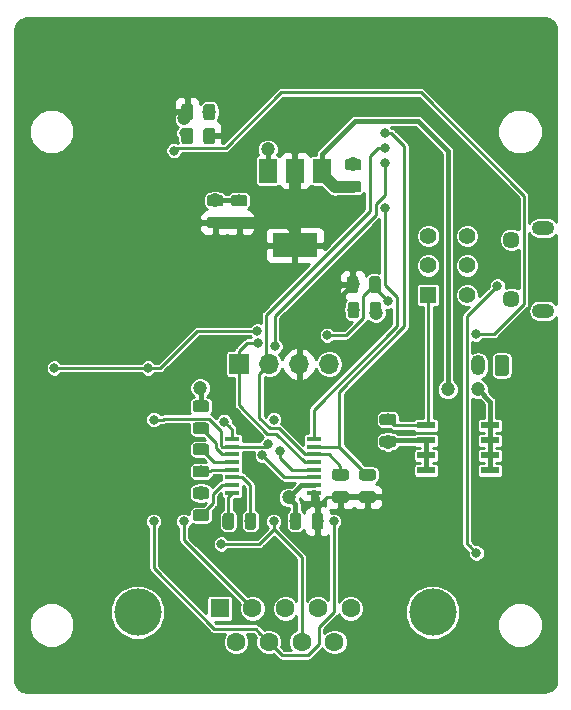
<source format=gbl>
G04 #@! TF.GenerationSoftware,KiCad,Pcbnew,5.0.2-bee76a0~70~ubuntu18.04.1*
G04 #@! TF.CreationDate,2019-03-24T19:46:42+10:00*
G04 #@! TF.ProjectId,esp32_rs232_adapter,65737033-325f-4727-9332-33325f616461,rev?*
G04 #@! TF.SameCoordinates,Original*
G04 #@! TF.FileFunction,Copper,L2,Bot*
G04 #@! TF.FilePolarity,Positive*
%FSLAX46Y46*%
G04 Gerber Fmt 4.6, Leading zero omitted, Abs format (unit mm)*
G04 Created by KiCad (PCBNEW 5.0.2-bee76a0~70~ubuntu18.04.1) date Sun 24 Mar 2019 19:46:42 AEST*
%MOMM*%
%LPD*%
G01*
G04 APERTURE LIST*
G04 #@! TA.AperFunction,Conductor*
%ADD10C,0.100000*%
G04 #@! TD*
G04 #@! TA.AperFunction,SMDPad,CuDef*
%ADD11C,0.975000*%
G04 #@! TD*
G04 #@! TA.AperFunction,ComponentPad*
%ADD12R,1.700000X1.700000*%
G04 #@! TD*
G04 #@! TA.AperFunction,ComponentPad*
%ADD13O,1.700000X1.700000*%
G04 #@! TD*
G04 #@! TA.AperFunction,ComponentPad*
%ADD14C,1.450000*%
G04 #@! TD*
G04 #@! TA.AperFunction,ComponentPad*
%ADD15O,1.900000X1.200000*%
G04 #@! TD*
G04 #@! TA.AperFunction,SMDPad,CuDef*
%ADD16R,1.200000X0.400000*%
G04 #@! TD*
G04 #@! TA.AperFunction,ComponentPad*
%ADD17C,1.200000*%
G04 #@! TD*
G04 #@! TA.AperFunction,ComponentPad*
%ADD18O,1.200000X1.750000*%
G04 #@! TD*
G04 #@! TA.AperFunction,SMDPad,CuDef*
%ADD19R,3.800000X2.000000*%
G04 #@! TD*
G04 #@! TA.AperFunction,SMDPad,CuDef*
%ADD20R,1.500000X2.000000*%
G04 #@! TD*
G04 #@! TA.AperFunction,ComponentPad*
%ADD21R,1.600000X1.600000*%
G04 #@! TD*
G04 #@! TA.AperFunction,ComponentPad*
%ADD22C,1.600000*%
G04 #@! TD*
G04 #@! TA.AperFunction,ComponentPad*
%ADD23C,4.000000*%
G04 #@! TD*
G04 #@! TA.AperFunction,SMDPad,CuDef*
%ADD24R,1.550000X0.600000*%
G04 #@! TD*
G04 #@! TA.AperFunction,ComponentPad*
%ADD25R,1.400000X1.400000*%
G04 #@! TD*
G04 #@! TA.AperFunction,ComponentPad*
%ADD26C,1.400000*%
G04 #@! TD*
G04 #@! TA.AperFunction,ViaPad*
%ADD27C,1.200000*%
G04 #@! TD*
G04 #@! TA.AperFunction,ViaPad*
%ADD28C,0.800000*%
G04 #@! TD*
G04 #@! TA.AperFunction,Conductor*
%ADD29C,0.400000*%
G04 #@! TD*
G04 #@! TA.AperFunction,Conductor*
%ADD30C,0.250000*%
G04 #@! TD*
G04 #@! TA.AperFunction,Conductor*
%ADD31C,1.000000*%
G04 #@! TD*
G04 #@! TA.AperFunction,Conductor*
%ADD32C,0.254000*%
G04 #@! TD*
G04 APERTURE END LIST*
D10*
G04 #@! TO.N,+3V3*
G04 #@! TO.C,C1*
G36*
X146982642Y-87058174D02*
X147006303Y-87061684D01*
X147029507Y-87067496D01*
X147052029Y-87075554D01*
X147073653Y-87085782D01*
X147094170Y-87098079D01*
X147113383Y-87112329D01*
X147131107Y-87128393D01*
X147147171Y-87146117D01*
X147161421Y-87165330D01*
X147173718Y-87185847D01*
X147183946Y-87207471D01*
X147192004Y-87229993D01*
X147197816Y-87253197D01*
X147201326Y-87276858D01*
X147202500Y-87300750D01*
X147202500Y-88213250D01*
X147201326Y-88237142D01*
X147197816Y-88260803D01*
X147192004Y-88284007D01*
X147183946Y-88306529D01*
X147173718Y-88328153D01*
X147161421Y-88348670D01*
X147147171Y-88367883D01*
X147131107Y-88385607D01*
X147113383Y-88401671D01*
X147094170Y-88415921D01*
X147073653Y-88428218D01*
X147052029Y-88438446D01*
X147029507Y-88446504D01*
X147006303Y-88452316D01*
X146982642Y-88455826D01*
X146958750Y-88457000D01*
X146471250Y-88457000D01*
X146447358Y-88455826D01*
X146423697Y-88452316D01*
X146400493Y-88446504D01*
X146377971Y-88438446D01*
X146356347Y-88428218D01*
X146335830Y-88415921D01*
X146316617Y-88401671D01*
X146298893Y-88385607D01*
X146282829Y-88367883D01*
X146268579Y-88348670D01*
X146256282Y-88328153D01*
X146246054Y-88306529D01*
X146237996Y-88284007D01*
X146232184Y-88260803D01*
X146228674Y-88237142D01*
X146227500Y-88213250D01*
X146227500Y-87300750D01*
X146228674Y-87276858D01*
X146232184Y-87253197D01*
X146237996Y-87229993D01*
X146246054Y-87207471D01*
X146256282Y-87185847D01*
X146268579Y-87165330D01*
X146282829Y-87146117D01*
X146298893Y-87128393D01*
X146316617Y-87112329D01*
X146335830Y-87098079D01*
X146356347Y-87085782D01*
X146377971Y-87075554D01*
X146400493Y-87067496D01*
X146423697Y-87061684D01*
X146447358Y-87058174D01*
X146471250Y-87057000D01*
X146958750Y-87057000D01*
X146982642Y-87058174D01*
X146982642Y-87058174D01*
G37*
D11*
G04 #@! TD*
G04 #@! TO.P,C1,1*
G04 #@! TO.N,+3V3*
X146715000Y-87757000D03*
D10*
G04 #@! TO.N,GND*
G04 #@! TO.C,C1*
G36*
X148857642Y-87058174D02*
X148881303Y-87061684D01*
X148904507Y-87067496D01*
X148927029Y-87075554D01*
X148948653Y-87085782D01*
X148969170Y-87098079D01*
X148988383Y-87112329D01*
X149006107Y-87128393D01*
X149022171Y-87146117D01*
X149036421Y-87165330D01*
X149048718Y-87185847D01*
X149058946Y-87207471D01*
X149067004Y-87229993D01*
X149072816Y-87253197D01*
X149076326Y-87276858D01*
X149077500Y-87300750D01*
X149077500Y-88213250D01*
X149076326Y-88237142D01*
X149072816Y-88260803D01*
X149067004Y-88284007D01*
X149058946Y-88306529D01*
X149048718Y-88328153D01*
X149036421Y-88348670D01*
X149022171Y-88367883D01*
X149006107Y-88385607D01*
X148988383Y-88401671D01*
X148969170Y-88415921D01*
X148948653Y-88428218D01*
X148927029Y-88438446D01*
X148904507Y-88446504D01*
X148881303Y-88452316D01*
X148857642Y-88455826D01*
X148833750Y-88457000D01*
X148346250Y-88457000D01*
X148322358Y-88455826D01*
X148298697Y-88452316D01*
X148275493Y-88446504D01*
X148252971Y-88438446D01*
X148231347Y-88428218D01*
X148210830Y-88415921D01*
X148191617Y-88401671D01*
X148173893Y-88385607D01*
X148157829Y-88367883D01*
X148143579Y-88348670D01*
X148131282Y-88328153D01*
X148121054Y-88306529D01*
X148112996Y-88284007D01*
X148107184Y-88260803D01*
X148103674Y-88237142D01*
X148102500Y-88213250D01*
X148102500Y-87300750D01*
X148103674Y-87276858D01*
X148107184Y-87253197D01*
X148112996Y-87229993D01*
X148121054Y-87207471D01*
X148131282Y-87185847D01*
X148143579Y-87165330D01*
X148157829Y-87146117D01*
X148173893Y-87128393D01*
X148191617Y-87112329D01*
X148210830Y-87098079D01*
X148231347Y-87085782D01*
X148252971Y-87075554D01*
X148275493Y-87067496D01*
X148298697Y-87061684D01*
X148322358Y-87058174D01*
X148346250Y-87057000D01*
X148833750Y-87057000D01*
X148857642Y-87058174D01*
X148857642Y-87058174D01*
G37*
D11*
G04 #@! TD*
G04 #@! TO.P,C1,2*
G04 #@! TO.N,GND*
X148590000Y-87757000D03*
D10*
G04 #@! TO.N,Net-(C2-Pad1)*
G04 #@! TO.C,C2*
G36*
X150467231Y-121710773D02*
X150490892Y-121714283D01*
X150514096Y-121720095D01*
X150536618Y-121728153D01*
X150558242Y-121738381D01*
X150578759Y-121750678D01*
X150597972Y-121764928D01*
X150615696Y-121780992D01*
X150631760Y-121798716D01*
X150646010Y-121817929D01*
X150658307Y-121838446D01*
X150668535Y-121860070D01*
X150676593Y-121882592D01*
X150682405Y-121905796D01*
X150685915Y-121929457D01*
X150687089Y-121953349D01*
X150687089Y-122865849D01*
X150685915Y-122889741D01*
X150682405Y-122913402D01*
X150676593Y-122936606D01*
X150668535Y-122959128D01*
X150658307Y-122980752D01*
X150646010Y-123001269D01*
X150631760Y-123020482D01*
X150615696Y-123038206D01*
X150597972Y-123054270D01*
X150578759Y-123068520D01*
X150558242Y-123080817D01*
X150536618Y-123091045D01*
X150514096Y-123099103D01*
X150490892Y-123104915D01*
X150467231Y-123108425D01*
X150443339Y-123109599D01*
X149955839Y-123109599D01*
X149931947Y-123108425D01*
X149908286Y-123104915D01*
X149885082Y-123099103D01*
X149862560Y-123091045D01*
X149840936Y-123080817D01*
X149820419Y-123068520D01*
X149801206Y-123054270D01*
X149783482Y-123038206D01*
X149767418Y-123020482D01*
X149753168Y-123001269D01*
X149740871Y-122980752D01*
X149730643Y-122959128D01*
X149722585Y-122936606D01*
X149716773Y-122913402D01*
X149713263Y-122889741D01*
X149712089Y-122865849D01*
X149712089Y-121953349D01*
X149713263Y-121929457D01*
X149716773Y-121905796D01*
X149722585Y-121882592D01*
X149730643Y-121860070D01*
X149740871Y-121838446D01*
X149753168Y-121817929D01*
X149767418Y-121798716D01*
X149783482Y-121780992D01*
X149801206Y-121764928D01*
X149820419Y-121750678D01*
X149840936Y-121738381D01*
X149862560Y-121728153D01*
X149885082Y-121720095D01*
X149908286Y-121714283D01*
X149931947Y-121710773D01*
X149955839Y-121709599D01*
X150443339Y-121709599D01*
X150467231Y-121710773D01*
X150467231Y-121710773D01*
G37*
D11*
G04 #@! TD*
G04 #@! TO.P,C2,1*
G04 #@! TO.N,Net-(C2-Pad1)*
X150199589Y-122409599D03*
D10*
G04 #@! TO.N,Net-(C2-Pad2)*
G04 #@! TO.C,C2*
G36*
X152342231Y-121710773D02*
X152365892Y-121714283D01*
X152389096Y-121720095D01*
X152411618Y-121728153D01*
X152433242Y-121738381D01*
X152453759Y-121750678D01*
X152472972Y-121764928D01*
X152490696Y-121780992D01*
X152506760Y-121798716D01*
X152521010Y-121817929D01*
X152533307Y-121838446D01*
X152543535Y-121860070D01*
X152551593Y-121882592D01*
X152557405Y-121905796D01*
X152560915Y-121929457D01*
X152562089Y-121953349D01*
X152562089Y-122865849D01*
X152560915Y-122889741D01*
X152557405Y-122913402D01*
X152551593Y-122936606D01*
X152543535Y-122959128D01*
X152533307Y-122980752D01*
X152521010Y-123001269D01*
X152506760Y-123020482D01*
X152490696Y-123038206D01*
X152472972Y-123054270D01*
X152453759Y-123068520D01*
X152433242Y-123080817D01*
X152411618Y-123091045D01*
X152389096Y-123099103D01*
X152365892Y-123104915D01*
X152342231Y-123108425D01*
X152318339Y-123109599D01*
X151830839Y-123109599D01*
X151806947Y-123108425D01*
X151783286Y-123104915D01*
X151760082Y-123099103D01*
X151737560Y-123091045D01*
X151715936Y-123080817D01*
X151695419Y-123068520D01*
X151676206Y-123054270D01*
X151658482Y-123038206D01*
X151642418Y-123020482D01*
X151628168Y-123001269D01*
X151615871Y-122980752D01*
X151605643Y-122959128D01*
X151597585Y-122936606D01*
X151591773Y-122913402D01*
X151588263Y-122889741D01*
X151587089Y-122865849D01*
X151587089Y-121953349D01*
X151588263Y-121929457D01*
X151591773Y-121905796D01*
X151597585Y-121882592D01*
X151605643Y-121860070D01*
X151615871Y-121838446D01*
X151628168Y-121817929D01*
X151642418Y-121798716D01*
X151658482Y-121780992D01*
X151676206Y-121764928D01*
X151695419Y-121750678D01*
X151715936Y-121738381D01*
X151737560Y-121728153D01*
X151760082Y-121720095D01*
X151783286Y-121714283D01*
X151806947Y-121710773D01*
X151830839Y-121709599D01*
X152318339Y-121709599D01*
X152342231Y-121710773D01*
X152342231Y-121710773D01*
G37*
D11*
G04 #@! TD*
G04 #@! TO.P,C2,2*
G04 #@! TO.N,Net-(C2-Pad2)*
X152074589Y-122409599D03*
D10*
G04 #@! TO.N,+3V3*
G04 #@! TO.C,C3*
G36*
X158027231Y-121710773D02*
X158050892Y-121714283D01*
X158074096Y-121720095D01*
X158096618Y-121728153D01*
X158118242Y-121738381D01*
X158138759Y-121750678D01*
X158157972Y-121764928D01*
X158175696Y-121780992D01*
X158191760Y-121798716D01*
X158206010Y-121817929D01*
X158218307Y-121838446D01*
X158228535Y-121860070D01*
X158236593Y-121882592D01*
X158242405Y-121905796D01*
X158245915Y-121929457D01*
X158247089Y-121953349D01*
X158247089Y-122865849D01*
X158245915Y-122889741D01*
X158242405Y-122913402D01*
X158236593Y-122936606D01*
X158228535Y-122959128D01*
X158218307Y-122980752D01*
X158206010Y-123001269D01*
X158191760Y-123020482D01*
X158175696Y-123038206D01*
X158157972Y-123054270D01*
X158138759Y-123068520D01*
X158118242Y-123080817D01*
X158096618Y-123091045D01*
X158074096Y-123099103D01*
X158050892Y-123104915D01*
X158027231Y-123108425D01*
X158003339Y-123109599D01*
X157515839Y-123109599D01*
X157491947Y-123108425D01*
X157468286Y-123104915D01*
X157445082Y-123099103D01*
X157422560Y-123091045D01*
X157400936Y-123080817D01*
X157380419Y-123068520D01*
X157361206Y-123054270D01*
X157343482Y-123038206D01*
X157327418Y-123020482D01*
X157313168Y-123001269D01*
X157300871Y-122980752D01*
X157290643Y-122959128D01*
X157282585Y-122936606D01*
X157276773Y-122913402D01*
X157273263Y-122889741D01*
X157272089Y-122865849D01*
X157272089Y-121953349D01*
X157273263Y-121929457D01*
X157276773Y-121905796D01*
X157282585Y-121882592D01*
X157290643Y-121860070D01*
X157300871Y-121838446D01*
X157313168Y-121817929D01*
X157327418Y-121798716D01*
X157343482Y-121780992D01*
X157361206Y-121764928D01*
X157380419Y-121750678D01*
X157400936Y-121738381D01*
X157422560Y-121728153D01*
X157445082Y-121720095D01*
X157468286Y-121714283D01*
X157491947Y-121710773D01*
X157515839Y-121709599D01*
X158003339Y-121709599D01*
X158027231Y-121710773D01*
X158027231Y-121710773D01*
G37*
D11*
G04 #@! TD*
G04 #@! TO.P,C3,1*
G04 #@! TO.N,+3V3*
X157759589Y-122409599D03*
D10*
G04 #@! TO.N,GND*
G04 #@! TO.C,C3*
G36*
X156152231Y-121710773D02*
X156175892Y-121714283D01*
X156199096Y-121720095D01*
X156221618Y-121728153D01*
X156243242Y-121738381D01*
X156263759Y-121750678D01*
X156282972Y-121764928D01*
X156300696Y-121780992D01*
X156316760Y-121798716D01*
X156331010Y-121817929D01*
X156343307Y-121838446D01*
X156353535Y-121860070D01*
X156361593Y-121882592D01*
X156367405Y-121905796D01*
X156370915Y-121929457D01*
X156372089Y-121953349D01*
X156372089Y-122865849D01*
X156370915Y-122889741D01*
X156367405Y-122913402D01*
X156361593Y-122936606D01*
X156353535Y-122959128D01*
X156343307Y-122980752D01*
X156331010Y-123001269D01*
X156316760Y-123020482D01*
X156300696Y-123038206D01*
X156282972Y-123054270D01*
X156263759Y-123068520D01*
X156243242Y-123080817D01*
X156221618Y-123091045D01*
X156199096Y-123099103D01*
X156175892Y-123104915D01*
X156152231Y-123108425D01*
X156128339Y-123109599D01*
X155640839Y-123109599D01*
X155616947Y-123108425D01*
X155593286Y-123104915D01*
X155570082Y-123099103D01*
X155547560Y-123091045D01*
X155525936Y-123080817D01*
X155505419Y-123068520D01*
X155486206Y-123054270D01*
X155468482Y-123038206D01*
X155452418Y-123020482D01*
X155438168Y-123001269D01*
X155425871Y-122980752D01*
X155415643Y-122959128D01*
X155407585Y-122936606D01*
X155401773Y-122913402D01*
X155398263Y-122889741D01*
X155397089Y-122865849D01*
X155397089Y-121953349D01*
X155398263Y-121929457D01*
X155401773Y-121905796D01*
X155407585Y-121882592D01*
X155415643Y-121860070D01*
X155425871Y-121838446D01*
X155438168Y-121817929D01*
X155452418Y-121798716D01*
X155468482Y-121780992D01*
X155486206Y-121764928D01*
X155505419Y-121750678D01*
X155525936Y-121738381D01*
X155547560Y-121728153D01*
X155570082Y-121720095D01*
X155593286Y-121714283D01*
X155616947Y-121710773D01*
X155640839Y-121709599D01*
X156128339Y-121709599D01*
X156152231Y-121710773D01*
X156152231Y-121710773D01*
G37*
D11*
G04 #@! TD*
G04 #@! TO.P,C3,2*
G04 #@! TO.N,GND*
X155884589Y-122409599D03*
D10*
G04 #@! TO.N,Net-(C4-Pad2)*
G04 #@! TO.C,C4*
G36*
X148363731Y-115827273D02*
X148387392Y-115830783D01*
X148410596Y-115836595D01*
X148433118Y-115844653D01*
X148454742Y-115854881D01*
X148475259Y-115867178D01*
X148494472Y-115881428D01*
X148512196Y-115897492D01*
X148528260Y-115915216D01*
X148542510Y-115934429D01*
X148554807Y-115954946D01*
X148565035Y-115976570D01*
X148573093Y-115999092D01*
X148578905Y-116022296D01*
X148582415Y-116045957D01*
X148583589Y-116069849D01*
X148583589Y-116557349D01*
X148582415Y-116581241D01*
X148578905Y-116604902D01*
X148573093Y-116628106D01*
X148565035Y-116650628D01*
X148554807Y-116672252D01*
X148542510Y-116692769D01*
X148528260Y-116711982D01*
X148512196Y-116729706D01*
X148494472Y-116745770D01*
X148475259Y-116760020D01*
X148454742Y-116772317D01*
X148433118Y-116782545D01*
X148410596Y-116790603D01*
X148387392Y-116796415D01*
X148363731Y-116799925D01*
X148339839Y-116801099D01*
X147427339Y-116801099D01*
X147403447Y-116799925D01*
X147379786Y-116796415D01*
X147356582Y-116790603D01*
X147334060Y-116782545D01*
X147312436Y-116772317D01*
X147291919Y-116760020D01*
X147272706Y-116745770D01*
X147254982Y-116729706D01*
X147238918Y-116711982D01*
X147224668Y-116692769D01*
X147212371Y-116672252D01*
X147202143Y-116650628D01*
X147194085Y-116628106D01*
X147188273Y-116604902D01*
X147184763Y-116581241D01*
X147183589Y-116557349D01*
X147183589Y-116069849D01*
X147184763Y-116045957D01*
X147188273Y-116022296D01*
X147194085Y-115999092D01*
X147202143Y-115976570D01*
X147212371Y-115954946D01*
X147224668Y-115934429D01*
X147238918Y-115915216D01*
X147254982Y-115897492D01*
X147272706Y-115881428D01*
X147291919Y-115867178D01*
X147312436Y-115854881D01*
X147334060Y-115844653D01*
X147356582Y-115836595D01*
X147379786Y-115830783D01*
X147403447Y-115827273D01*
X147427339Y-115826099D01*
X148339839Y-115826099D01*
X148363731Y-115827273D01*
X148363731Y-115827273D01*
G37*
D11*
G04 #@! TD*
G04 #@! TO.P,C4,2*
G04 #@! TO.N,Net-(C4-Pad2)*
X147883589Y-116313599D03*
D10*
G04 #@! TO.N,Net-(C4-Pad1)*
G04 #@! TO.C,C4*
G36*
X148363731Y-117702273D02*
X148387392Y-117705783D01*
X148410596Y-117711595D01*
X148433118Y-117719653D01*
X148454742Y-117729881D01*
X148475259Y-117742178D01*
X148494472Y-117756428D01*
X148512196Y-117772492D01*
X148528260Y-117790216D01*
X148542510Y-117809429D01*
X148554807Y-117829946D01*
X148565035Y-117851570D01*
X148573093Y-117874092D01*
X148578905Y-117897296D01*
X148582415Y-117920957D01*
X148583589Y-117944849D01*
X148583589Y-118432349D01*
X148582415Y-118456241D01*
X148578905Y-118479902D01*
X148573093Y-118503106D01*
X148565035Y-118525628D01*
X148554807Y-118547252D01*
X148542510Y-118567769D01*
X148528260Y-118586982D01*
X148512196Y-118604706D01*
X148494472Y-118620770D01*
X148475259Y-118635020D01*
X148454742Y-118647317D01*
X148433118Y-118657545D01*
X148410596Y-118665603D01*
X148387392Y-118671415D01*
X148363731Y-118674925D01*
X148339839Y-118676099D01*
X147427339Y-118676099D01*
X147403447Y-118674925D01*
X147379786Y-118671415D01*
X147356582Y-118665603D01*
X147334060Y-118657545D01*
X147312436Y-118647317D01*
X147291919Y-118635020D01*
X147272706Y-118620770D01*
X147254982Y-118604706D01*
X147238918Y-118586982D01*
X147224668Y-118567769D01*
X147212371Y-118547252D01*
X147202143Y-118525628D01*
X147194085Y-118503106D01*
X147188273Y-118479902D01*
X147184763Y-118456241D01*
X147183589Y-118432349D01*
X147183589Y-117944849D01*
X147184763Y-117920957D01*
X147188273Y-117897296D01*
X147194085Y-117874092D01*
X147202143Y-117851570D01*
X147212371Y-117829946D01*
X147224668Y-117809429D01*
X147238918Y-117790216D01*
X147254982Y-117772492D01*
X147272706Y-117756428D01*
X147291919Y-117742178D01*
X147312436Y-117729881D01*
X147334060Y-117719653D01*
X147356582Y-117711595D01*
X147379786Y-117705783D01*
X147403447Y-117702273D01*
X147427339Y-117701099D01*
X148339839Y-117701099D01*
X148363731Y-117702273D01*
X148363731Y-117702273D01*
G37*
D11*
G04 #@! TD*
G04 #@! TO.P,C4,1*
G04 #@! TO.N,Net-(C4-Pad1)*
X147883589Y-118188599D03*
D10*
G04 #@! TO.N,Net-(C5-Pad1)*
G04 #@! TO.C,C5*
G36*
X148363731Y-121415273D02*
X148387392Y-121418783D01*
X148410596Y-121424595D01*
X148433118Y-121432653D01*
X148454742Y-121442881D01*
X148475259Y-121455178D01*
X148494472Y-121469428D01*
X148512196Y-121485492D01*
X148528260Y-121503216D01*
X148542510Y-121522429D01*
X148554807Y-121542946D01*
X148565035Y-121564570D01*
X148573093Y-121587092D01*
X148578905Y-121610296D01*
X148582415Y-121633957D01*
X148583589Y-121657849D01*
X148583589Y-122145349D01*
X148582415Y-122169241D01*
X148578905Y-122192902D01*
X148573093Y-122216106D01*
X148565035Y-122238628D01*
X148554807Y-122260252D01*
X148542510Y-122280769D01*
X148528260Y-122299982D01*
X148512196Y-122317706D01*
X148494472Y-122333770D01*
X148475259Y-122348020D01*
X148454742Y-122360317D01*
X148433118Y-122370545D01*
X148410596Y-122378603D01*
X148387392Y-122384415D01*
X148363731Y-122387925D01*
X148339839Y-122389099D01*
X147427339Y-122389099D01*
X147403447Y-122387925D01*
X147379786Y-122384415D01*
X147356582Y-122378603D01*
X147334060Y-122370545D01*
X147312436Y-122360317D01*
X147291919Y-122348020D01*
X147272706Y-122333770D01*
X147254982Y-122317706D01*
X147238918Y-122299982D01*
X147224668Y-122280769D01*
X147212371Y-122260252D01*
X147202143Y-122238628D01*
X147194085Y-122216106D01*
X147188273Y-122192902D01*
X147184763Y-122169241D01*
X147183589Y-122145349D01*
X147183589Y-121657849D01*
X147184763Y-121633957D01*
X147188273Y-121610296D01*
X147194085Y-121587092D01*
X147202143Y-121564570D01*
X147212371Y-121542946D01*
X147224668Y-121522429D01*
X147238918Y-121503216D01*
X147254982Y-121485492D01*
X147272706Y-121469428D01*
X147291919Y-121455178D01*
X147312436Y-121442881D01*
X147334060Y-121432653D01*
X147356582Y-121424595D01*
X147379786Y-121418783D01*
X147403447Y-121415273D01*
X147427339Y-121414099D01*
X148339839Y-121414099D01*
X148363731Y-121415273D01*
X148363731Y-121415273D01*
G37*
D11*
G04 #@! TD*
G04 #@! TO.P,C5,1*
G04 #@! TO.N,Net-(C5-Pad1)*
X147883589Y-121901599D03*
D10*
G04 #@! TO.N,GND*
G04 #@! TO.C,C5*
G36*
X148363731Y-119540273D02*
X148387392Y-119543783D01*
X148410596Y-119549595D01*
X148433118Y-119557653D01*
X148454742Y-119567881D01*
X148475259Y-119580178D01*
X148494472Y-119594428D01*
X148512196Y-119610492D01*
X148528260Y-119628216D01*
X148542510Y-119647429D01*
X148554807Y-119667946D01*
X148565035Y-119689570D01*
X148573093Y-119712092D01*
X148578905Y-119735296D01*
X148582415Y-119758957D01*
X148583589Y-119782849D01*
X148583589Y-120270349D01*
X148582415Y-120294241D01*
X148578905Y-120317902D01*
X148573093Y-120341106D01*
X148565035Y-120363628D01*
X148554807Y-120385252D01*
X148542510Y-120405769D01*
X148528260Y-120424982D01*
X148512196Y-120442706D01*
X148494472Y-120458770D01*
X148475259Y-120473020D01*
X148454742Y-120485317D01*
X148433118Y-120495545D01*
X148410596Y-120503603D01*
X148387392Y-120509415D01*
X148363731Y-120512925D01*
X148339839Y-120514099D01*
X147427339Y-120514099D01*
X147403447Y-120512925D01*
X147379786Y-120509415D01*
X147356582Y-120503603D01*
X147334060Y-120495545D01*
X147312436Y-120485317D01*
X147291919Y-120473020D01*
X147272706Y-120458770D01*
X147254982Y-120442706D01*
X147238918Y-120424982D01*
X147224668Y-120405769D01*
X147212371Y-120385252D01*
X147202143Y-120363628D01*
X147194085Y-120341106D01*
X147188273Y-120317902D01*
X147184763Y-120294241D01*
X147183589Y-120270349D01*
X147183589Y-119782849D01*
X147184763Y-119758957D01*
X147188273Y-119735296D01*
X147194085Y-119712092D01*
X147202143Y-119689570D01*
X147212371Y-119667946D01*
X147224668Y-119647429D01*
X147238918Y-119628216D01*
X147254982Y-119610492D01*
X147272706Y-119594428D01*
X147291919Y-119580178D01*
X147312436Y-119567881D01*
X147334060Y-119557653D01*
X147356582Y-119549595D01*
X147379786Y-119543783D01*
X147403447Y-119540273D01*
X147427339Y-119539099D01*
X148339839Y-119539099D01*
X148363731Y-119540273D01*
X148363731Y-119540273D01*
G37*
D11*
G04 #@! TD*
G04 #@! TO.P,C5,2*
G04 #@! TO.N,GND*
X147883589Y-120026599D03*
D10*
G04 #@! TO.N,Net-(C6-Pad2)*
G04 #@! TO.C,C6*
G36*
X148363731Y-114049273D02*
X148387392Y-114052783D01*
X148410596Y-114058595D01*
X148433118Y-114066653D01*
X148454742Y-114076881D01*
X148475259Y-114089178D01*
X148494472Y-114103428D01*
X148512196Y-114119492D01*
X148528260Y-114137216D01*
X148542510Y-114156429D01*
X148554807Y-114176946D01*
X148565035Y-114198570D01*
X148573093Y-114221092D01*
X148578905Y-114244296D01*
X148582415Y-114267957D01*
X148583589Y-114291849D01*
X148583589Y-114779349D01*
X148582415Y-114803241D01*
X148578905Y-114826902D01*
X148573093Y-114850106D01*
X148565035Y-114872628D01*
X148554807Y-114894252D01*
X148542510Y-114914769D01*
X148528260Y-114933982D01*
X148512196Y-114951706D01*
X148494472Y-114967770D01*
X148475259Y-114982020D01*
X148454742Y-114994317D01*
X148433118Y-115004545D01*
X148410596Y-115012603D01*
X148387392Y-115018415D01*
X148363731Y-115021925D01*
X148339839Y-115023099D01*
X147427339Y-115023099D01*
X147403447Y-115021925D01*
X147379786Y-115018415D01*
X147356582Y-115012603D01*
X147334060Y-115004545D01*
X147312436Y-114994317D01*
X147291919Y-114982020D01*
X147272706Y-114967770D01*
X147254982Y-114951706D01*
X147238918Y-114933982D01*
X147224668Y-114914769D01*
X147212371Y-114894252D01*
X147202143Y-114872628D01*
X147194085Y-114850106D01*
X147188273Y-114826902D01*
X147184763Y-114803241D01*
X147183589Y-114779349D01*
X147183589Y-114291849D01*
X147184763Y-114267957D01*
X147188273Y-114244296D01*
X147194085Y-114221092D01*
X147202143Y-114198570D01*
X147212371Y-114176946D01*
X147224668Y-114156429D01*
X147238918Y-114137216D01*
X147254982Y-114119492D01*
X147272706Y-114103428D01*
X147291919Y-114089178D01*
X147312436Y-114076881D01*
X147334060Y-114066653D01*
X147356582Y-114058595D01*
X147379786Y-114052783D01*
X147403447Y-114049273D01*
X147427339Y-114048099D01*
X148339839Y-114048099D01*
X148363731Y-114049273D01*
X148363731Y-114049273D01*
G37*
D11*
G04 #@! TD*
G04 #@! TO.P,C6,2*
G04 #@! TO.N,Net-(C6-Pad2)*
X147883589Y-114535599D03*
D10*
G04 #@! TO.N,GND*
G04 #@! TO.C,C6*
G36*
X148363731Y-112174273D02*
X148387392Y-112177783D01*
X148410596Y-112183595D01*
X148433118Y-112191653D01*
X148454742Y-112201881D01*
X148475259Y-112214178D01*
X148494472Y-112228428D01*
X148512196Y-112244492D01*
X148528260Y-112262216D01*
X148542510Y-112281429D01*
X148554807Y-112301946D01*
X148565035Y-112323570D01*
X148573093Y-112346092D01*
X148578905Y-112369296D01*
X148582415Y-112392957D01*
X148583589Y-112416849D01*
X148583589Y-112904349D01*
X148582415Y-112928241D01*
X148578905Y-112951902D01*
X148573093Y-112975106D01*
X148565035Y-112997628D01*
X148554807Y-113019252D01*
X148542510Y-113039769D01*
X148528260Y-113058982D01*
X148512196Y-113076706D01*
X148494472Y-113092770D01*
X148475259Y-113107020D01*
X148454742Y-113119317D01*
X148433118Y-113129545D01*
X148410596Y-113137603D01*
X148387392Y-113143415D01*
X148363731Y-113146925D01*
X148339839Y-113148099D01*
X147427339Y-113148099D01*
X147403447Y-113146925D01*
X147379786Y-113143415D01*
X147356582Y-113137603D01*
X147334060Y-113129545D01*
X147312436Y-113119317D01*
X147291919Y-113107020D01*
X147272706Y-113092770D01*
X147254982Y-113076706D01*
X147238918Y-113058982D01*
X147224668Y-113039769D01*
X147212371Y-113019252D01*
X147202143Y-112997628D01*
X147194085Y-112975106D01*
X147188273Y-112951902D01*
X147184763Y-112928241D01*
X147183589Y-112904349D01*
X147183589Y-112416849D01*
X147184763Y-112392957D01*
X147188273Y-112369296D01*
X147194085Y-112346092D01*
X147202143Y-112323570D01*
X147212371Y-112301946D01*
X147224668Y-112281429D01*
X147238918Y-112262216D01*
X147254982Y-112244492D01*
X147272706Y-112228428D01*
X147291919Y-112214178D01*
X147312436Y-112201881D01*
X147334060Y-112191653D01*
X147356582Y-112183595D01*
X147379786Y-112177783D01*
X147403447Y-112174273D01*
X147427339Y-112173099D01*
X148339839Y-112173099D01*
X148363731Y-112174273D01*
X148363731Y-112174273D01*
G37*
D11*
G04 #@! TD*
G04 #@! TO.P,C6,1*
G04 #@! TO.N,GND*
X147883589Y-112660599D03*
D10*
G04 #@! TO.N,GND*
G04 #@! TO.C,C9*
G36*
X161262142Y-91715674D02*
X161285803Y-91719184D01*
X161309007Y-91724996D01*
X161331529Y-91733054D01*
X161353153Y-91743282D01*
X161373670Y-91755579D01*
X161392883Y-91769829D01*
X161410607Y-91785893D01*
X161426671Y-91803617D01*
X161440921Y-91822830D01*
X161453218Y-91843347D01*
X161463446Y-91864971D01*
X161471504Y-91887493D01*
X161477316Y-91910697D01*
X161480826Y-91934358D01*
X161482000Y-91958250D01*
X161482000Y-92445750D01*
X161480826Y-92469642D01*
X161477316Y-92493303D01*
X161471504Y-92516507D01*
X161463446Y-92539029D01*
X161453218Y-92560653D01*
X161440921Y-92581170D01*
X161426671Y-92600383D01*
X161410607Y-92618107D01*
X161392883Y-92634171D01*
X161373670Y-92648421D01*
X161353153Y-92660718D01*
X161331529Y-92670946D01*
X161309007Y-92679004D01*
X161285803Y-92684816D01*
X161262142Y-92688326D01*
X161238250Y-92689500D01*
X160325750Y-92689500D01*
X160301858Y-92688326D01*
X160278197Y-92684816D01*
X160254993Y-92679004D01*
X160232471Y-92670946D01*
X160210847Y-92660718D01*
X160190330Y-92648421D01*
X160171117Y-92634171D01*
X160153393Y-92618107D01*
X160137329Y-92600383D01*
X160123079Y-92581170D01*
X160110782Y-92560653D01*
X160100554Y-92539029D01*
X160092496Y-92516507D01*
X160086684Y-92493303D01*
X160083174Y-92469642D01*
X160082000Y-92445750D01*
X160082000Y-91958250D01*
X160083174Y-91934358D01*
X160086684Y-91910697D01*
X160092496Y-91887493D01*
X160100554Y-91864971D01*
X160110782Y-91843347D01*
X160123079Y-91822830D01*
X160137329Y-91803617D01*
X160153393Y-91785893D01*
X160171117Y-91769829D01*
X160190330Y-91755579D01*
X160210847Y-91743282D01*
X160232471Y-91733054D01*
X160254993Y-91724996D01*
X160278197Y-91719184D01*
X160301858Y-91715674D01*
X160325750Y-91714500D01*
X161238250Y-91714500D01*
X161262142Y-91715674D01*
X161262142Y-91715674D01*
G37*
D11*
G04 #@! TD*
G04 #@! TO.P,C9,2*
G04 #@! TO.N,GND*
X160782000Y-92202000D03*
D10*
G04 #@! TO.N,/power_supply/P_Batt_1*
G04 #@! TO.C,C9*
G36*
X161262142Y-93590674D02*
X161285803Y-93594184D01*
X161309007Y-93599996D01*
X161331529Y-93608054D01*
X161353153Y-93618282D01*
X161373670Y-93630579D01*
X161392883Y-93644829D01*
X161410607Y-93660893D01*
X161426671Y-93678617D01*
X161440921Y-93697830D01*
X161453218Y-93718347D01*
X161463446Y-93739971D01*
X161471504Y-93762493D01*
X161477316Y-93785697D01*
X161480826Y-93809358D01*
X161482000Y-93833250D01*
X161482000Y-94320750D01*
X161480826Y-94344642D01*
X161477316Y-94368303D01*
X161471504Y-94391507D01*
X161463446Y-94414029D01*
X161453218Y-94435653D01*
X161440921Y-94456170D01*
X161426671Y-94475383D01*
X161410607Y-94493107D01*
X161392883Y-94509171D01*
X161373670Y-94523421D01*
X161353153Y-94535718D01*
X161331529Y-94545946D01*
X161309007Y-94554004D01*
X161285803Y-94559816D01*
X161262142Y-94563326D01*
X161238250Y-94564500D01*
X160325750Y-94564500D01*
X160301858Y-94563326D01*
X160278197Y-94559816D01*
X160254993Y-94554004D01*
X160232471Y-94545946D01*
X160210847Y-94535718D01*
X160190330Y-94523421D01*
X160171117Y-94509171D01*
X160153393Y-94493107D01*
X160137329Y-94475383D01*
X160123079Y-94456170D01*
X160110782Y-94435653D01*
X160100554Y-94414029D01*
X160092496Y-94391507D01*
X160086684Y-94368303D01*
X160083174Y-94344642D01*
X160082000Y-94320750D01*
X160082000Y-93833250D01*
X160083174Y-93809358D01*
X160086684Y-93785697D01*
X160092496Y-93762493D01*
X160100554Y-93739971D01*
X160110782Y-93718347D01*
X160123079Y-93697830D01*
X160137329Y-93678617D01*
X160153393Y-93660893D01*
X160171117Y-93644829D01*
X160190330Y-93630579D01*
X160210847Y-93618282D01*
X160232471Y-93608054D01*
X160254993Y-93599996D01*
X160278197Y-93594184D01*
X160301858Y-93590674D01*
X160325750Y-93589500D01*
X161238250Y-93589500D01*
X161262142Y-93590674D01*
X161262142Y-93590674D01*
G37*
D11*
G04 #@! TD*
G04 #@! TO.P,C9,1*
G04 #@! TO.N,/power_supply/P_Batt_1*
X160782000Y-94077000D03*
D10*
G04 #@! TO.N,+3V3*
G04 #@! TO.C,C10*
G36*
X149578142Y-96638674D02*
X149601803Y-96642184D01*
X149625007Y-96647996D01*
X149647529Y-96656054D01*
X149669153Y-96666282D01*
X149689670Y-96678579D01*
X149708883Y-96692829D01*
X149726607Y-96708893D01*
X149742671Y-96726617D01*
X149756921Y-96745830D01*
X149769218Y-96766347D01*
X149779446Y-96787971D01*
X149787504Y-96810493D01*
X149793316Y-96833697D01*
X149796826Y-96857358D01*
X149798000Y-96881250D01*
X149798000Y-97368750D01*
X149796826Y-97392642D01*
X149793316Y-97416303D01*
X149787504Y-97439507D01*
X149779446Y-97462029D01*
X149769218Y-97483653D01*
X149756921Y-97504170D01*
X149742671Y-97523383D01*
X149726607Y-97541107D01*
X149708883Y-97557171D01*
X149689670Y-97571421D01*
X149669153Y-97583718D01*
X149647529Y-97593946D01*
X149625007Y-97602004D01*
X149601803Y-97607816D01*
X149578142Y-97611326D01*
X149554250Y-97612500D01*
X148641750Y-97612500D01*
X148617858Y-97611326D01*
X148594197Y-97607816D01*
X148570993Y-97602004D01*
X148548471Y-97593946D01*
X148526847Y-97583718D01*
X148506330Y-97571421D01*
X148487117Y-97557171D01*
X148469393Y-97541107D01*
X148453329Y-97523383D01*
X148439079Y-97504170D01*
X148426782Y-97483653D01*
X148416554Y-97462029D01*
X148408496Y-97439507D01*
X148402684Y-97416303D01*
X148399174Y-97392642D01*
X148398000Y-97368750D01*
X148398000Y-96881250D01*
X148399174Y-96857358D01*
X148402684Y-96833697D01*
X148408496Y-96810493D01*
X148416554Y-96787971D01*
X148426782Y-96766347D01*
X148439079Y-96745830D01*
X148453329Y-96726617D01*
X148469393Y-96708893D01*
X148487117Y-96692829D01*
X148506330Y-96678579D01*
X148526847Y-96666282D01*
X148548471Y-96656054D01*
X148570993Y-96647996D01*
X148594197Y-96642184D01*
X148617858Y-96638674D01*
X148641750Y-96637500D01*
X149554250Y-96637500D01*
X149578142Y-96638674D01*
X149578142Y-96638674D01*
G37*
D11*
G04 #@! TD*
G04 #@! TO.P,C10,1*
G04 #@! TO.N,+3V3*
X149098000Y-97125000D03*
D10*
G04 #@! TO.N,GND*
G04 #@! TO.C,C10*
G36*
X149578142Y-94763674D02*
X149601803Y-94767184D01*
X149625007Y-94772996D01*
X149647529Y-94781054D01*
X149669153Y-94791282D01*
X149689670Y-94803579D01*
X149708883Y-94817829D01*
X149726607Y-94833893D01*
X149742671Y-94851617D01*
X149756921Y-94870830D01*
X149769218Y-94891347D01*
X149779446Y-94912971D01*
X149787504Y-94935493D01*
X149793316Y-94958697D01*
X149796826Y-94982358D01*
X149798000Y-95006250D01*
X149798000Y-95493750D01*
X149796826Y-95517642D01*
X149793316Y-95541303D01*
X149787504Y-95564507D01*
X149779446Y-95587029D01*
X149769218Y-95608653D01*
X149756921Y-95629170D01*
X149742671Y-95648383D01*
X149726607Y-95666107D01*
X149708883Y-95682171D01*
X149689670Y-95696421D01*
X149669153Y-95708718D01*
X149647529Y-95718946D01*
X149625007Y-95727004D01*
X149601803Y-95732816D01*
X149578142Y-95736326D01*
X149554250Y-95737500D01*
X148641750Y-95737500D01*
X148617858Y-95736326D01*
X148594197Y-95732816D01*
X148570993Y-95727004D01*
X148548471Y-95718946D01*
X148526847Y-95708718D01*
X148506330Y-95696421D01*
X148487117Y-95682171D01*
X148469393Y-95666107D01*
X148453329Y-95648383D01*
X148439079Y-95629170D01*
X148426782Y-95608653D01*
X148416554Y-95587029D01*
X148408496Y-95564507D01*
X148402684Y-95541303D01*
X148399174Y-95517642D01*
X148398000Y-95493750D01*
X148398000Y-95006250D01*
X148399174Y-94982358D01*
X148402684Y-94958697D01*
X148408496Y-94935493D01*
X148416554Y-94912971D01*
X148426782Y-94891347D01*
X148439079Y-94870830D01*
X148453329Y-94851617D01*
X148469393Y-94833893D01*
X148487117Y-94817829D01*
X148506330Y-94803579D01*
X148526847Y-94791282D01*
X148548471Y-94781054D01*
X148570993Y-94772996D01*
X148594197Y-94767184D01*
X148617858Y-94763674D01*
X148641750Y-94762500D01*
X149554250Y-94762500D01*
X149578142Y-94763674D01*
X149578142Y-94763674D01*
G37*
D11*
G04 #@! TD*
G04 #@! TO.P,C10,2*
G04 #@! TO.N,GND*
X149098000Y-95250000D03*
D10*
G04 #@! TO.N,GND*
G04 #@! TO.C,C11*
G36*
X151610142Y-94763674D02*
X151633803Y-94767184D01*
X151657007Y-94772996D01*
X151679529Y-94781054D01*
X151701153Y-94791282D01*
X151721670Y-94803579D01*
X151740883Y-94817829D01*
X151758607Y-94833893D01*
X151774671Y-94851617D01*
X151788921Y-94870830D01*
X151801218Y-94891347D01*
X151811446Y-94912971D01*
X151819504Y-94935493D01*
X151825316Y-94958697D01*
X151828826Y-94982358D01*
X151830000Y-95006250D01*
X151830000Y-95493750D01*
X151828826Y-95517642D01*
X151825316Y-95541303D01*
X151819504Y-95564507D01*
X151811446Y-95587029D01*
X151801218Y-95608653D01*
X151788921Y-95629170D01*
X151774671Y-95648383D01*
X151758607Y-95666107D01*
X151740883Y-95682171D01*
X151721670Y-95696421D01*
X151701153Y-95708718D01*
X151679529Y-95718946D01*
X151657007Y-95727004D01*
X151633803Y-95732816D01*
X151610142Y-95736326D01*
X151586250Y-95737500D01*
X150673750Y-95737500D01*
X150649858Y-95736326D01*
X150626197Y-95732816D01*
X150602993Y-95727004D01*
X150580471Y-95718946D01*
X150558847Y-95708718D01*
X150538330Y-95696421D01*
X150519117Y-95682171D01*
X150501393Y-95666107D01*
X150485329Y-95648383D01*
X150471079Y-95629170D01*
X150458782Y-95608653D01*
X150448554Y-95587029D01*
X150440496Y-95564507D01*
X150434684Y-95541303D01*
X150431174Y-95517642D01*
X150430000Y-95493750D01*
X150430000Y-95006250D01*
X150431174Y-94982358D01*
X150434684Y-94958697D01*
X150440496Y-94935493D01*
X150448554Y-94912971D01*
X150458782Y-94891347D01*
X150471079Y-94870830D01*
X150485329Y-94851617D01*
X150501393Y-94833893D01*
X150519117Y-94817829D01*
X150538330Y-94803579D01*
X150558847Y-94791282D01*
X150580471Y-94781054D01*
X150602993Y-94772996D01*
X150626197Y-94767184D01*
X150649858Y-94763674D01*
X150673750Y-94762500D01*
X151586250Y-94762500D01*
X151610142Y-94763674D01*
X151610142Y-94763674D01*
G37*
D11*
G04 #@! TD*
G04 #@! TO.P,C11,2*
G04 #@! TO.N,GND*
X151130000Y-95250000D03*
D10*
G04 #@! TO.N,+3V3*
G04 #@! TO.C,C11*
G36*
X151610142Y-96638674D02*
X151633803Y-96642184D01*
X151657007Y-96647996D01*
X151679529Y-96656054D01*
X151701153Y-96666282D01*
X151721670Y-96678579D01*
X151740883Y-96692829D01*
X151758607Y-96708893D01*
X151774671Y-96726617D01*
X151788921Y-96745830D01*
X151801218Y-96766347D01*
X151811446Y-96787971D01*
X151819504Y-96810493D01*
X151825316Y-96833697D01*
X151828826Y-96857358D01*
X151830000Y-96881250D01*
X151830000Y-97368750D01*
X151828826Y-97392642D01*
X151825316Y-97416303D01*
X151819504Y-97439507D01*
X151811446Y-97462029D01*
X151801218Y-97483653D01*
X151788921Y-97504170D01*
X151774671Y-97523383D01*
X151758607Y-97541107D01*
X151740883Y-97557171D01*
X151721670Y-97571421D01*
X151701153Y-97583718D01*
X151679529Y-97593946D01*
X151657007Y-97602004D01*
X151633803Y-97607816D01*
X151610142Y-97611326D01*
X151586250Y-97612500D01*
X150673750Y-97612500D01*
X150649858Y-97611326D01*
X150626197Y-97607816D01*
X150602993Y-97602004D01*
X150580471Y-97593946D01*
X150558847Y-97583718D01*
X150538330Y-97571421D01*
X150519117Y-97557171D01*
X150501393Y-97541107D01*
X150485329Y-97523383D01*
X150471079Y-97504170D01*
X150458782Y-97483653D01*
X150448554Y-97462029D01*
X150440496Y-97439507D01*
X150434684Y-97416303D01*
X150431174Y-97392642D01*
X150430000Y-97368750D01*
X150430000Y-96881250D01*
X150431174Y-96857358D01*
X150434684Y-96833697D01*
X150440496Y-96810493D01*
X150448554Y-96787971D01*
X150458782Y-96766347D01*
X150471079Y-96745830D01*
X150485329Y-96726617D01*
X150501393Y-96708893D01*
X150519117Y-96692829D01*
X150538330Y-96678579D01*
X150558847Y-96666282D01*
X150580471Y-96656054D01*
X150602993Y-96647996D01*
X150626197Y-96642184D01*
X150649858Y-96638674D01*
X150673750Y-96637500D01*
X151586250Y-96637500D01*
X151610142Y-96638674D01*
X151610142Y-96638674D01*
G37*
D11*
G04 #@! TD*
G04 #@! TO.P,C11,1*
G04 #@! TO.N,+3V3*
X151130000Y-97125000D03*
D12*
G04 #@! TO.P,J1,1*
G04 #@! TO.N,/RXD*
X151130000Y-109093000D03*
D13*
G04 #@! TO.P,J1,2*
G04 #@! TO.N,/TXD*
X153670000Y-109093000D03*
G04 #@! TO.P,J1,3*
G04 #@! TO.N,+3V3*
X156210000Y-109093000D03*
G04 #@! TO.P,J1,4*
G04 #@! TO.N,GND*
X158750000Y-109093000D03*
G04 #@! TD*
D14*
G04 #@! TO.P,J4,6*
G04 #@! TO.N,GND*
X174178500Y-103592000D03*
X174178500Y-98592000D03*
D15*
X176878500Y-104592000D03*
X176878500Y-97592000D03*
G04 #@! TD*
D10*
G04 #@! TO.N,+3V3*
G04 #@! TO.C,R1*
G36*
X148857642Y-89090174D02*
X148881303Y-89093684D01*
X148904507Y-89099496D01*
X148927029Y-89107554D01*
X148948653Y-89117782D01*
X148969170Y-89130079D01*
X148988383Y-89144329D01*
X149006107Y-89160393D01*
X149022171Y-89178117D01*
X149036421Y-89197330D01*
X149048718Y-89217847D01*
X149058946Y-89239471D01*
X149067004Y-89261993D01*
X149072816Y-89285197D01*
X149076326Y-89308858D01*
X149077500Y-89332750D01*
X149077500Y-90245250D01*
X149076326Y-90269142D01*
X149072816Y-90292803D01*
X149067004Y-90316007D01*
X149058946Y-90338529D01*
X149048718Y-90360153D01*
X149036421Y-90380670D01*
X149022171Y-90399883D01*
X149006107Y-90417607D01*
X148988383Y-90433671D01*
X148969170Y-90447921D01*
X148948653Y-90460218D01*
X148927029Y-90470446D01*
X148904507Y-90478504D01*
X148881303Y-90484316D01*
X148857642Y-90487826D01*
X148833750Y-90489000D01*
X148346250Y-90489000D01*
X148322358Y-90487826D01*
X148298697Y-90484316D01*
X148275493Y-90478504D01*
X148252971Y-90470446D01*
X148231347Y-90460218D01*
X148210830Y-90447921D01*
X148191617Y-90433671D01*
X148173893Y-90417607D01*
X148157829Y-90399883D01*
X148143579Y-90380670D01*
X148131282Y-90360153D01*
X148121054Y-90338529D01*
X148112996Y-90316007D01*
X148107184Y-90292803D01*
X148103674Y-90269142D01*
X148102500Y-90245250D01*
X148102500Y-89332750D01*
X148103674Y-89308858D01*
X148107184Y-89285197D01*
X148112996Y-89261993D01*
X148121054Y-89239471D01*
X148131282Y-89217847D01*
X148143579Y-89197330D01*
X148157829Y-89178117D01*
X148173893Y-89160393D01*
X148191617Y-89144329D01*
X148210830Y-89130079D01*
X148231347Y-89117782D01*
X148252971Y-89107554D01*
X148275493Y-89099496D01*
X148298697Y-89093684D01*
X148322358Y-89090174D01*
X148346250Y-89089000D01*
X148833750Y-89089000D01*
X148857642Y-89090174D01*
X148857642Y-89090174D01*
G37*
D11*
G04 #@! TD*
G04 #@! TO.P,R1,1*
G04 #@! TO.N,+3V3*
X148590000Y-89789000D03*
D10*
G04 #@! TO.N,Net-(R1-Pad2)*
G04 #@! TO.C,R1*
G36*
X146982642Y-89090174D02*
X147006303Y-89093684D01*
X147029507Y-89099496D01*
X147052029Y-89107554D01*
X147073653Y-89117782D01*
X147094170Y-89130079D01*
X147113383Y-89144329D01*
X147131107Y-89160393D01*
X147147171Y-89178117D01*
X147161421Y-89197330D01*
X147173718Y-89217847D01*
X147183946Y-89239471D01*
X147192004Y-89261993D01*
X147197816Y-89285197D01*
X147201326Y-89308858D01*
X147202500Y-89332750D01*
X147202500Y-90245250D01*
X147201326Y-90269142D01*
X147197816Y-90292803D01*
X147192004Y-90316007D01*
X147183946Y-90338529D01*
X147173718Y-90360153D01*
X147161421Y-90380670D01*
X147147171Y-90399883D01*
X147131107Y-90417607D01*
X147113383Y-90433671D01*
X147094170Y-90447921D01*
X147073653Y-90460218D01*
X147052029Y-90470446D01*
X147029507Y-90478504D01*
X147006303Y-90484316D01*
X146982642Y-90487826D01*
X146958750Y-90489000D01*
X146471250Y-90489000D01*
X146447358Y-90487826D01*
X146423697Y-90484316D01*
X146400493Y-90478504D01*
X146377971Y-90470446D01*
X146356347Y-90460218D01*
X146335830Y-90447921D01*
X146316617Y-90433671D01*
X146298893Y-90417607D01*
X146282829Y-90399883D01*
X146268579Y-90380670D01*
X146256282Y-90360153D01*
X146246054Y-90338529D01*
X146237996Y-90316007D01*
X146232184Y-90292803D01*
X146228674Y-90269142D01*
X146227500Y-90245250D01*
X146227500Y-89332750D01*
X146228674Y-89308858D01*
X146232184Y-89285197D01*
X146237996Y-89261993D01*
X146246054Y-89239471D01*
X146256282Y-89217847D01*
X146268579Y-89197330D01*
X146282829Y-89178117D01*
X146298893Y-89160393D01*
X146316617Y-89144329D01*
X146335830Y-89130079D01*
X146356347Y-89117782D01*
X146377971Y-89107554D01*
X146400493Y-89099496D01*
X146423697Y-89093684D01*
X146447358Y-89090174D01*
X146471250Y-89089000D01*
X146958750Y-89089000D01*
X146982642Y-89090174D01*
X146982642Y-89090174D01*
G37*
D11*
G04 #@! TD*
G04 #@! TO.P,R1,2*
G04 #@! TO.N,Net-(R1-Pad2)*
X146715000Y-89789000D03*
D10*
G04 #@! TO.N,GND*
G04 #@! TO.C,R2*
G36*
X162954642Y-103822174D02*
X162978303Y-103825684D01*
X163001507Y-103831496D01*
X163024029Y-103839554D01*
X163045653Y-103849782D01*
X163066170Y-103862079D01*
X163085383Y-103876329D01*
X163103107Y-103892393D01*
X163119171Y-103910117D01*
X163133421Y-103929330D01*
X163145718Y-103949847D01*
X163155946Y-103971471D01*
X163164004Y-103993993D01*
X163169816Y-104017197D01*
X163173326Y-104040858D01*
X163174500Y-104064750D01*
X163174500Y-104977250D01*
X163173326Y-105001142D01*
X163169816Y-105024803D01*
X163164004Y-105048007D01*
X163155946Y-105070529D01*
X163145718Y-105092153D01*
X163133421Y-105112670D01*
X163119171Y-105131883D01*
X163103107Y-105149607D01*
X163085383Y-105165671D01*
X163066170Y-105179921D01*
X163045653Y-105192218D01*
X163024029Y-105202446D01*
X163001507Y-105210504D01*
X162978303Y-105216316D01*
X162954642Y-105219826D01*
X162930750Y-105221000D01*
X162443250Y-105221000D01*
X162419358Y-105219826D01*
X162395697Y-105216316D01*
X162372493Y-105210504D01*
X162349971Y-105202446D01*
X162328347Y-105192218D01*
X162307830Y-105179921D01*
X162288617Y-105165671D01*
X162270893Y-105149607D01*
X162254829Y-105131883D01*
X162240579Y-105112670D01*
X162228282Y-105092153D01*
X162218054Y-105070529D01*
X162209996Y-105048007D01*
X162204184Y-105024803D01*
X162200674Y-105001142D01*
X162199500Y-104977250D01*
X162199500Y-104064750D01*
X162200674Y-104040858D01*
X162204184Y-104017197D01*
X162209996Y-103993993D01*
X162218054Y-103971471D01*
X162228282Y-103949847D01*
X162240579Y-103929330D01*
X162254829Y-103910117D01*
X162270893Y-103892393D01*
X162288617Y-103876329D01*
X162307830Y-103862079D01*
X162328347Y-103849782D01*
X162349971Y-103839554D01*
X162372493Y-103831496D01*
X162395697Y-103825684D01*
X162419358Y-103822174D01*
X162443250Y-103821000D01*
X162930750Y-103821000D01*
X162954642Y-103822174D01*
X162954642Y-103822174D01*
G37*
D11*
G04 #@! TD*
G04 #@! TO.P,R2,2*
G04 #@! TO.N,GND*
X162687000Y-104521000D03*
D10*
G04 #@! TO.N,Net-(R2-Pad1)*
G04 #@! TO.C,R2*
G36*
X161079642Y-103822174D02*
X161103303Y-103825684D01*
X161126507Y-103831496D01*
X161149029Y-103839554D01*
X161170653Y-103849782D01*
X161191170Y-103862079D01*
X161210383Y-103876329D01*
X161228107Y-103892393D01*
X161244171Y-103910117D01*
X161258421Y-103929330D01*
X161270718Y-103949847D01*
X161280946Y-103971471D01*
X161289004Y-103993993D01*
X161294816Y-104017197D01*
X161298326Y-104040858D01*
X161299500Y-104064750D01*
X161299500Y-104977250D01*
X161298326Y-105001142D01*
X161294816Y-105024803D01*
X161289004Y-105048007D01*
X161280946Y-105070529D01*
X161270718Y-105092153D01*
X161258421Y-105112670D01*
X161244171Y-105131883D01*
X161228107Y-105149607D01*
X161210383Y-105165671D01*
X161191170Y-105179921D01*
X161170653Y-105192218D01*
X161149029Y-105202446D01*
X161126507Y-105210504D01*
X161103303Y-105216316D01*
X161079642Y-105219826D01*
X161055750Y-105221000D01*
X160568250Y-105221000D01*
X160544358Y-105219826D01*
X160520697Y-105216316D01*
X160497493Y-105210504D01*
X160474971Y-105202446D01*
X160453347Y-105192218D01*
X160432830Y-105179921D01*
X160413617Y-105165671D01*
X160395893Y-105149607D01*
X160379829Y-105131883D01*
X160365579Y-105112670D01*
X160353282Y-105092153D01*
X160343054Y-105070529D01*
X160334996Y-105048007D01*
X160329184Y-105024803D01*
X160325674Y-105001142D01*
X160324500Y-104977250D01*
X160324500Y-104064750D01*
X160325674Y-104040858D01*
X160329184Y-104017197D01*
X160334996Y-103993993D01*
X160343054Y-103971471D01*
X160353282Y-103949847D01*
X160365579Y-103929330D01*
X160379829Y-103910117D01*
X160395893Y-103892393D01*
X160413617Y-103876329D01*
X160432830Y-103862079D01*
X160453347Y-103849782D01*
X160474971Y-103839554D01*
X160497493Y-103831496D01*
X160520697Y-103825684D01*
X160544358Y-103822174D01*
X160568250Y-103821000D01*
X161055750Y-103821000D01*
X161079642Y-103822174D01*
X161079642Y-103822174D01*
G37*
D11*
G04 #@! TD*
G04 #@! TO.P,R2,1*
G04 #@! TO.N,Net-(R2-Pad1)*
X160812000Y-104521000D03*
D10*
G04 #@! TO.N,+3V3*
G04 #@! TO.C,R3*
G36*
X161001142Y-101663174D02*
X161024803Y-101666684D01*
X161048007Y-101672496D01*
X161070529Y-101680554D01*
X161092153Y-101690782D01*
X161112670Y-101703079D01*
X161131883Y-101717329D01*
X161149607Y-101733393D01*
X161165671Y-101751117D01*
X161179921Y-101770330D01*
X161192218Y-101790847D01*
X161202446Y-101812471D01*
X161210504Y-101834993D01*
X161216316Y-101858197D01*
X161219826Y-101881858D01*
X161221000Y-101905750D01*
X161221000Y-102818250D01*
X161219826Y-102842142D01*
X161216316Y-102865803D01*
X161210504Y-102889007D01*
X161202446Y-102911529D01*
X161192218Y-102933153D01*
X161179921Y-102953670D01*
X161165671Y-102972883D01*
X161149607Y-102990607D01*
X161131883Y-103006671D01*
X161112670Y-103020921D01*
X161092153Y-103033218D01*
X161070529Y-103043446D01*
X161048007Y-103051504D01*
X161024803Y-103057316D01*
X161001142Y-103060826D01*
X160977250Y-103062000D01*
X160489750Y-103062000D01*
X160465858Y-103060826D01*
X160442197Y-103057316D01*
X160418993Y-103051504D01*
X160396471Y-103043446D01*
X160374847Y-103033218D01*
X160354330Y-103020921D01*
X160335117Y-103006671D01*
X160317393Y-102990607D01*
X160301329Y-102972883D01*
X160287079Y-102953670D01*
X160274782Y-102933153D01*
X160264554Y-102911529D01*
X160256496Y-102889007D01*
X160250684Y-102865803D01*
X160247174Y-102842142D01*
X160246000Y-102818250D01*
X160246000Y-101905750D01*
X160247174Y-101881858D01*
X160250684Y-101858197D01*
X160256496Y-101834993D01*
X160264554Y-101812471D01*
X160274782Y-101790847D01*
X160287079Y-101770330D01*
X160301329Y-101751117D01*
X160317393Y-101733393D01*
X160335117Y-101717329D01*
X160354330Y-101703079D01*
X160374847Y-101690782D01*
X160396471Y-101680554D01*
X160418993Y-101672496D01*
X160442197Y-101666684D01*
X160465858Y-101663174D01*
X160489750Y-101662000D01*
X160977250Y-101662000D01*
X161001142Y-101663174D01*
X161001142Y-101663174D01*
G37*
D11*
G04 #@! TD*
G04 #@! TO.P,R3,1*
G04 #@! TO.N,+3V3*
X160733500Y-102362000D03*
D10*
G04 #@! TO.N,Net-(R3-Pad2)*
G04 #@! TO.C,R3*
G36*
X162876142Y-101663174D02*
X162899803Y-101666684D01*
X162923007Y-101672496D01*
X162945529Y-101680554D01*
X162967153Y-101690782D01*
X162987670Y-101703079D01*
X163006883Y-101717329D01*
X163024607Y-101733393D01*
X163040671Y-101751117D01*
X163054921Y-101770330D01*
X163067218Y-101790847D01*
X163077446Y-101812471D01*
X163085504Y-101834993D01*
X163091316Y-101858197D01*
X163094826Y-101881858D01*
X163096000Y-101905750D01*
X163096000Y-102818250D01*
X163094826Y-102842142D01*
X163091316Y-102865803D01*
X163085504Y-102889007D01*
X163077446Y-102911529D01*
X163067218Y-102933153D01*
X163054921Y-102953670D01*
X163040671Y-102972883D01*
X163024607Y-102990607D01*
X163006883Y-103006671D01*
X162987670Y-103020921D01*
X162967153Y-103033218D01*
X162945529Y-103043446D01*
X162923007Y-103051504D01*
X162899803Y-103057316D01*
X162876142Y-103060826D01*
X162852250Y-103062000D01*
X162364750Y-103062000D01*
X162340858Y-103060826D01*
X162317197Y-103057316D01*
X162293993Y-103051504D01*
X162271471Y-103043446D01*
X162249847Y-103033218D01*
X162229330Y-103020921D01*
X162210117Y-103006671D01*
X162192393Y-102990607D01*
X162176329Y-102972883D01*
X162162079Y-102953670D01*
X162149782Y-102933153D01*
X162139554Y-102911529D01*
X162131496Y-102889007D01*
X162125684Y-102865803D01*
X162122174Y-102842142D01*
X162121000Y-102818250D01*
X162121000Y-101905750D01*
X162122174Y-101881858D01*
X162125684Y-101858197D01*
X162131496Y-101834993D01*
X162139554Y-101812471D01*
X162149782Y-101790847D01*
X162162079Y-101770330D01*
X162176329Y-101751117D01*
X162192393Y-101733393D01*
X162210117Y-101717329D01*
X162229330Y-101703079D01*
X162249847Y-101690782D01*
X162271471Y-101680554D01*
X162293993Y-101672496D01*
X162317197Y-101666684D01*
X162340858Y-101663174D01*
X162364750Y-101662000D01*
X162852250Y-101662000D01*
X162876142Y-101663174D01*
X162876142Y-101663174D01*
G37*
D11*
G04 #@! TD*
G04 #@! TO.P,R3,2*
G04 #@! TO.N,Net-(R3-Pad2)*
X162608500Y-102362000D03*
D10*
G04 #@! TO.N,+3V3*
G04 #@! TO.C,R4*
G36*
X160174731Y-119861273D02*
X160198392Y-119864783D01*
X160221596Y-119870595D01*
X160244118Y-119878653D01*
X160265742Y-119888881D01*
X160286259Y-119901178D01*
X160305472Y-119915428D01*
X160323196Y-119931492D01*
X160339260Y-119949216D01*
X160353510Y-119968429D01*
X160365807Y-119988946D01*
X160376035Y-120010570D01*
X160384093Y-120033092D01*
X160389905Y-120056296D01*
X160393415Y-120079957D01*
X160394589Y-120103849D01*
X160394589Y-120591349D01*
X160393415Y-120615241D01*
X160389905Y-120638902D01*
X160384093Y-120662106D01*
X160376035Y-120684628D01*
X160365807Y-120706252D01*
X160353510Y-120726769D01*
X160339260Y-120745982D01*
X160323196Y-120763706D01*
X160305472Y-120779770D01*
X160286259Y-120794020D01*
X160265742Y-120806317D01*
X160244118Y-120816545D01*
X160221596Y-120824603D01*
X160198392Y-120830415D01*
X160174731Y-120833925D01*
X160150839Y-120835099D01*
X159238339Y-120835099D01*
X159214447Y-120833925D01*
X159190786Y-120830415D01*
X159167582Y-120824603D01*
X159145060Y-120816545D01*
X159123436Y-120806317D01*
X159102919Y-120794020D01*
X159083706Y-120779770D01*
X159065982Y-120763706D01*
X159049918Y-120745982D01*
X159035668Y-120726769D01*
X159023371Y-120706252D01*
X159013143Y-120684628D01*
X159005085Y-120662106D01*
X158999273Y-120638902D01*
X158995763Y-120615241D01*
X158994589Y-120591349D01*
X158994589Y-120103849D01*
X158995763Y-120079957D01*
X158999273Y-120056296D01*
X159005085Y-120033092D01*
X159013143Y-120010570D01*
X159023371Y-119988946D01*
X159035668Y-119968429D01*
X159049918Y-119949216D01*
X159065982Y-119931492D01*
X159083706Y-119915428D01*
X159102919Y-119901178D01*
X159123436Y-119888881D01*
X159145060Y-119878653D01*
X159167582Y-119870595D01*
X159190786Y-119864783D01*
X159214447Y-119861273D01*
X159238339Y-119860099D01*
X160150839Y-119860099D01*
X160174731Y-119861273D01*
X160174731Y-119861273D01*
G37*
D11*
G04 #@! TD*
G04 #@! TO.P,R4,1*
G04 #@! TO.N,+3V3*
X159694589Y-120347599D03*
D10*
G04 #@! TO.N,/TXD*
G04 #@! TO.C,R4*
G36*
X160174731Y-117986273D02*
X160198392Y-117989783D01*
X160221596Y-117995595D01*
X160244118Y-118003653D01*
X160265742Y-118013881D01*
X160286259Y-118026178D01*
X160305472Y-118040428D01*
X160323196Y-118056492D01*
X160339260Y-118074216D01*
X160353510Y-118093429D01*
X160365807Y-118113946D01*
X160376035Y-118135570D01*
X160384093Y-118158092D01*
X160389905Y-118181296D01*
X160393415Y-118204957D01*
X160394589Y-118228849D01*
X160394589Y-118716349D01*
X160393415Y-118740241D01*
X160389905Y-118763902D01*
X160384093Y-118787106D01*
X160376035Y-118809628D01*
X160365807Y-118831252D01*
X160353510Y-118851769D01*
X160339260Y-118870982D01*
X160323196Y-118888706D01*
X160305472Y-118904770D01*
X160286259Y-118919020D01*
X160265742Y-118931317D01*
X160244118Y-118941545D01*
X160221596Y-118949603D01*
X160198392Y-118955415D01*
X160174731Y-118958925D01*
X160150839Y-118960099D01*
X159238339Y-118960099D01*
X159214447Y-118958925D01*
X159190786Y-118955415D01*
X159167582Y-118949603D01*
X159145060Y-118941545D01*
X159123436Y-118931317D01*
X159102919Y-118919020D01*
X159083706Y-118904770D01*
X159065982Y-118888706D01*
X159049918Y-118870982D01*
X159035668Y-118851769D01*
X159023371Y-118831252D01*
X159013143Y-118809628D01*
X159005085Y-118787106D01*
X158999273Y-118763902D01*
X158995763Y-118740241D01*
X158994589Y-118716349D01*
X158994589Y-118228849D01*
X158995763Y-118204957D01*
X158999273Y-118181296D01*
X159005085Y-118158092D01*
X159013143Y-118135570D01*
X159023371Y-118113946D01*
X159035668Y-118093429D01*
X159049918Y-118074216D01*
X159065982Y-118056492D01*
X159083706Y-118040428D01*
X159102919Y-118026178D01*
X159123436Y-118013881D01*
X159145060Y-118003653D01*
X159167582Y-117995595D01*
X159190786Y-117989783D01*
X159214447Y-117986273D01*
X159238339Y-117985099D01*
X160150839Y-117985099D01*
X160174731Y-117986273D01*
X160174731Y-117986273D01*
G37*
D11*
G04 #@! TD*
G04 #@! TO.P,R4,2*
G04 #@! TO.N,/TXD*
X159694589Y-118472599D03*
D10*
G04 #@! TO.N,+3V3*
G04 #@! TO.C,R5*
G36*
X162460731Y-119861273D02*
X162484392Y-119864783D01*
X162507596Y-119870595D01*
X162530118Y-119878653D01*
X162551742Y-119888881D01*
X162572259Y-119901178D01*
X162591472Y-119915428D01*
X162609196Y-119931492D01*
X162625260Y-119949216D01*
X162639510Y-119968429D01*
X162651807Y-119988946D01*
X162662035Y-120010570D01*
X162670093Y-120033092D01*
X162675905Y-120056296D01*
X162679415Y-120079957D01*
X162680589Y-120103849D01*
X162680589Y-120591349D01*
X162679415Y-120615241D01*
X162675905Y-120638902D01*
X162670093Y-120662106D01*
X162662035Y-120684628D01*
X162651807Y-120706252D01*
X162639510Y-120726769D01*
X162625260Y-120745982D01*
X162609196Y-120763706D01*
X162591472Y-120779770D01*
X162572259Y-120794020D01*
X162551742Y-120806317D01*
X162530118Y-120816545D01*
X162507596Y-120824603D01*
X162484392Y-120830415D01*
X162460731Y-120833925D01*
X162436839Y-120835099D01*
X161524339Y-120835099D01*
X161500447Y-120833925D01*
X161476786Y-120830415D01*
X161453582Y-120824603D01*
X161431060Y-120816545D01*
X161409436Y-120806317D01*
X161388919Y-120794020D01*
X161369706Y-120779770D01*
X161351982Y-120763706D01*
X161335918Y-120745982D01*
X161321668Y-120726769D01*
X161309371Y-120706252D01*
X161299143Y-120684628D01*
X161291085Y-120662106D01*
X161285273Y-120638902D01*
X161281763Y-120615241D01*
X161280589Y-120591349D01*
X161280589Y-120103849D01*
X161281763Y-120079957D01*
X161285273Y-120056296D01*
X161291085Y-120033092D01*
X161299143Y-120010570D01*
X161309371Y-119988946D01*
X161321668Y-119968429D01*
X161335918Y-119949216D01*
X161351982Y-119931492D01*
X161369706Y-119915428D01*
X161388919Y-119901178D01*
X161409436Y-119888881D01*
X161431060Y-119878653D01*
X161453582Y-119870595D01*
X161476786Y-119864783D01*
X161500447Y-119861273D01*
X161524339Y-119860099D01*
X162436839Y-119860099D01*
X162460731Y-119861273D01*
X162460731Y-119861273D01*
G37*
D11*
G04 #@! TD*
G04 #@! TO.P,R5,1*
G04 #@! TO.N,+3V3*
X161980589Y-120347599D03*
D10*
G04 #@! TO.N,/RTS*
G04 #@! TO.C,R5*
G36*
X162460731Y-117986273D02*
X162484392Y-117989783D01*
X162507596Y-117995595D01*
X162530118Y-118003653D01*
X162551742Y-118013881D01*
X162572259Y-118026178D01*
X162591472Y-118040428D01*
X162609196Y-118056492D01*
X162625260Y-118074216D01*
X162639510Y-118093429D01*
X162651807Y-118113946D01*
X162662035Y-118135570D01*
X162670093Y-118158092D01*
X162675905Y-118181296D01*
X162679415Y-118204957D01*
X162680589Y-118228849D01*
X162680589Y-118716349D01*
X162679415Y-118740241D01*
X162675905Y-118763902D01*
X162670093Y-118787106D01*
X162662035Y-118809628D01*
X162651807Y-118831252D01*
X162639510Y-118851769D01*
X162625260Y-118870982D01*
X162609196Y-118888706D01*
X162591472Y-118904770D01*
X162572259Y-118919020D01*
X162551742Y-118931317D01*
X162530118Y-118941545D01*
X162507596Y-118949603D01*
X162484392Y-118955415D01*
X162460731Y-118958925D01*
X162436839Y-118960099D01*
X161524339Y-118960099D01*
X161500447Y-118958925D01*
X161476786Y-118955415D01*
X161453582Y-118949603D01*
X161431060Y-118941545D01*
X161409436Y-118931317D01*
X161388919Y-118919020D01*
X161369706Y-118904770D01*
X161351982Y-118888706D01*
X161335918Y-118870982D01*
X161321668Y-118851769D01*
X161309371Y-118831252D01*
X161299143Y-118809628D01*
X161291085Y-118787106D01*
X161285273Y-118763902D01*
X161281763Y-118740241D01*
X161280589Y-118716349D01*
X161280589Y-118228849D01*
X161281763Y-118204957D01*
X161285273Y-118181296D01*
X161291085Y-118158092D01*
X161299143Y-118135570D01*
X161309371Y-118113946D01*
X161321668Y-118093429D01*
X161335918Y-118074216D01*
X161351982Y-118056492D01*
X161369706Y-118040428D01*
X161388919Y-118026178D01*
X161409436Y-118013881D01*
X161431060Y-118003653D01*
X161453582Y-117995595D01*
X161476786Y-117989783D01*
X161500447Y-117986273D01*
X161524339Y-117985099D01*
X162436839Y-117985099D01*
X162460731Y-117986273D01*
X162460731Y-117986273D01*
G37*
D11*
G04 #@! TD*
G04 #@! TO.P,R5,2*
G04 #@! TO.N,/RTS*
X161980589Y-118472599D03*
D16*
G04 #@! TO.P,U2,1*
G04 #@! TO.N,Net-(C2-Pad1)*
X150529589Y-119985599D03*
G04 #@! TO.P,U2,2*
G04 #@! TO.N,Net-(C5-Pad1)*
X150529589Y-119335599D03*
G04 #@! TO.P,U2,3*
G04 #@! TO.N,Net-(C2-Pad2)*
X150529589Y-118685599D03*
G04 #@! TO.P,U2,4*
G04 #@! TO.N,Net-(C4-Pad1)*
X150529589Y-118035599D03*
G04 #@! TO.P,U2,5*
G04 #@! TO.N,Net-(C4-Pad2)*
X150529589Y-117385599D03*
G04 #@! TO.P,U2,6*
G04 #@! TO.N,Net-(C6-Pad2)*
X150529589Y-116735599D03*
G04 #@! TO.P,U2,7*
G04 #@! TO.N,/RTS_RS232*
X150529589Y-116085599D03*
G04 #@! TO.P,U2,8*
G04 #@! TO.N,/CTS_RS232*
X150529589Y-115435599D03*
G04 #@! TO.P,U2,9*
G04 #@! TO.N,/CTS*
X157429589Y-115435599D03*
G04 #@! TO.P,U2,10*
G04 #@! TO.N,/RTS*
X157429589Y-116085599D03*
G04 #@! TO.P,U2,11*
G04 #@! TO.N,/TXD*
X157429589Y-116735599D03*
G04 #@! TO.P,U2,12*
G04 #@! TO.N,/RXD*
X157429589Y-117385599D03*
G04 #@! TO.P,U2,13*
G04 #@! TO.N,/RXD_RS232*
X157429589Y-118035599D03*
G04 #@! TO.P,U2,14*
G04 #@! TO.N,/TXD_RS232*
X157429589Y-118685599D03*
G04 #@! TO.P,U2,15*
G04 #@! TO.N,GND*
X157429589Y-119335599D03*
G04 #@! TO.P,U2,16*
G04 #@! TO.N,+3V3*
X157429589Y-119985599D03*
G04 #@! TD*
D10*
G04 #@! TO.N,/power_supply/P_Batt_0*
G04 #@! TO.C,BT1*
G36*
X173729505Y-108346204D02*
X173753773Y-108349804D01*
X173777572Y-108355765D01*
X173800671Y-108364030D01*
X173822850Y-108374520D01*
X173843893Y-108387132D01*
X173863599Y-108401747D01*
X173881777Y-108418223D01*
X173898253Y-108436401D01*
X173912868Y-108456107D01*
X173925480Y-108477150D01*
X173935970Y-108499329D01*
X173944235Y-108522428D01*
X173950196Y-108546227D01*
X173953796Y-108570495D01*
X173955000Y-108594999D01*
X173955000Y-109845001D01*
X173953796Y-109869505D01*
X173950196Y-109893773D01*
X173944235Y-109917572D01*
X173935970Y-109940671D01*
X173925480Y-109962850D01*
X173912868Y-109983893D01*
X173898253Y-110003599D01*
X173881777Y-110021777D01*
X173863599Y-110038253D01*
X173843893Y-110052868D01*
X173822850Y-110065480D01*
X173800671Y-110075970D01*
X173777572Y-110084235D01*
X173753773Y-110090196D01*
X173729505Y-110093796D01*
X173705001Y-110095000D01*
X173004999Y-110095000D01*
X172980495Y-110093796D01*
X172956227Y-110090196D01*
X172932428Y-110084235D01*
X172909329Y-110075970D01*
X172887150Y-110065480D01*
X172866107Y-110052868D01*
X172846401Y-110038253D01*
X172828223Y-110021777D01*
X172811747Y-110003599D01*
X172797132Y-109983893D01*
X172784520Y-109962850D01*
X172774030Y-109940671D01*
X172765765Y-109917572D01*
X172759804Y-109893773D01*
X172756204Y-109869505D01*
X172755000Y-109845001D01*
X172755000Y-108594999D01*
X172756204Y-108570495D01*
X172759804Y-108546227D01*
X172765765Y-108522428D01*
X172774030Y-108499329D01*
X172784520Y-108477150D01*
X172797132Y-108456107D01*
X172811747Y-108436401D01*
X172828223Y-108418223D01*
X172846401Y-108401747D01*
X172866107Y-108387132D01*
X172887150Y-108374520D01*
X172909329Y-108364030D01*
X172932428Y-108355765D01*
X172956227Y-108349804D01*
X172980495Y-108346204D01*
X173004999Y-108345000D01*
X173705001Y-108345000D01*
X173729505Y-108346204D01*
X173729505Y-108346204D01*
G37*
D17*
G04 #@! TD*
G04 #@! TO.P,BT1,1*
G04 #@! TO.N,/power_supply/P_Batt_0*
X173355000Y-109220000D03*
D18*
G04 #@! TO.P,BT1,2*
G04 #@! TO.N,GND*
X171355000Y-109220000D03*
G04 #@! TD*
D19*
G04 #@! TO.P,U4,2*
G04 #@! TO.N,+3V3*
X155829000Y-99035000D03*
D20*
X155829000Y-92735000D03*
G04 #@! TO.P,U4,3*
G04 #@! TO.N,/power_supply/P_Batt_1*
X158129000Y-92735000D03*
G04 #@! TO.P,U4,1*
G04 #@! TO.N,GND*
X153529000Y-92735000D03*
G04 #@! TD*
D21*
G04 #@! TO.P,J2,1*
G04 #@! TO.N,Net-(J2-Pad1)*
X149479000Y-129794000D03*
D22*
G04 #@! TO.P,J2,2*
G04 #@! TO.N,Net-(J2-Pad2)*
X152249000Y-129794000D03*
G04 #@! TO.P,J2,3*
G04 #@! TO.N,Net-(J2-Pad3)*
X155019000Y-129794000D03*
G04 #@! TO.P,J2,4*
G04 #@! TO.N,Net-(J2-Pad1)*
X157789000Y-129794000D03*
G04 #@! TO.P,J2,5*
G04 #@! TO.N,GND*
X160559000Y-129794000D03*
G04 #@! TO.P,J2,6*
G04 #@! TO.N,Net-(J2-Pad1)*
X150864000Y-132634000D03*
G04 #@! TO.P,J2,7*
G04 #@! TO.N,Net-(J2-Pad7)*
X153634000Y-132634000D03*
G04 #@! TO.P,J2,8*
G04 #@! TO.N,Net-(J2-Pad8)*
X156404000Y-132634000D03*
G04 #@! TO.P,J2,9*
G04 #@! TO.N,N/C*
X159174000Y-132634000D03*
D23*
G04 #@! TO.P,J2,0*
X142519000Y-130094000D03*
X167519000Y-130094000D03*
G04 #@! TD*
D24*
G04 #@! TO.P,Q1,1*
G04 #@! TO.N,+BATT*
X166972000Y-118110000D03*
G04 #@! TO.P,Q1,2*
X166972000Y-116840000D03*
G04 #@! TO.P,Q1,3*
X166972000Y-115570000D03*
G04 #@! TO.P,Q1,4*
G04 #@! TO.N,Net-(Q1-Pad4)*
X166972000Y-114300000D03*
G04 #@! TO.P,Q1,5*
G04 #@! TO.N,/power_supply/P_Batt_1*
X172372000Y-114300000D03*
G04 #@! TO.P,Q1,6*
X172372000Y-115570000D03*
G04 #@! TO.P,Q1,7*
X172372000Y-116840000D03*
G04 #@! TO.P,Q1,8*
X172372000Y-118110000D03*
G04 #@! TD*
D10*
G04 #@! TO.N,+BATT*
G04 #@! TO.C,R14*
G36*
X164183142Y-115180674D02*
X164206803Y-115184184D01*
X164230007Y-115189996D01*
X164252529Y-115198054D01*
X164274153Y-115208282D01*
X164294670Y-115220579D01*
X164313883Y-115234829D01*
X164331607Y-115250893D01*
X164347671Y-115268617D01*
X164361921Y-115287830D01*
X164374218Y-115308347D01*
X164384446Y-115329971D01*
X164392504Y-115352493D01*
X164398316Y-115375697D01*
X164401826Y-115399358D01*
X164403000Y-115423250D01*
X164403000Y-115910750D01*
X164401826Y-115934642D01*
X164398316Y-115958303D01*
X164392504Y-115981507D01*
X164384446Y-116004029D01*
X164374218Y-116025653D01*
X164361921Y-116046170D01*
X164347671Y-116065383D01*
X164331607Y-116083107D01*
X164313883Y-116099171D01*
X164294670Y-116113421D01*
X164274153Y-116125718D01*
X164252529Y-116135946D01*
X164230007Y-116144004D01*
X164206803Y-116149816D01*
X164183142Y-116153326D01*
X164159250Y-116154500D01*
X163246750Y-116154500D01*
X163222858Y-116153326D01*
X163199197Y-116149816D01*
X163175993Y-116144004D01*
X163153471Y-116135946D01*
X163131847Y-116125718D01*
X163111330Y-116113421D01*
X163092117Y-116099171D01*
X163074393Y-116083107D01*
X163058329Y-116065383D01*
X163044079Y-116046170D01*
X163031782Y-116025653D01*
X163021554Y-116004029D01*
X163013496Y-115981507D01*
X163007684Y-115958303D01*
X163004174Y-115934642D01*
X163003000Y-115910750D01*
X163003000Y-115423250D01*
X163004174Y-115399358D01*
X163007684Y-115375697D01*
X163013496Y-115352493D01*
X163021554Y-115329971D01*
X163031782Y-115308347D01*
X163044079Y-115287830D01*
X163058329Y-115268617D01*
X163074393Y-115250893D01*
X163092117Y-115234829D01*
X163111330Y-115220579D01*
X163131847Y-115208282D01*
X163153471Y-115198054D01*
X163175993Y-115189996D01*
X163199197Y-115184184D01*
X163222858Y-115180674D01*
X163246750Y-115179500D01*
X164159250Y-115179500D01*
X164183142Y-115180674D01*
X164183142Y-115180674D01*
G37*
D11*
G04 #@! TD*
G04 #@! TO.P,R14,1*
G04 #@! TO.N,+BATT*
X163703000Y-115667000D03*
D10*
G04 #@! TO.N,Net-(Q1-Pad4)*
G04 #@! TO.C,R14*
G36*
X164183142Y-113305674D02*
X164206803Y-113309184D01*
X164230007Y-113314996D01*
X164252529Y-113323054D01*
X164274153Y-113333282D01*
X164294670Y-113345579D01*
X164313883Y-113359829D01*
X164331607Y-113375893D01*
X164347671Y-113393617D01*
X164361921Y-113412830D01*
X164374218Y-113433347D01*
X164384446Y-113454971D01*
X164392504Y-113477493D01*
X164398316Y-113500697D01*
X164401826Y-113524358D01*
X164403000Y-113548250D01*
X164403000Y-114035750D01*
X164401826Y-114059642D01*
X164398316Y-114083303D01*
X164392504Y-114106507D01*
X164384446Y-114129029D01*
X164374218Y-114150653D01*
X164361921Y-114171170D01*
X164347671Y-114190383D01*
X164331607Y-114208107D01*
X164313883Y-114224171D01*
X164294670Y-114238421D01*
X164274153Y-114250718D01*
X164252529Y-114260946D01*
X164230007Y-114269004D01*
X164206803Y-114274816D01*
X164183142Y-114278326D01*
X164159250Y-114279500D01*
X163246750Y-114279500D01*
X163222858Y-114278326D01*
X163199197Y-114274816D01*
X163175993Y-114269004D01*
X163153471Y-114260946D01*
X163131847Y-114250718D01*
X163111330Y-114238421D01*
X163092117Y-114224171D01*
X163074393Y-114208107D01*
X163058329Y-114190383D01*
X163044079Y-114171170D01*
X163031782Y-114150653D01*
X163021554Y-114129029D01*
X163013496Y-114106507D01*
X163007684Y-114083303D01*
X163004174Y-114059642D01*
X163003000Y-114035750D01*
X163003000Y-113548250D01*
X163004174Y-113524358D01*
X163007684Y-113500697D01*
X163013496Y-113477493D01*
X163021554Y-113454971D01*
X163031782Y-113433347D01*
X163044079Y-113412830D01*
X163058329Y-113393617D01*
X163074393Y-113375893D01*
X163092117Y-113359829D01*
X163111330Y-113345579D01*
X163131847Y-113333282D01*
X163153471Y-113323054D01*
X163175993Y-113314996D01*
X163199197Y-113309184D01*
X163222858Y-113305674D01*
X163246750Y-113304500D01*
X164159250Y-113304500D01*
X164183142Y-113305674D01*
X164183142Y-113305674D01*
G37*
D11*
G04 #@! TD*
G04 #@! TO.P,R14,2*
G04 #@! TO.N,Net-(Q1-Pad4)*
X163703000Y-113792000D03*
D25*
G04 #@! TO.P,SW3,1*
G04 #@! TO.N,Net-(Q1-Pad4)*
X167132000Y-103251000D03*
D26*
G04 #@! TO.P,SW3,2*
G04 #@! TO.N,GND*
X167132000Y-100751000D03*
G04 #@! TO.P,SW3,3*
G04 #@! TO.N,N/C*
X167132000Y-98251000D03*
G04 #@! TO.P,SW3,4*
X170432000Y-103251000D03*
G04 #@! TO.P,SW3,5*
X170432000Y-100751000D03*
G04 #@! TO.P,SW3,6*
X170432000Y-98251000D03*
G04 #@! TD*
D27*
G04 #@! TO.N,GND*
X148590000Y-87757000D03*
X153543000Y-90932000D03*
X149098000Y-95250000D03*
X160782000Y-92202000D03*
X162687000Y-104755002D03*
X155321000Y-120396000D03*
X147883589Y-120026599D03*
X147828000Y-111125000D03*
G04 #@! TO.N,+3V3*
X146440000Y-88265000D03*
X155829000Y-99035000D03*
X160733500Y-102362000D03*
G04 #@! TO.N,+BATT*
X163703000Y-115667000D03*
D28*
G04 #@! TO.N,/RXD*
X163440000Y-92075000D03*
X154152345Y-107601030D03*
X152702334Y-107297841D03*
G04 #@! TO.N,/TXD*
X163440000Y-90805000D03*
G04 #@! TO.N,/TXD_RS232*
X153076000Y-116840000D03*
G04 #@! TO.N,/RXD_RS232*
X154559000Y-116459000D03*
G04 #@! TO.N,/CTS_RS232*
X149857607Y-113979948D03*
G04 #@! TO.N,/RTS_RS232*
X143891000Y-113805000D03*
X154051000Y-113805000D03*
X153551743Y-115857476D03*
G04 #@! TO.N,Net-(R1-Pad2)*
X146440000Y-89535000D03*
G04 #@! TO.N,Net-(R2-Pad1)*
X160655000Y-104505000D03*
G04 #@! TO.N,Net-(R3-Pad2)*
X135471000Y-109438000D03*
X143421000Y-109438000D03*
X152654000Y-106299000D03*
X163745211Y-103774813D03*
X158576672Y-106655633D03*
G04 #@! TO.N,/RTS*
X163440000Y-89535000D03*
G04 #@! TO.N,/power_supply/Vbatt_sig*
X171196000Y-106553000D03*
X145612166Y-91024998D03*
G04 #@! TO.N,/CTS*
X163440000Y-95885000D03*
G04 #@! TO.N,Net-(J2-Pad2)*
X146431000Y-122415000D03*
G04 #@! TO.N,Net-(J2-Pad7)*
X159131000Y-122415000D03*
X143891000Y-122415000D03*
G04 #@! TO.N,Net-(J2-Pad8)*
X154051000Y-122415000D03*
X149606000Y-124333000D03*
D27*
G04 #@! TO.N,/power_supply/P_Batt_1*
X171323000Y-111252000D03*
X168783000Y-111252000D03*
D28*
G04 #@! TO.N,/power_supply/P5_0*
X172974000Y-102489000D03*
X171196000Y-125095000D03*
G04 #@! TD*
D29*
G04 #@! TO.N,GND*
X153529000Y-92735000D02*
X153529000Y-90946000D01*
X153529000Y-90946000D02*
X153543000Y-90932000D01*
X149098000Y-95250000D02*
X151130000Y-95250000D01*
X162687000Y-104521000D02*
X162687000Y-104755002D01*
X155884589Y-122409599D02*
X155884589Y-120959589D01*
X155884589Y-120959589D02*
X155321000Y-120396000D01*
X156381401Y-119335599D02*
X155321000Y-120396000D01*
X157429589Y-119335599D02*
X156381401Y-119335599D01*
X147883589Y-112660599D02*
X147883589Y-111180589D01*
X147883589Y-111180589D02*
X147828000Y-111125000D01*
D30*
G04 #@! TO.N,+3V3*
X157759589Y-120315599D02*
X157429589Y-119985599D01*
X159694589Y-120347599D02*
X158551589Y-120347599D01*
X158551589Y-120347599D02*
X157759589Y-121139599D01*
X157759589Y-122409599D02*
X157759589Y-121139599D01*
X157759589Y-121139599D02*
X157759589Y-120315599D01*
X159694589Y-120347599D02*
X161980589Y-120347599D01*
D29*
X146440000Y-88032000D02*
X146715000Y-87757000D01*
X146440000Y-88265000D02*
X146440000Y-88032000D01*
D31*
X155319000Y-97125000D02*
X155829000Y-97635000D01*
X155829000Y-97635000D02*
X155829000Y-99035000D01*
X151130000Y-97125000D02*
X155319000Y-97125000D01*
X149098000Y-97125000D02*
X151130000Y-97125000D01*
X155829000Y-96615000D02*
X155829000Y-92735000D01*
X155319000Y-97125000D02*
X155829000Y-96615000D01*
D29*
X156210000Y-109093000D02*
X156210000Y-107890919D01*
X160177263Y-102918237D02*
X160733500Y-102362000D01*
X159924490Y-103171010D02*
X160177263Y-102918237D01*
X159924490Y-104176429D02*
X159924490Y-103171010D01*
X156210000Y-107890919D02*
X159924490Y-104176429D01*
D30*
G04 #@! TO.N,Net-(C2-Pad1)*
X150199589Y-120315599D02*
X150529589Y-119985599D01*
X150199589Y-122409599D02*
X150199589Y-120315599D01*
G04 #@! TO.N,Net-(C2-Pad2)*
X151379589Y-118685599D02*
X150529589Y-118685599D01*
X152074589Y-119380599D02*
X151379589Y-118685599D01*
X152074589Y-122409599D02*
X152074589Y-119380599D01*
G04 #@! TO.N,Net-(C4-Pad2)*
X148955589Y-117385599D02*
X150529589Y-117385599D01*
X147883589Y-116313599D02*
X148955589Y-117385599D01*
G04 #@! TO.N,Net-(C4-Pad1)*
X148683589Y-118188599D02*
X148836589Y-118035599D01*
X149679589Y-118035599D02*
X150529589Y-118035599D01*
X148836589Y-118035599D02*
X149679589Y-118035599D01*
X147883589Y-118188599D02*
X148683589Y-118188599D01*
G04 #@! TO.N,Net-(C5-Pad1)*
X149679589Y-119335599D02*
X150529589Y-119335599D01*
X148908599Y-120876589D02*
X148908599Y-120106589D01*
X148908599Y-120106589D02*
X149679589Y-119335599D01*
X147883589Y-121901599D02*
X148908599Y-120876589D01*
G04 #@! TO.N,Net-(C6-Pad2)*
X149679589Y-116735599D02*
X150529589Y-116735599D01*
X147883589Y-114535599D02*
X149154577Y-115806587D01*
X149154577Y-115806587D02*
X149154577Y-116210587D01*
X149154577Y-116210587D02*
X149679589Y-116735599D01*
D29*
G04 #@! TO.N,+BATT*
X166972000Y-118110000D02*
X166972000Y-116840000D01*
X166972000Y-116840000D02*
X166972000Y-115570000D01*
X163800000Y-115570000D02*
X163703000Y-115667000D01*
X166972000Y-115570000D02*
X163800000Y-115570000D01*
D30*
G04 #@! TO.N,/RXD*
X151130000Y-112593413D02*
X153516599Y-114980012D01*
X153516599Y-114980012D02*
X154280014Y-114980012D01*
X156685601Y-117385599D02*
X157429589Y-117385599D01*
X151130000Y-109093000D02*
X151130000Y-112593413D01*
X154280014Y-114980012D02*
X156685601Y-117385599D01*
X163440000Y-92075000D02*
X163440000Y-94811998D01*
X152136649Y-107297841D02*
X152702334Y-107297841D01*
X163440000Y-94811998D02*
X162714999Y-95536999D01*
X151130000Y-109093000D02*
X151130000Y-107993000D01*
X162714999Y-95536999D02*
X162714999Y-96492001D01*
X162714999Y-96492001D02*
X154152345Y-105054655D01*
X154152345Y-105054655D02*
X154152345Y-107035345D01*
X151130000Y-107993000D02*
X151825159Y-107297841D01*
X154152345Y-107035345D02*
X154152345Y-107601030D01*
X151825159Y-107297841D02*
X152136649Y-107297841D01*
G04 #@! TO.N,/TXD*
X159694589Y-117710599D02*
X159694589Y-118472599D01*
X157429589Y-116735599D02*
X158719589Y-116735599D01*
X158719589Y-116735599D02*
X159694589Y-117710599D01*
X156672012Y-116735599D02*
X157429589Y-116735599D01*
X152820001Y-113647003D02*
X153702999Y-114530001D01*
X154466414Y-114530001D02*
X156672012Y-116735599D01*
X153702999Y-114530001D02*
X154466414Y-114530001D01*
X153670000Y-109093000D02*
X152820001Y-109942999D01*
X152820001Y-109942999D02*
X152820001Y-113647003D01*
X153427344Y-104921658D02*
X153427344Y-108850344D01*
X163440000Y-90805000D02*
X162890000Y-90805000D01*
X162179000Y-96170002D02*
X153427344Y-104921658D01*
X162179000Y-91516000D02*
X162179000Y-96170002D01*
X162890000Y-90805000D02*
X162179000Y-91516000D01*
X153427344Y-108850344D02*
X153670000Y-109093000D01*
G04 #@! TO.N,/TXD_RS232*
X154921599Y-118685599D02*
X153076000Y-116840000D01*
X157429589Y-118685599D02*
X154921599Y-118685599D01*
G04 #@! TO.N,/RXD_RS232*
X156579589Y-118035599D02*
X157429589Y-118035599D01*
X155569914Y-118035599D02*
X156579589Y-118035599D01*
X154559000Y-117024685D02*
X155569914Y-118035599D01*
X154559000Y-116459000D02*
X154559000Y-117024685D01*
G04 #@! TO.N,/CTS_RS232*
X150257606Y-114379947D02*
X149857607Y-113979948D01*
X150529589Y-114651930D02*
X150257606Y-114379947D01*
X150529589Y-115435599D02*
X150529589Y-114651930D01*
G04 #@! TO.N,/RTS_RS232*
X149679589Y-116085599D02*
X150529589Y-116085599D01*
X149604588Y-116010598D02*
X149679589Y-116085599D01*
X149604588Y-114752248D02*
X149604588Y-116010598D01*
X148575429Y-113723089D02*
X149604588Y-114752248D01*
X144782911Y-113723089D02*
X148575429Y-113723089D01*
X144701000Y-113805000D02*
X144782911Y-113723089D01*
X143891000Y-113805000D02*
X144701000Y-113805000D01*
X150529589Y-116085599D02*
X153323620Y-116085599D01*
X153323620Y-116085599D02*
X153551743Y-115857476D01*
G04 #@! TO.N,Net-(R1-Pad2)*
X146715000Y-89789000D02*
X146694000Y-89789000D01*
X146694000Y-89789000D02*
X146440000Y-89535000D01*
G04 #@! TO.N,Net-(R3-Pad2)*
X135471000Y-109438000D02*
X143421000Y-109438000D01*
X144446000Y-109438000D02*
X147585000Y-106299000D01*
X147585000Y-106299000D02*
X152654000Y-106299000D01*
X143421000Y-109438000D02*
X144446000Y-109438000D01*
X162608500Y-102638102D02*
X163745211Y-103774813D01*
X162608500Y-102362000D02*
X162608500Y-102638102D01*
X162608500Y-102362000D02*
X161624510Y-103345990D01*
X161624510Y-103345990D02*
X161624510Y-105212840D01*
X161624510Y-105212840D02*
X160181717Y-106655633D01*
X160181717Y-106655633D02*
X159142357Y-106655633D01*
X159142357Y-106655633D02*
X158576672Y-106655633D01*
G04 #@! TO.N,/RTS*
X159593589Y-116085599D02*
X157429589Y-116085599D01*
X161980589Y-118472599D02*
X159593589Y-116085599D01*
X163440000Y-89535000D02*
X163990000Y-89535000D01*
X163990000Y-89535000D02*
X165100000Y-90645000D01*
X165100000Y-90645000D02*
X165100000Y-105919410D01*
X159593589Y-111425821D02*
X159593589Y-116085599D01*
X165100000Y-105919410D02*
X159593589Y-111425821D01*
G04 #@! TO.N,/power_supply/Vbatt_sig*
X145823154Y-90814010D02*
X145612166Y-91024998D01*
X149977990Y-90814010D02*
X145823154Y-90814010D01*
X175228501Y-94837501D02*
X166497000Y-86106000D01*
X172720000Y-106553000D02*
X175228501Y-104044499D01*
X175228501Y-104044499D02*
X175228501Y-94837501D01*
X166497000Y-86106000D02*
X154686000Y-86106000D01*
X171196000Y-106553000D02*
X172720000Y-106553000D01*
X154686000Y-86106000D02*
X149977990Y-90814010D01*
G04 #@! TO.N,/CTS*
X157429589Y-112953411D02*
X157429589Y-114985599D01*
X157429589Y-114985599D02*
X157429589Y-115435599D01*
X164470213Y-105912787D02*
X157429589Y-112953411D01*
X164470213Y-103426811D02*
X164470213Y-105912787D01*
X163440000Y-102396598D02*
X164470213Y-103426811D01*
X163440000Y-95885000D02*
X163440000Y-102396598D01*
G04 #@! TO.N,Net-(J2-Pad2)*
X146431000Y-123976000D02*
X152249000Y-129794000D01*
X146431000Y-122415000D02*
X146431000Y-123976000D01*
G04 #@! TO.N,Net-(J2-Pad7)*
X152834001Y-131834001D02*
X153634000Y-132634000D01*
X152508999Y-131508999D02*
X152834001Y-131834001D01*
X149008997Y-131508999D02*
X152508999Y-131508999D01*
X143891000Y-126391002D02*
X149008997Y-131508999D01*
X143891000Y-122415000D02*
X143891000Y-126391002D01*
X159131000Y-130117002D02*
X157861000Y-131387002D01*
X159131000Y-122415000D02*
X159131000Y-130117002D01*
X154433999Y-133433999D02*
X153634000Y-132634000D01*
X154759001Y-133759001D02*
X154433999Y-133433999D01*
X156944001Y-133759001D02*
X154759001Y-133759001D01*
X157861000Y-132842002D02*
X156944001Y-133759001D01*
X157861000Y-131387002D02*
X157861000Y-132842002D01*
G04 #@! TO.N,Net-(J2-Pad8)*
X156404000Y-131502630D02*
X156404000Y-132634000D01*
X156404000Y-125428000D02*
X156404000Y-131502630D01*
X154051000Y-123075000D02*
X156404000Y-125428000D01*
X154051000Y-123075000D02*
X154051000Y-122415000D01*
X152793000Y-124333000D02*
X154051000Y-123075000D01*
X149606000Y-124333000D02*
X152793000Y-124333000D01*
D31*
G04 #@! TO.N,/power_supply/P_Batt_1*
X158129000Y-92985000D02*
X159251000Y-94107000D01*
D29*
X158129000Y-92735000D02*
X158129000Y-92985000D01*
D31*
X159281000Y-94077000D02*
X160782000Y-94077000D01*
D29*
X159251000Y-94107000D02*
X159281000Y-94077000D01*
X172372000Y-114300000D02*
X172372000Y-115570000D01*
X172372000Y-115570000D02*
X172372000Y-116840000D01*
X172372000Y-116840000D02*
X172372000Y-118110000D01*
X172372000Y-112301000D02*
X171323000Y-111252000D01*
X172372000Y-114300000D02*
X172372000Y-112301000D01*
X158129000Y-91335000D02*
X160945000Y-88519000D01*
X158129000Y-92735000D02*
X158129000Y-91335000D01*
X160945000Y-88519000D02*
X166243000Y-88519000D01*
X166243000Y-88519000D02*
X168783000Y-91059000D01*
X168783000Y-91059000D02*
X168783000Y-111252000D01*
D30*
G04 #@! TO.N,/power_supply/P5_0*
X170397998Y-124296998D02*
X170639763Y-124538763D01*
X170639763Y-124538763D02*
X171196000Y-125095000D01*
X170397998Y-105065002D02*
X170397998Y-124296998D01*
X172974000Y-102489000D02*
X170397998Y-105065002D01*
G04 #@! TO.N,Net-(Q1-Pad4)*
X164211000Y-114300000D02*
X163703000Y-113792000D01*
X166972000Y-114300000D02*
X164211000Y-114300000D01*
X167132000Y-114140000D02*
X166972000Y-114300000D01*
X167132000Y-103251000D02*
X167132000Y-114140000D01*
G04 #@! TD*
D32*
G04 #@! TO.N,+3V3*
G36*
X177358105Y-79892518D02*
X177639602Y-80055041D01*
X177848534Y-80304038D01*
X177964733Y-80623291D01*
X177979001Y-80786375D01*
X177979001Y-97046648D01*
X177896830Y-96923670D01*
X177590197Y-96718785D01*
X177319802Y-96665000D01*
X176437198Y-96665000D01*
X176166803Y-96718785D01*
X175860170Y-96923670D01*
X175680501Y-97192564D01*
X175680501Y-94882018D01*
X175689356Y-94837500D01*
X175654276Y-94661139D01*
X175579592Y-94549367D01*
X175554375Y-94511627D01*
X175516635Y-94486410D01*
X170054921Y-89024696D01*
X172968000Y-89024696D01*
X172968000Y-89791304D01*
X173261368Y-90499558D01*
X173803442Y-91041632D01*
X174511696Y-91335000D01*
X175278304Y-91335000D01*
X175986558Y-91041632D01*
X176528632Y-90499558D01*
X176822000Y-89791304D01*
X176822000Y-89024696D01*
X176528632Y-88316442D01*
X175986558Y-87774368D01*
X175278304Y-87481000D01*
X174511696Y-87481000D01*
X173803442Y-87774368D01*
X173261368Y-88316442D01*
X172968000Y-89024696D01*
X170054921Y-89024696D01*
X166848093Y-85817869D01*
X166822874Y-85780126D01*
X166673362Y-85680225D01*
X166541518Y-85654000D01*
X166497000Y-85645145D01*
X166452482Y-85654000D01*
X154730518Y-85654000D01*
X154686000Y-85645145D01*
X154641482Y-85654000D01*
X154509638Y-85680225D01*
X154360126Y-85780126D01*
X154334907Y-85817869D01*
X149790766Y-90362010D01*
X149712500Y-90362010D01*
X149712500Y-90074750D01*
X149553750Y-89916000D01*
X148717000Y-89916000D01*
X148717000Y-89936000D01*
X148463000Y-89936000D01*
X148463000Y-89916000D01*
X148443000Y-89916000D01*
X148443000Y-89662000D01*
X148463000Y-89662000D01*
X148463000Y-89642000D01*
X148717000Y-89642000D01*
X148717000Y-89662000D01*
X149553750Y-89662000D01*
X149712500Y-89503250D01*
X149712500Y-88962690D01*
X149615827Y-88729301D01*
X149437198Y-88550673D01*
X149321198Y-88502624D01*
X149366973Y-88434118D01*
X149410906Y-88213250D01*
X149410906Y-88197526D01*
X149517000Y-87941392D01*
X149517000Y-87572608D01*
X149410906Y-87316474D01*
X149410906Y-87300750D01*
X149366973Y-87079882D01*
X149241861Y-86892639D01*
X149054618Y-86767527D01*
X148833750Y-86723594D01*
X148346250Y-86723594D01*
X148125382Y-86767527D01*
X147938139Y-86892639D01*
X147837500Y-87043256D01*
X147837500Y-86930690D01*
X147740827Y-86697301D01*
X147562198Y-86518673D01*
X147328809Y-86422000D01*
X147000750Y-86422000D01*
X146842000Y-86580750D01*
X146842000Y-87630000D01*
X146862000Y-87630000D01*
X146862000Y-87884000D01*
X146842000Y-87884000D01*
X146842000Y-87904000D01*
X146588000Y-87904000D01*
X146588000Y-87884000D01*
X145751250Y-87884000D01*
X145592500Y-88042750D01*
X145592500Y-88583310D01*
X145689173Y-88816699D01*
X145867802Y-88995327D01*
X145927013Y-89019853D01*
X145823679Y-89123187D01*
X145713000Y-89390391D01*
X145713000Y-89679609D01*
X145823679Y-89946813D01*
X145894094Y-90017228D01*
X145894094Y-90245250D01*
X145917319Y-90362010D01*
X145911314Y-90362010D01*
X145756775Y-90297998D01*
X145467557Y-90297998D01*
X145200353Y-90408677D01*
X144995845Y-90613185D01*
X144885166Y-90880389D01*
X144885166Y-91169607D01*
X144995845Y-91436811D01*
X145200353Y-91641319D01*
X145467557Y-91751998D01*
X145756775Y-91751998D01*
X145797811Y-91735000D01*
X152445594Y-91735000D01*
X152445594Y-93735000D01*
X152470973Y-93862589D01*
X152543246Y-93970754D01*
X152651411Y-94043027D01*
X152779000Y-94068406D01*
X154279000Y-94068406D01*
X154406589Y-94043027D01*
X154494844Y-93984057D01*
X154540673Y-94094698D01*
X154719301Y-94273327D01*
X154952690Y-94370000D01*
X155543250Y-94370000D01*
X155702000Y-94211250D01*
X155702000Y-92862000D01*
X155682000Y-92862000D01*
X155682000Y-92608000D01*
X155702000Y-92608000D01*
X155702000Y-91258750D01*
X155543250Y-91100000D01*
X154952690Y-91100000D01*
X154719301Y-91196673D01*
X154540673Y-91375302D01*
X154494844Y-91485943D01*
X154406589Y-91426973D01*
X154346319Y-91414985D01*
X154470000Y-91116392D01*
X154470000Y-90747608D01*
X154328873Y-90406897D01*
X154068103Y-90146127D01*
X153727392Y-90005000D01*
X153358608Y-90005000D01*
X153017897Y-90146127D01*
X152757127Y-90406897D01*
X152616000Y-90747608D01*
X152616000Y-91116392D01*
X152737550Y-91409839D01*
X152651411Y-91426973D01*
X152543246Y-91499246D01*
X152470973Y-91607411D01*
X152445594Y-91735000D01*
X145797811Y-91735000D01*
X146023979Y-91641319D01*
X146228487Y-91436811D01*
X146299235Y-91266010D01*
X149933472Y-91266010D01*
X149977990Y-91274865D01*
X150022508Y-91266010D01*
X150154352Y-91239785D01*
X150303864Y-91139884D01*
X150329083Y-91102141D01*
X154873224Y-86558000D01*
X166309776Y-86558000D01*
X174776502Y-95024727D01*
X174776502Y-97702249D01*
X174774410Y-97700157D01*
X174387756Y-97540000D01*
X173969244Y-97540000D01*
X173582590Y-97700157D01*
X173286657Y-97996090D01*
X173126500Y-98382744D01*
X173126500Y-98801256D01*
X173286657Y-99187910D01*
X173582590Y-99483843D01*
X173969244Y-99644000D01*
X174387756Y-99644000D01*
X174774410Y-99483843D01*
X174776501Y-99481752D01*
X174776501Y-102702248D01*
X174774410Y-102700157D01*
X174387756Y-102540000D01*
X173969244Y-102540000D01*
X173692250Y-102654735D01*
X173701000Y-102633609D01*
X173701000Y-102344391D01*
X173590321Y-102077187D01*
X173385813Y-101872679D01*
X173118609Y-101762000D01*
X172829391Y-101762000D01*
X172562187Y-101872679D01*
X172357679Y-102077187D01*
X172247000Y-102344391D01*
X172247000Y-102576775D01*
X171459000Y-103364775D01*
X171459000Y-103046717D01*
X171302648Y-102669251D01*
X171013749Y-102380352D01*
X170636283Y-102224000D01*
X170227717Y-102224000D01*
X169850251Y-102380352D01*
X169561352Y-102669251D01*
X169405000Y-103046717D01*
X169405000Y-103455283D01*
X169561352Y-103832749D01*
X169850251Y-104121648D01*
X170227717Y-104278000D01*
X170545776Y-104278000D01*
X170109867Y-104713909D01*
X170072124Y-104739128D01*
X170026838Y-104806904D01*
X169972223Y-104888641D01*
X169937143Y-105065002D01*
X169945998Y-105109520D01*
X169945999Y-124252475D01*
X169937143Y-124296998D01*
X169972223Y-124473359D01*
X169972224Y-124473360D01*
X170072125Y-124622872D01*
X170109865Y-124648089D01*
X170469000Y-125007224D01*
X170469000Y-125239609D01*
X170579679Y-125506813D01*
X170784187Y-125711321D01*
X171051391Y-125822000D01*
X171340609Y-125822000D01*
X171607813Y-125711321D01*
X171812321Y-125506813D01*
X171923000Y-125239609D01*
X171923000Y-124950391D01*
X171812321Y-124683187D01*
X171607813Y-124478679D01*
X171340609Y-124368000D01*
X171108224Y-124368000D01*
X170849998Y-124109774D01*
X170849998Y-112059454D01*
X171138608Y-112179000D01*
X171504709Y-112179000D01*
X171845001Y-112519292D01*
X171845000Y-113666594D01*
X171597000Y-113666594D01*
X171469411Y-113691973D01*
X171361246Y-113764246D01*
X171288973Y-113872411D01*
X171263594Y-114000000D01*
X171263594Y-114600000D01*
X171288973Y-114727589D01*
X171361246Y-114835754D01*
X171469411Y-114908027D01*
X171597000Y-114933406D01*
X171845000Y-114933406D01*
X171845001Y-114936594D01*
X171597000Y-114936594D01*
X171469411Y-114961973D01*
X171361246Y-115034246D01*
X171288973Y-115142411D01*
X171263594Y-115270000D01*
X171263594Y-115870000D01*
X171288973Y-115997589D01*
X171361246Y-116105754D01*
X171469411Y-116178027D01*
X171597000Y-116203406D01*
X171845000Y-116203406D01*
X171845001Y-116206594D01*
X171597000Y-116206594D01*
X171469411Y-116231973D01*
X171361246Y-116304246D01*
X171288973Y-116412411D01*
X171263594Y-116540000D01*
X171263594Y-117140000D01*
X171288973Y-117267589D01*
X171361246Y-117375754D01*
X171469411Y-117448027D01*
X171597000Y-117473406D01*
X171845000Y-117473406D01*
X171845001Y-117476594D01*
X171597000Y-117476594D01*
X171469411Y-117501973D01*
X171361246Y-117574246D01*
X171288973Y-117682411D01*
X171263594Y-117810000D01*
X171263594Y-118410000D01*
X171288973Y-118537589D01*
X171361246Y-118645754D01*
X171469411Y-118718027D01*
X171597000Y-118743406D01*
X173147000Y-118743406D01*
X173274589Y-118718027D01*
X173382754Y-118645754D01*
X173455027Y-118537589D01*
X173480406Y-118410000D01*
X173480406Y-117810000D01*
X173455027Y-117682411D01*
X173382754Y-117574246D01*
X173274589Y-117501973D01*
X173147000Y-117476594D01*
X172899000Y-117476594D01*
X172899000Y-117473406D01*
X173147000Y-117473406D01*
X173274589Y-117448027D01*
X173382754Y-117375754D01*
X173455027Y-117267589D01*
X173480406Y-117140000D01*
X173480406Y-116540000D01*
X173455027Y-116412411D01*
X173382754Y-116304246D01*
X173274589Y-116231973D01*
X173147000Y-116206594D01*
X172899000Y-116206594D01*
X172899000Y-116203406D01*
X173147000Y-116203406D01*
X173274589Y-116178027D01*
X173382754Y-116105754D01*
X173455027Y-115997589D01*
X173480406Y-115870000D01*
X173480406Y-115270000D01*
X173455027Y-115142411D01*
X173382754Y-115034246D01*
X173274589Y-114961973D01*
X173147000Y-114936594D01*
X172899000Y-114936594D01*
X172899000Y-114933406D01*
X173147000Y-114933406D01*
X173274589Y-114908027D01*
X173382754Y-114835754D01*
X173455027Y-114727589D01*
X173480406Y-114600000D01*
X173480406Y-114000000D01*
X173455027Y-113872411D01*
X173382754Y-113764246D01*
X173274589Y-113691973D01*
X173147000Y-113666594D01*
X172899000Y-113666594D01*
X172899000Y-112352897D01*
X172909323Y-112300999D01*
X172899000Y-112249101D01*
X172899000Y-112249097D01*
X172868423Y-112095375D01*
X172844226Y-112059162D01*
X172781346Y-111965055D01*
X172781343Y-111965052D01*
X172751945Y-111921055D01*
X172707947Y-111891656D01*
X172250000Y-111433709D01*
X172250000Y-111067608D01*
X172108873Y-110726897D01*
X171848103Y-110466127D01*
X171645778Y-110382321D01*
X171716696Y-110368215D01*
X172023330Y-110163330D01*
X172228215Y-109856697D01*
X172282000Y-109586302D01*
X172282000Y-108853698D01*
X172230542Y-108594999D01*
X172421594Y-108594999D01*
X172421594Y-109845001D01*
X172466003Y-110068260D01*
X172592469Y-110257531D01*
X172781740Y-110383997D01*
X173004999Y-110428406D01*
X173705001Y-110428406D01*
X173928260Y-110383997D01*
X174117531Y-110257531D01*
X174243997Y-110068260D01*
X174288406Y-109845001D01*
X174288406Y-108594999D01*
X174243997Y-108371740D01*
X174117531Y-108182469D01*
X173928260Y-108056003D01*
X173705001Y-108011594D01*
X173004999Y-108011594D01*
X172781740Y-108056003D01*
X172592469Y-108182469D01*
X172466003Y-108371740D01*
X172421594Y-108594999D01*
X172230542Y-108594999D01*
X172228215Y-108583303D01*
X172023330Y-108276670D01*
X171716697Y-108071785D01*
X171355000Y-107999839D01*
X170993304Y-108071785D01*
X170849998Y-108167539D01*
X170849998Y-107196581D01*
X171051391Y-107280000D01*
X171340609Y-107280000D01*
X171607813Y-107169321D01*
X171772134Y-107005000D01*
X172675482Y-107005000D01*
X172720000Y-107013855D01*
X172764518Y-107005000D01*
X172896362Y-106978775D01*
X173045874Y-106878874D01*
X173071093Y-106841131D01*
X175516635Y-104395590D01*
X175554375Y-104370373D01*
X175654276Y-104220861D01*
X175654276Y-104220860D01*
X175689356Y-104044500D01*
X175680501Y-103999982D01*
X175680501Y-97991436D01*
X175860170Y-98260330D01*
X176166803Y-98465215D01*
X176437198Y-98519000D01*
X177319802Y-98519000D01*
X177590197Y-98465215D01*
X177896830Y-98260330D01*
X177979001Y-98137353D01*
X177979001Y-104046647D01*
X177896830Y-103923670D01*
X177590197Y-103718785D01*
X177319802Y-103665000D01*
X176437198Y-103665000D01*
X176166803Y-103718785D01*
X175860170Y-103923670D01*
X175655285Y-104230303D01*
X175583339Y-104592000D01*
X175655285Y-104953697D01*
X175860170Y-105260330D01*
X176166803Y-105465215D01*
X176437198Y-105519000D01*
X177319802Y-105519000D01*
X177590197Y-105465215D01*
X177896830Y-105260330D01*
X177979001Y-105137353D01*
X177979000Y-135861215D01*
X177917482Y-136210105D01*
X177754958Y-136491602D01*
X177505964Y-136700533D01*
X177186709Y-136816733D01*
X177023637Y-136831000D01*
X133124785Y-136831000D01*
X132775895Y-136769482D01*
X132494398Y-136606958D01*
X132285467Y-136357964D01*
X132169267Y-136038709D01*
X132155000Y-135875637D01*
X132155000Y-130807696D01*
X133312000Y-130807696D01*
X133312000Y-131574304D01*
X133605368Y-132282558D01*
X134147442Y-132824632D01*
X134855696Y-133118000D01*
X135622304Y-133118000D01*
X136330558Y-132824632D01*
X136872632Y-132282558D01*
X137166000Y-131574304D01*
X137166000Y-130807696D01*
X136872632Y-130099442D01*
X136404321Y-129631131D01*
X140192000Y-129631131D01*
X140192000Y-130556869D01*
X140546264Y-131412140D01*
X141200860Y-132066736D01*
X142056131Y-132421000D01*
X142981869Y-132421000D01*
X143837140Y-132066736D01*
X144491736Y-131412140D01*
X144846000Y-130556869D01*
X144846000Y-129631131D01*
X144491736Y-128775860D01*
X143837140Y-128121264D01*
X142981869Y-127767000D01*
X142056131Y-127767000D01*
X141200860Y-128121264D01*
X140546264Y-128775860D01*
X140192000Y-129631131D01*
X136404321Y-129631131D01*
X136330558Y-129557368D01*
X135622304Y-129264000D01*
X134855696Y-129264000D01*
X134147442Y-129557368D01*
X133605368Y-130099442D01*
X133312000Y-130807696D01*
X132155000Y-130807696D01*
X132155000Y-109293391D01*
X134744000Y-109293391D01*
X134744000Y-109582609D01*
X134854679Y-109849813D01*
X135059187Y-110054321D01*
X135326391Y-110165000D01*
X135615609Y-110165000D01*
X135882813Y-110054321D01*
X136047134Y-109890000D01*
X142844866Y-109890000D01*
X143009187Y-110054321D01*
X143276391Y-110165000D01*
X143565609Y-110165000D01*
X143832813Y-110054321D01*
X143997134Y-109890000D01*
X144401482Y-109890000D01*
X144446000Y-109898855D01*
X144490518Y-109890000D01*
X144622362Y-109863775D01*
X144771874Y-109763874D01*
X144797093Y-109726131D01*
X147772224Y-106751000D01*
X152077866Y-106751000D01*
X152149454Y-106822588D01*
X152126200Y-106845841D01*
X151869675Y-106845841D01*
X151825158Y-106836986D01*
X151780642Y-106845841D01*
X151780641Y-106845841D01*
X151648797Y-106872066D01*
X151499285Y-106971967D01*
X151474067Y-107009708D01*
X150841867Y-107641909D01*
X150804127Y-107667126D01*
X150778910Y-107704866D01*
X150778909Y-107704867D01*
X150704225Y-107816639D01*
X150685735Y-107909594D01*
X150280000Y-107909594D01*
X150152411Y-107934973D01*
X150044246Y-108007246D01*
X149971973Y-108115411D01*
X149946594Y-108243000D01*
X149946594Y-109943000D01*
X149971973Y-110070589D01*
X150044246Y-110178754D01*
X150152411Y-110251027D01*
X150280000Y-110276406D01*
X150678000Y-110276406D01*
X150678001Y-112548891D01*
X150669145Y-112593413D01*
X150704225Y-112769774D01*
X150768671Y-112866224D01*
X150804127Y-112919287D01*
X150841867Y-112944504D01*
X153139224Y-115241861D01*
X152935422Y-115445663D01*
X152857577Y-115633599D01*
X151462995Y-115633599D01*
X151462995Y-115235599D01*
X151437616Y-115108010D01*
X151365343Y-114999845D01*
X151257178Y-114927572D01*
X151129589Y-114902193D01*
X150981589Y-114902193D01*
X150981589Y-114696447D01*
X150990444Y-114651929D01*
X150955364Y-114475568D01*
X150923669Y-114428133D01*
X150855463Y-114326056D01*
X150817720Y-114300837D01*
X150608699Y-114091816D01*
X150608697Y-114091813D01*
X150584607Y-114067723D01*
X150584607Y-113835339D01*
X150473928Y-113568135D01*
X150269420Y-113363627D01*
X150002216Y-113252948D01*
X149712998Y-113252948D01*
X149445794Y-113363627D01*
X149241286Y-113568135D01*
X149188101Y-113696536D01*
X148926522Y-113434958D01*
X148901303Y-113397215D01*
X148756132Y-113300215D01*
X148873062Y-113125217D01*
X148916995Y-112904349D01*
X148916995Y-112416849D01*
X148873062Y-112195981D01*
X148747950Y-112008738D01*
X148560707Y-111883626D01*
X148410589Y-111853766D01*
X148410589Y-111853387D01*
X148613873Y-111650103D01*
X148755000Y-111309392D01*
X148755000Y-110940608D01*
X148613873Y-110599897D01*
X148353103Y-110339127D01*
X148012392Y-110198000D01*
X147643608Y-110198000D01*
X147302897Y-110339127D01*
X147042127Y-110599897D01*
X146901000Y-110940608D01*
X146901000Y-111309392D01*
X147042127Y-111650103D01*
X147264173Y-111872149D01*
X147206471Y-111883626D01*
X147019228Y-112008738D01*
X146894116Y-112195981D01*
X146850183Y-112416849D01*
X146850183Y-112904349D01*
X146894116Y-113125217D01*
X146991585Y-113271089D01*
X144827429Y-113271089D01*
X144782911Y-113262234D01*
X144738393Y-113271089D01*
X144606549Y-113297314D01*
X144523209Y-113353000D01*
X144467134Y-113353000D01*
X144302813Y-113188679D01*
X144035609Y-113078000D01*
X143746391Y-113078000D01*
X143479187Y-113188679D01*
X143274679Y-113393187D01*
X143164000Y-113660391D01*
X143164000Y-113949609D01*
X143274679Y-114216813D01*
X143479187Y-114421321D01*
X143746391Y-114532000D01*
X144035609Y-114532000D01*
X144302813Y-114421321D01*
X144467134Y-114257000D01*
X144656482Y-114257000D01*
X144701000Y-114265855D01*
X144745518Y-114257000D01*
X144877362Y-114230775D01*
X144960702Y-114175089D01*
X146873408Y-114175089D01*
X146850183Y-114291849D01*
X146850183Y-114779349D01*
X146894116Y-115000217D01*
X147019228Y-115187460D01*
X147206471Y-115312572D01*
X147427339Y-115356505D01*
X148065271Y-115356505D01*
X148201459Y-115492693D01*
X147427339Y-115492693D01*
X147206471Y-115536626D01*
X147019228Y-115661738D01*
X146894116Y-115848981D01*
X146850183Y-116069849D01*
X146850183Y-116557349D01*
X146894116Y-116778217D01*
X147019228Y-116965460D01*
X147206471Y-117090572D01*
X147427339Y-117134505D01*
X148065271Y-117134505D01*
X148298458Y-117367693D01*
X147427339Y-117367693D01*
X147206471Y-117411626D01*
X147019228Y-117536738D01*
X146894116Y-117723981D01*
X146850183Y-117944849D01*
X146850183Y-118432349D01*
X146894116Y-118653217D01*
X147019228Y-118840460D01*
X147206471Y-118965572D01*
X147427339Y-119009505D01*
X148339839Y-119009505D01*
X148560707Y-118965572D01*
X148747950Y-118840460D01*
X148873062Y-118653217D01*
X148883982Y-118598317D01*
X149009463Y-118514473D01*
X149027420Y-118487599D01*
X149596183Y-118487599D01*
X149596183Y-118885599D01*
X149597280Y-118891116D01*
X149503227Y-118909824D01*
X149353715Y-119009725D01*
X149328496Y-119047468D01*
X148849398Y-119526566D01*
X148747950Y-119374738D01*
X148560707Y-119249626D01*
X148339839Y-119205693D01*
X148324115Y-119205693D01*
X148067981Y-119099599D01*
X147699197Y-119099599D01*
X147443063Y-119205693D01*
X147427339Y-119205693D01*
X147206471Y-119249626D01*
X147019228Y-119374738D01*
X146894116Y-119561981D01*
X146850183Y-119782849D01*
X146850183Y-120270349D01*
X146894116Y-120491217D01*
X147019228Y-120678460D01*
X147206471Y-120803572D01*
X147427339Y-120847505D01*
X147443063Y-120847505D01*
X147699197Y-120953599D01*
X148067981Y-120953599D01*
X148280316Y-120865647D01*
X148065271Y-121080693D01*
X147427339Y-121080693D01*
X147206471Y-121124626D01*
X147019228Y-121249738D01*
X146894116Y-121436981D01*
X146850183Y-121657849D01*
X146850183Y-121806049D01*
X146842813Y-121798679D01*
X146575609Y-121688000D01*
X146286391Y-121688000D01*
X146019187Y-121798679D01*
X145814679Y-122003187D01*
X145704000Y-122270391D01*
X145704000Y-122559609D01*
X145814679Y-122826813D01*
X145979000Y-122991134D01*
X145979001Y-123931478D01*
X145970145Y-123976000D01*
X146005225Y-124152361D01*
X146070887Y-124250630D01*
X146105127Y-124301874D01*
X146142867Y-124327091D01*
X151199207Y-129383431D01*
X151122000Y-129569826D01*
X151122000Y-130018174D01*
X151293576Y-130432394D01*
X151610606Y-130749424D01*
X152024826Y-130921000D01*
X152473174Y-130921000D01*
X152887394Y-130749424D01*
X153204424Y-130432394D01*
X153376000Y-130018174D01*
X153376000Y-129569826D01*
X153204424Y-129155606D01*
X152887394Y-128838576D01*
X152473174Y-128667000D01*
X152024826Y-128667000D01*
X151838431Y-128744207D01*
X146883000Y-123788776D01*
X146883000Y-122991134D01*
X147047321Y-122826813D01*
X147129913Y-122627417D01*
X147206471Y-122678572D01*
X147427339Y-122722505D01*
X148339839Y-122722505D01*
X148560707Y-122678572D01*
X148747950Y-122553460D01*
X148873062Y-122366217D01*
X148916995Y-122145349D01*
X148916995Y-121657849D01*
X148892037Y-121532376D01*
X149196733Y-121227680D01*
X149234473Y-121202463D01*
X149334374Y-121052951D01*
X149360599Y-120921107D01*
X149360599Y-120921106D01*
X149369454Y-120876590D01*
X149360599Y-120832072D01*
X149360599Y-120293813D01*
X149596183Y-120058229D01*
X149596183Y-120185599D01*
X149621562Y-120313188D01*
X149693835Y-120421353D01*
X149747590Y-120457271D01*
X149747589Y-121417616D01*
X149734971Y-121420126D01*
X149547728Y-121545238D01*
X149422616Y-121732481D01*
X149378683Y-121953349D01*
X149378683Y-122865849D01*
X149422616Y-123086717D01*
X149547728Y-123273960D01*
X149734971Y-123399072D01*
X149955839Y-123443005D01*
X150443339Y-123443005D01*
X150664207Y-123399072D01*
X150851450Y-123273960D01*
X150976562Y-123086717D01*
X151020495Y-122865849D01*
X151020495Y-121953349D01*
X150976562Y-121732481D01*
X150851450Y-121545238D01*
X150664207Y-121420126D01*
X150651589Y-121417616D01*
X150651589Y-120519005D01*
X151129589Y-120519005D01*
X151257178Y-120493626D01*
X151365343Y-120421353D01*
X151437616Y-120313188D01*
X151462995Y-120185599D01*
X151462995Y-119785599D01*
X151438131Y-119660599D01*
X151462995Y-119535599D01*
X151462995Y-119408229D01*
X151622590Y-119567824D01*
X151622589Y-121417616D01*
X151609971Y-121420126D01*
X151422728Y-121545238D01*
X151297616Y-121732481D01*
X151253683Y-121953349D01*
X151253683Y-122865849D01*
X151297616Y-123086717D01*
X151422728Y-123273960D01*
X151609971Y-123399072D01*
X151830839Y-123443005D01*
X152318339Y-123443005D01*
X152539207Y-123399072D01*
X152726450Y-123273960D01*
X152851562Y-123086717D01*
X152895495Y-122865849D01*
X152895495Y-121953349D01*
X152851562Y-121732481D01*
X152726450Y-121545238D01*
X152539207Y-121420126D01*
X152526589Y-121417616D01*
X152526589Y-119425115D01*
X152535444Y-119380598D01*
X152523743Y-119321772D01*
X152500364Y-119204237D01*
X152400463Y-119054725D01*
X152362720Y-119029506D01*
X151730682Y-118397468D01*
X151705463Y-118359725D01*
X151555951Y-118259824D01*
X151461898Y-118241116D01*
X151462995Y-118235599D01*
X151462995Y-117835599D01*
X151438131Y-117710598D01*
X151462995Y-117585599D01*
X151462995Y-117185599D01*
X151438131Y-117060599D01*
X151462995Y-116935599D01*
X151462995Y-116537599D01*
X152414359Y-116537599D01*
X152349000Y-116695391D01*
X152349000Y-116984609D01*
X152459679Y-117251813D01*
X152664187Y-117456321D01*
X152931391Y-117567000D01*
X153163776Y-117567000D01*
X154570507Y-118973732D01*
X154595725Y-119011473D01*
X154633465Y-119036690D01*
X154745237Y-119111374D01*
X154921598Y-119146454D01*
X154966116Y-119137599D01*
X155834111Y-119137599D01*
X155502710Y-119469000D01*
X155136608Y-119469000D01*
X154795897Y-119610127D01*
X154535127Y-119870897D01*
X154394000Y-120211608D01*
X154394000Y-120580392D01*
X154535127Y-120921103D01*
X154795897Y-121181873D01*
X155136608Y-121323000D01*
X155357590Y-121323000D01*
X155357590Y-121461808D01*
X155232728Y-121545238D01*
X155107616Y-121732481D01*
X155063683Y-121953349D01*
X155063683Y-122865849D01*
X155107616Y-123086717D01*
X155232728Y-123273960D01*
X155419971Y-123399072D01*
X155640839Y-123443005D01*
X156128339Y-123443005D01*
X156349207Y-123399072D01*
X156536450Y-123273960D01*
X156637089Y-123123343D01*
X156637089Y-123235909D01*
X156733762Y-123469298D01*
X156912391Y-123647926D01*
X157145780Y-123744599D01*
X157473839Y-123744599D01*
X157632589Y-123585849D01*
X157632589Y-122536599D01*
X157612589Y-122536599D01*
X157612589Y-122282599D01*
X157632589Y-122282599D01*
X157632589Y-121233349D01*
X157473839Y-121074599D01*
X157145780Y-121074599D01*
X156912391Y-121171272D01*
X156733762Y-121349900D01*
X156637089Y-121583289D01*
X156637089Y-121695855D01*
X156536450Y-121545238D01*
X156411589Y-121461808D01*
X156411589Y-121011486D01*
X156421912Y-120959588D01*
X156411589Y-120907690D01*
X156411589Y-120907686D01*
X156381012Y-120753964D01*
X156356815Y-120717751D01*
X156293935Y-120623644D01*
X156293932Y-120623641D01*
X156264534Y-120579644D01*
X156248000Y-120568596D01*
X156248000Y-120440854D01*
X156291262Y-120545298D01*
X156469891Y-120723926D01*
X156703280Y-120820599D01*
X157143839Y-120820599D01*
X157302589Y-120661849D01*
X157302589Y-120085599D01*
X157282589Y-120085599D01*
X157282589Y-119885599D01*
X157302589Y-119885599D01*
X157302589Y-119869005D01*
X157556589Y-119869005D01*
X157556589Y-119885599D01*
X157576589Y-119885599D01*
X157576589Y-120085599D01*
X157556589Y-120085599D01*
X157556589Y-120661849D01*
X157715339Y-120820599D01*
X158155898Y-120820599D01*
X158359589Y-120736227D01*
X158359589Y-120961408D01*
X158413325Y-121091137D01*
X158373398Y-121074599D01*
X158045339Y-121074599D01*
X157886589Y-121233349D01*
X157886589Y-122282599D01*
X157906589Y-122282599D01*
X157906589Y-122536599D01*
X157886589Y-122536599D01*
X157886589Y-123585849D01*
X158045339Y-123744599D01*
X158373398Y-123744599D01*
X158606787Y-123647926D01*
X158679000Y-123575713D01*
X158679001Y-129090183D01*
X158427394Y-128838576D01*
X158013174Y-128667000D01*
X157564826Y-128667000D01*
X157150606Y-128838576D01*
X156856000Y-129133182D01*
X156856000Y-125472518D01*
X156864855Y-125428000D01*
X156829775Y-125251638D01*
X156821737Y-125239609D01*
X156729874Y-125102126D01*
X156692131Y-125076907D01*
X154554679Y-122939455D01*
X154667321Y-122826813D01*
X154778000Y-122559609D01*
X154778000Y-122270391D01*
X154667321Y-122003187D01*
X154462813Y-121798679D01*
X154195609Y-121688000D01*
X153906391Y-121688000D01*
X153639187Y-121798679D01*
X153434679Y-122003187D01*
X153324000Y-122270391D01*
X153324000Y-122559609D01*
X153434679Y-122826813D01*
X153547321Y-122939455D01*
X152605776Y-123881000D01*
X150182134Y-123881000D01*
X150017813Y-123716679D01*
X149750609Y-123606000D01*
X149461391Y-123606000D01*
X149194187Y-123716679D01*
X148989679Y-123921187D01*
X148879000Y-124188391D01*
X148879000Y-124477609D01*
X148989679Y-124744813D01*
X149194187Y-124949321D01*
X149461391Y-125060000D01*
X149750609Y-125060000D01*
X150017813Y-124949321D01*
X150182134Y-124785000D01*
X152748482Y-124785000D01*
X152793000Y-124793855D01*
X152837518Y-124785000D01*
X152969362Y-124758775D01*
X153118874Y-124658874D01*
X153144093Y-124621131D01*
X154051000Y-123714224D01*
X155952000Y-125615224D01*
X155952001Y-129133183D01*
X155657394Y-128838576D01*
X155243174Y-128667000D01*
X154794826Y-128667000D01*
X154380606Y-128838576D01*
X154063576Y-129155606D01*
X153892000Y-129569826D01*
X153892000Y-130018174D01*
X154063576Y-130432394D01*
X154380606Y-130749424D01*
X154794826Y-130921000D01*
X155243174Y-130921000D01*
X155657394Y-130749424D01*
X155952001Y-130454817D01*
X155952001Y-131458108D01*
X155952000Y-131458113D01*
X155952000Y-131601369D01*
X155765606Y-131678576D01*
X155448576Y-131995606D01*
X155277000Y-132409826D01*
X155277000Y-132858174D01*
X155448576Y-133272394D01*
X155483183Y-133307001D01*
X154946226Y-133307001D01*
X154722132Y-133082908D01*
X154683793Y-133044569D01*
X154761000Y-132858174D01*
X154761000Y-132409826D01*
X154589424Y-131995606D01*
X154272394Y-131678576D01*
X153858174Y-131507000D01*
X153409826Y-131507000D01*
X153223431Y-131584207D01*
X153185094Y-131545870D01*
X153185092Y-131545867D01*
X152860092Y-131220868D01*
X152834873Y-131183125D01*
X152685361Y-131083224D01*
X152553517Y-131056999D01*
X152508999Y-131048144D01*
X152464481Y-131056999D01*
X149196222Y-131056999D01*
X149066629Y-130927406D01*
X150279000Y-130927406D01*
X150406589Y-130902027D01*
X150514754Y-130829754D01*
X150587027Y-130721589D01*
X150612406Y-130594000D01*
X150612406Y-128994000D01*
X150587027Y-128866411D01*
X150514754Y-128758246D01*
X150406589Y-128685973D01*
X150279000Y-128660594D01*
X148679000Y-128660594D01*
X148551411Y-128685973D01*
X148443246Y-128758246D01*
X148370973Y-128866411D01*
X148345594Y-128994000D01*
X148345594Y-130206371D01*
X144343000Y-126203778D01*
X144343000Y-122991134D01*
X144507321Y-122826813D01*
X144618000Y-122559609D01*
X144618000Y-122270391D01*
X144507321Y-122003187D01*
X144302813Y-121798679D01*
X144035609Y-121688000D01*
X143746391Y-121688000D01*
X143479187Y-121798679D01*
X143274679Y-122003187D01*
X143164000Y-122270391D01*
X143164000Y-122559609D01*
X143274679Y-122826813D01*
X143439000Y-122991134D01*
X143439001Y-126346480D01*
X143430145Y-126391002D01*
X143465225Y-126567363D01*
X143465226Y-126567364D01*
X143565127Y-126716876D01*
X143602867Y-126742093D01*
X148657905Y-131797132D01*
X148683123Y-131834873D01*
X148720863Y-131860090D01*
X148832635Y-131934774D01*
X149008997Y-131969854D01*
X149053515Y-131960999D01*
X149943183Y-131960999D01*
X149908576Y-131995606D01*
X149737000Y-132409826D01*
X149737000Y-132858174D01*
X149908576Y-133272394D01*
X150225606Y-133589424D01*
X150639826Y-133761000D01*
X151088174Y-133761000D01*
X151502394Y-133589424D01*
X151819424Y-133272394D01*
X151991000Y-132858174D01*
X151991000Y-132409826D01*
X151819424Y-131995606D01*
X151784817Y-131960999D01*
X152321775Y-131960999D01*
X152545867Y-132185092D01*
X152545870Y-132185094D01*
X152584207Y-132223431D01*
X152507000Y-132409826D01*
X152507000Y-132858174D01*
X152678576Y-133272394D01*
X152995606Y-133589424D01*
X153409826Y-133761000D01*
X153858174Y-133761000D01*
X154044569Y-133683793D01*
X154082908Y-133722132D01*
X154407909Y-134047134D01*
X154433127Y-134084875D01*
X154582639Y-134184776D01*
X154714483Y-134211001D01*
X154714484Y-134211001D01*
X154759000Y-134219856D01*
X154803517Y-134211001D01*
X156899483Y-134211001D01*
X156944001Y-134219856D01*
X156988519Y-134211001D01*
X157120363Y-134184776D01*
X157269875Y-134084875D01*
X157295094Y-134047132D01*
X158149131Y-133193095D01*
X158177796Y-133173942D01*
X158218576Y-133272394D01*
X158535606Y-133589424D01*
X158949826Y-133761000D01*
X159398174Y-133761000D01*
X159812394Y-133589424D01*
X160129424Y-133272394D01*
X160301000Y-132858174D01*
X160301000Y-132409826D01*
X160129424Y-131995606D01*
X159812394Y-131678576D01*
X159398174Y-131507000D01*
X158949826Y-131507000D01*
X158535606Y-131678576D01*
X158313000Y-131901182D01*
X158313000Y-131574226D01*
X159419133Y-130468093D01*
X159456874Y-130442876D01*
X159550116Y-130303330D01*
X159603576Y-130432394D01*
X159920606Y-130749424D01*
X160334826Y-130921000D01*
X160783174Y-130921000D01*
X161197394Y-130749424D01*
X161514424Y-130432394D01*
X161686000Y-130018174D01*
X161686000Y-129631131D01*
X165192000Y-129631131D01*
X165192000Y-130556869D01*
X165546264Y-131412140D01*
X166200860Y-132066736D01*
X167056131Y-132421000D01*
X167981869Y-132421000D01*
X168837140Y-132066736D01*
X169491736Y-131412140D01*
X169742104Y-130807696D01*
X172968000Y-130807696D01*
X172968000Y-131574304D01*
X173261368Y-132282558D01*
X173803442Y-132824632D01*
X174511696Y-133118000D01*
X175278304Y-133118000D01*
X175986558Y-132824632D01*
X176528632Y-132282558D01*
X176822000Y-131574304D01*
X176822000Y-130807696D01*
X176528632Y-130099442D01*
X175986558Y-129557368D01*
X175278304Y-129264000D01*
X174511696Y-129264000D01*
X173803442Y-129557368D01*
X173261368Y-130099442D01*
X172968000Y-130807696D01*
X169742104Y-130807696D01*
X169846000Y-130556869D01*
X169846000Y-129631131D01*
X169491736Y-128775860D01*
X168837140Y-128121264D01*
X167981869Y-127767000D01*
X167056131Y-127767000D01*
X166200860Y-128121264D01*
X165546264Y-128775860D01*
X165192000Y-129631131D01*
X161686000Y-129631131D01*
X161686000Y-129569826D01*
X161514424Y-129155606D01*
X161197394Y-128838576D01*
X160783174Y-128667000D01*
X160334826Y-128667000D01*
X159920606Y-128838576D01*
X159603576Y-129155606D01*
X159583000Y-129205281D01*
X159583000Y-122991134D01*
X159747321Y-122826813D01*
X159858000Y-122559609D01*
X159858000Y-122270391D01*
X159747321Y-122003187D01*
X159542813Y-121798679D01*
X159275609Y-121688000D01*
X158986391Y-121688000D01*
X158882089Y-121731203D01*
X158882089Y-121583289D01*
X158828354Y-121453562D01*
X158868279Y-121470099D01*
X159408839Y-121470099D01*
X159567589Y-121311349D01*
X159567589Y-120474599D01*
X159821589Y-120474599D01*
X159821589Y-121311349D01*
X159980339Y-121470099D01*
X160520899Y-121470099D01*
X160754288Y-121373426D01*
X160837589Y-121290125D01*
X160920890Y-121373426D01*
X161154279Y-121470099D01*
X161694839Y-121470099D01*
X161853589Y-121311349D01*
X161853589Y-120474599D01*
X162107589Y-120474599D01*
X162107589Y-121311349D01*
X162266339Y-121470099D01*
X162806899Y-121470099D01*
X163040288Y-121373426D01*
X163218916Y-121194797D01*
X163315589Y-120961408D01*
X163315589Y-120633349D01*
X163156839Y-120474599D01*
X162107589Y-120474599D01*
X161853589Y-120474599D01*
X159821589Y-120474599D01*
X159567589Y-120474599D01*
X159547589Y-120474599D01*
X159547589Y-120220599D01*
X159567589Y-120220599D01*
X159567589Y-120200599D01*
X159821589Y-120200599D01*
X159821589Y-120220599D01*
X161853589Y-120220599D01*
X161853589Y-120200599D01*
X162107589Y-120200599D01*
X162107589Y-120220599D01*
X163156839Y-120220599D01*
X163315589Y-120061849D01*
X163315589Y-119733790D01*
X163218916Y-119500401D01*
X163040288Y-119321772D01*
X162806899Y-119225099D01*
X162694333Y-119225099D01*
X162844950Y-119124460D01*
X162970062Y-118937217D01*
X163013995Y-118716349D01*
X163013995Y-118228849D01*
X162970062Y-118007981D01*
X162844950Y-117820738D01*
X162657707Y-117695626D01*
X162436839Y-117651693D01*
X161798908Y-117651693D01*
X160045589Y-115898375D01*
X160045589Y-115423250D01*
X162669594Y-115423250D01*
X162669594Y-115910750D01*
X162713527Y-116131618D01*
X162838639Y-116318861D01*
X163025882Y-116443973D01*
X163246750Y-116487906D01*
X163262474Y-116487906D01*
X163518608Y-116594000D01*
X163887392Y-116594000D01*
X164143526Y-116487906D01*
X164159250Y-116487906D01*
X164380118Y-116443973D01*
X164567361Y-116318861D01*
X164692473Y-116131618D01*
X164699359Y-116097000D01*
X165955397Y-116097000D01*
X165961246Y-116105754D01*
X166069411Y-116178027D01*
X166197000Y-116203406D01*
X166445001Y-116203406D01*
X166445000Y-116206594D01*
X166197000Y-116206594D01*
X166069411Y-116231973D01*
X165961246Y-116304246D01*
X165888973Y-116412411D01*
X165863594Y-116540000D01*
X165863594Y-117140000D01*
X165888973Y-117267589D01*
X165961246Y-117375754D01*
X166069411Y-117448027D01*
X166197000Y-117473406D01*
X166445001Y-117473406D01*
X166445000Y-117476594D01*
X166197000Y-117476594D01*
X166069411Y-117501973D01*
X165961246Y-117574246D01*
X165888973Y-117682411D01*
X165863594Y-117810000D01*
X165863594Y-118410000D01*
X165888973Y-118537589D01*
X165961246Y-118645754D01*
X166069411Y-118718027D01*
X166197000Y-118743406D01*
X167747000Y-118743406D01*
X167874589Y-118718027D01*
X167982754Y-118645754D01*
X168055027Y-118537589D01*
X168080406Y-118410000D01*
X168080406Y-117810000D01*
X168055027Y-117682411D01*
X167982754Y-117574246D01*
X167874589Y-117501973D01*
X167747000Y-117476594D01*
X167499000Y-117476594D01*
X167499000Y-117473406D01*
X167747000Y-117473406D01*
X167874589Y-117448027D01*
X167982754Y-117375754D01*
X168055027Y-117267589D01*
X168080406Y-117140000D01*
X168080406Y-116540000D01*
X168055027Y-116412411D01*
X167982754Y-116304246D01*
X167874589Y-116231973D01*
X167747000Y-116206594D01*
X167499000Y-116206594D01*
X167499000Y-116203406D01*
X167747000Y-116203406D01*
X167874589Y-116178027D01*
X167982754Y-116105754D01*
X168055027Y-115997589D01*
X168080406Y-115870000D01*
X168080406Y-115270000D01*
X168055027Y-115142411D01*
X167982754Y-115034246D01*
X167874589Y-114961973D01*
X167747000Y-114936594D01*
X166197000Y-114936594D01*
X166069411Y-114961973D01*
X165961246Y-115034246D01*
X165955397Y-115043000D01*
X164585977Y-115043000D01*
X164567361Y-115015139D01*
X164380118Y-114890027D01*
X164159250Y-114846094D01*
X164143526Y-114846094D01*
X163887392Y-114740000D01*
X163518608Y-114740000D01*
X163262474Y-114846094D01*
X163246750Y-114846094D01*
X163025882Y-114890027D01*
X162838639Y-115015139D01*
X162713527Y-115202382D01*
X162669594Y-115423250D01*
X160045589Y-115423250D01*
X160045589Y-113548250D01*
X162669594Y-113548250D01*
X162669594Y-114035750D01*
X162713527Y-114256618D01*
X162838639Y-114443861D01*
X163025882Y-114568973D01*
X163246750Y-114612906D01*
X163876461Y-114612906D01*
X163885126Y-114625874D01*
X164034638Y-114725775D01*
X164166482Y-114752000D01*
X164166483Y-114752000D01*
X164210999Y-114760855D01*
X164255516Y-114752000D01*
X165905284Y-114752000D01*
X165961246Y-114835754D01*
X166069411Y-114908027D01*
X166197000Y-114933406D01*
X167747000Y-114933406D01*
X167874589Y-114908027D01*
X167982754Y-114835754D01*
X168055027Y-114727589D01*
X168080406Y-114600000D01*
X168080406Y-114000000D01*
X168055027Y-113872411D01*
X167982754Y-113764246D01*
X167874589Y-113691973D01*
X167747000Y-113666594D01*
X167584000Y-113666594D01*
X167584000Y-104284406D01*
X167832000Y-104284406D01*
X167959589Y-104259027D01*
X168067754Y-104186754D01*
X168140027Y-104078589D01*
X168165406Y-103951000D01*
X168165406Y-102551000D01*
X168140027Y-102423411D01*
X168067754Y-102315246D01*
X167959589Y-102242973D01*
X167832000Y-102217594D01*
X166432000Y-102217594D01*
X166304411Y-102242973D01*
X166196246Y-102315246D01*
X166123973Y-102423411D01*
X166098594Y-102551000D01*
X166098594Y-103951000D01*
X166123973Y-104078589D01*
X166196246Y-104186754D01*
X166304411Y-104259027D01*
X166432000Y-104284406D01*
X166680000Y-104284406D01*
X166680001Y-113666594D01*
X166197000Y-113666594D01*
X166069411Y-113691973D01*
X165961246Y-113764246D01*
X165905284Y-113848000D01*
X164736406Y-113848000D01*
X164736406Y-113548250D01*
X164692473Y-113327382D01*
X164567361Y-113140139D01*
X164380118Y-113015027D01*
X164159250Y-112971094D01*
X163246750Y-112971094D01*
X163025882Y-113015027D01*
X162838639Y-113140139D01*
X162713527Y-113327382D01*
X162669594Y-113548250D01*
X160045589Y-113548250D01*
X160045589Y-111613045D01*
X165388134Y-106270501D01*
X165425874Y-106245284D01*
X165525775Y-106095772D01*
X165550170Y-105973127D01*
X165560855Y-105919411D01*
X165552000Y-105874893D01*
X165552000Y-100546717D01*
X166105000Y-100546717D01*
X166105000Y-100955283D01*
X166261352Y-101332749D01*
X166550251Y-101621648D01*
X166927717Y-101778000D01*
X167336283Y-101778000D01*
X167713749Y-101621648D01*
X168002648Y-101332749D01*
X168159000Y-100955283D01*
X168159000Y-100546717D01*
X168002648Y-100169251D01*
X167713749Y-99880352D01*
X167336283Y-99724000D01*
X166927717Y-99724000D01*
X166550251Y-99880352D01*
X166261352Y-100169251D01*
X166105000Y-100546717D01*
X165552000Y-100546717D01*
X165552000Y-98046717D01*
X166105000Y-98046717D01*
X166105000Y-98455283D01*
X166261352Y-98832749D01*
X166550251Y-99121648D01*
X166927717Y-99278000D01*
X167336283Y-99278000D01*
X167713749Y-99121648D01*
X168002648Y-98832749D01*
X168159000Y-98455283D01*
X168159000Y-98046717D01*
X168002648Y-97669251D01*
X167713749Y-97380352D01*
X167336283Y-97224000D01*
X166927717Y-97224000D01*
X166550251Y-97380352D01*
X166261352Y-97669251D01*
X166105000Y-98046717D01*
X165552000Y-98046717D01*
X165552000Y-90689517D01*
X165560855Y-90644999D01*
X165525775Y-90468638D01*
X165485710Y-90408677D01*
X165425874Y-90319126D01*
X165388134Y-90293909D01*
X164341093Y-89246869D01*
X164315874Y-89209126D01*
X164166362Y-89109225D01*
X164034518Y-89083000D01*
X164011569Y-89078435D01*
X163979134Y-89046000D01*
X166024710Y-89046000D01*
X168256000Y-91277290D01*
X168256001Y-110468023D01*
X167997127Y-110726897D01*
X167856000Y-111067608D01*
X167856000Y-111436392D01*
X167997127Y-111777103D01*
X168257897Y-112037873D01*
X168598608Y-112179000D01*
X168967392Y-112179000D01*
X169308103Y-112037873D01*
X169568873Y-111777103D01*
X169710000Y-111436392D01*
X169710000Y-111067608D01*
X169568873Y-110726897D01*
X169310000Y-110468024D01*
X169310000Y-100546717D01*
X169405000Y-100546717D01*
X169405000Y-100955283D01*
X169561352Y-101332749D01*
X169850251Y-101621648D01*
X170227717Y-101778000D01*
X170636283Y-101778000D01*
X171013749Y-101621648D01*
X171302648Y-101332749D01*
X171459000Y-100955283D01*
X171459000Y-100546717D01*
X171302648Y-100169251D01*
X171013749Y-99880352D01*
X170636283Y-99724000D01*
X170227717Y-99724000D01*
X169850251Y-99880352D01*
X169561352Y-100169251D01*
X169405000Y-100546717D01*
X169310000Y-100546717D01*
X169310000Y-98046717D01*
X169405000Y-98046717D01*
X169405000Y-98455283D01*
X169561352Y-98832749D01*
X169850251Y-99121648D01*
X170227717Y-99278000D01*
X170636283Y-99278000D01*
X171013749Y-99121648D01*
X171302648Y-98832749D01*
X171459000Y-98455283D01*
X171459000Y-98046717D01*
X171302648Y-97669251D01*
X171013749Y-97380352D01*
X170636283Y-97224000D01*
X170227717Y-97224000D01*
X169850251Y-97380352D01*
X169561352Y-97669251D01*
X169405000Y-98046717D01*
X169310000Y-98046717D01*
X169310000Y-91110897D01*
X169320323Y-91058999D01*
X169310000Y-91007101D01*
X169310000Y-91007097D01*
X169279423Y-90853375D01*
X169162945Y-90679055D01*
X169118945Y-90649655D01*
X166652345Y-88183055D01*
X166622945Y-88139055D01*
X166448625Y-88022577D01*
X166294903Y-87992000D01*
X166294898Y-87992000D01*
X166243000Y-87981677D01*
X166191102Y-87992000D01*
X160996897Y-87992000D01*
X160944999Y-87981677D01*
X160893101Y-87992000D01*
X160893097Y-87992000D01*
X160739375Y-88022577D01*
X160565055Y-88139055D01*
X160535655Y-88183055D01*
X157793053Y-90925657D01*
X157749056Y-90955055D01*
X157719658Y-90999052D01*
X157719654Y-90999056D01*
X157641253Y-91116392D01*
X157632578Y-91129375D01*
X157605676Y-91264624D01*
X157591677Y-91335000D01*
X157602001Y-91386902D01*
X157602001Y-91401594D01*
X157379000Y-91401594D01*
X157251411Y-91426973D01*
X157163156Y-91485943D01*
X157117327Y-91375302D01*
X156938699Y-91196673D01*
X156705310Y-91100000D01*
X156114750Y-91100000D01*
X155956000Y-91258750D01*
X155956000Y-92608000D01*
X155976000Y-92608000D01*
X155976000Y-92862000D01*
X155956000Y-92862000D01*
X155956000Y-94211250D01*
X156114750Y-94370000D01*
X156705310Y-94370000D01*
X156938699Y-94273327D01*
X157117327Y-94094698D01*
X157163156Y-93984057D01*
X157251411Y-94043027D01*
X157379000Y-94068406D01*
X158042852Y-94068406D01*
X158723815Y-94749370D01*
X158928321Y-94886016D01*
X159251000Y-94950201D01*
X159483268Y-94904000D01*
X160863448Y-94904000D01*
X160894084Y-94897906D01*
X161238250Y-94897906D01*
X161459118Y-94853973D01*
X161646361Y-94728861D01*
X161727001Y-94608175D01*
X161727001Y-95982776D01*
X158364000Y-99345777D01*
X158364000Y-99320750D01*
X158205250Y-99162000D01*
X155956000Y-99162000D01*
X155956000Y-100511250D01*
X156114750Y-100670000D01*
X157039778Y-100670000D01*
X153139213Y-104570565D01*
X153101470Y-104595784D01*
X153012605Y-104728781D01*
X153001569Y-104745297D01*
X152966489Y-104921658D01*
X152975344Y-104966176D01*
X152975344Y-105645206D01*
X152798609Y-105572000D01*
X152509391Y-105572000D01*
X152242187Y-105682679D01*
X152077866Y-105847000D01*
X147629516Y-105847000D01*
X147584999Y-105838145D01*
X147540483Y-105847000D01*
X147540482Y-105847000D01*
X147408638Y-105873225D01*
X147259126Y-105973126D01*
X147233907Y-106010869D01*
X144258776Y-108986000D01*
X143997134Y-108986000D01*
X143832813Y-108821679D01*
X143565609Y-108711000D01*
X143276391Y-108711000D01*
X143009187Y-108821679D01*
X142844866Y-108986000D01*
X136047134Y-108986000D01*
X135882813Y-108821679D01*
X135615609Y-108711000D01*
X135326391Y-108711000D01*
X135059187Y-108821679D01*
X134854679Y-109026187D01*
X134744000Y-109293391D01*
X132155000Y-109293391D01*
X132155000Y-99320750D01*
X153294000Y-99320750D01*
X153294000Y-100161309D01*
X153390673Y-100394698D01*
X153569301Y-100573327D01*
X153802690Y-100670000D01*
X155543250Y-100670000D01*
X155702000Y-100511250D01*
X155702000Y-99162000D01*
X153452750Y-99162000D01*
X153294000Y-99320750D01*
X132155000Y-99320750D01*
X132155000Y-97410750D01*
X147763000Y-97410750D01*
X147763000Y-97738809D01*
X147859673Y-97972198D01*
X148038301Y-98150827D01*
X148271690Y-98247500D01*
X148812250Y-98247500D01*
X148971000Y-98088750D01*
X148971000Y-97252000D01*
X149225000Y-97252000D01*
X149225000Y-98088750D01*
X149383750Y-98247500D01*
X149924310Y-98247500D01*
X150114000Y-98168928D01*
X150303690Y-98247500D01*
X150844250Y-98247500D01*
X151003000Y-98088750D01*
X151003000Y-97252000D01*
X151257000Y-97252000D01*
X151257000Y-98088750D01*
X151415750Y-98247500D01*
X151956310Y-98247500D01*
X152189699Y-98150827D01*
X152368327Y-97972198D01*
X152394632Y-97908691D01*
X153294000Y-97908691D01*
X153294000Y-98749250D01*
X153452750Y-98908000D01*
X155702000Y-98908000D01*
X155702000Y-97558750D01*
X155956000Y-97558750D01*
X155956000Y-98908000D01*
X158205250Y-98908000D01*
X158364000Y-98749250D01*
X158364000Y-97908691D01*
X158267327Y-97675302D01*
X158088699Y-97496673D01*
X157855310Y-97400000D01*
X156114750Y-97400000D01*
X155956000Y-97558750D01*
X155702000Y-97558750D01*
X155543250Y-97400000D01*
X153802690Y-97400000D01*
X153569301Y-97496673D01*
X153390673Y-97675302D01*
X153294000Y-97908691D01*
X152394632Y-97908691D01*
X152465000Y-97738809D01*
X152465000Y-97410750D01*
X152306250Y-97252000D01*
X151257000Y-97252000D01*
X151003000Y-97252000D01*
X149225000Y-97252000D01*
X148971000Y-97252000D01*
X147921750Y-97252000D01*
X147763000Y-97410750D01*
X132155000Y-97410750D01*
X132155000Y-96511191D01*
X147763000Y-96511191D01*
X147763000Y-96839250D01*
X147921750Y-96998000D01*
X148971000Y-96998000D01*
X148971000Y-96978000D01*
X149225000Y-96978000D01*
X149225000Y-96998000D01*
X151003000Y-96998000D01*
X151003000Y-96978000D01*
X151257000Y-96978000D01*
X151257000Y-96998000D01*
X152306250Y-96998000D01*
X152465000Y-96839250D01*
X152465000Y-96511191D01*
X152368327Y-96277802D01*
X152189699Y-96099173D01*
X151956310Y-96002500D01*
X151843744Y-96002500D01*
X151994361Y-95901861D01*
X152119473Y-95714618D01*
X152163406Y-95493750D01*
X152163406Y-95006250D01*
X152119473Y-94785382D01*
X151994361Y-94598139D01*
X151807118Y-94473027D01*
X151586250Y-94429094D01*
X150673750Y-94429094D01*
X150452882Y-94473027D01*
X150265639Y-94598139D01*
X150182209Y-94723000D01*
X150045791Y-94723000D01*
X149962361Y-94598139D01*
X149775118Y-94473027D01*
X149554250Y-94429094D01*
X149538526Y-94429094D01*
X149282392Y-94323000D01*
X148913608Y-94323000D01*
X148657474Y-94429094D01*
X148641750Y-94429094D01*
X148420882Y-94473027D01*
X148233639Y-94598139D01*
X148108527Y-94785382D01*
X148064594Y-95006250D01*
X148064594Y-95493750D01*
X148108527Y-95714618D01*
X148233639Y-95901861D01*
X148384256Y-96002500D01*
X148271690Y-96002500D01*
X148038301Y-96099173D01*
X147859673Y-96277802D01*
X147763000Y-96511191D01*
X132155000Y-96511191D01*
X132155000Y-89024696D01*
X133312000Y-89024696D01*
X133312000Y-89791304D01*
X133605368Y-90499558D01*
X134147442Y-91041632D01*
X134855696Y-91335000D01*
X135622304Y-91335000D01*
X136330558Y-91041632D01*
X136872632Y-90499558D01*
X137166000Y-89791304D01*
X137166000Y-89024696D01*
X136872632Y-88316442D01*
X136330558Y-87774368D01*
X135622304Y-87481000D01*
X134855696Y-87481000D01*
X134147442Y-87774368D01*
X133605368Y-88316442D01*
X133312000Y-89024696D01*
X132155000Y-89024696D01*
X132155000Y-86930690D01*
X145592500Y-86930690D01*
X145592500Y-87471250D01*
X145751250Y-87630000D01*
X146588000Y-87630000D01*
X146588000Y-86580750D01*
X146429250Y-86422000D01*
X146101191Y-86422000D01*
X145867802Y-86518673D01*
X145689173Y-86697301D01*
X145592500Y-86930690D01*
X132155000Y-86930690D01*
X132155000Y-80800785D01*
X132216518Y-80451895D01*
X132379041Y-80170398D01*
X132628038Y-79961466D01*
X132947291Y-79845267D01*
X133110363Y-79831000D01*
X177009215Y-79831000D01*
X177358105Y-79892518D01*
X177358105Y-79892518D01*
G37*
X177358105Y-79892518D02*
X177639602Y-80055041D01*
X177848534Y-80304038D01*
X177964733Y-80623291D01*
X177979001Y-80786375D01*
X177979001Y-97046648D01*
X177896830Y-96923670D01*
X177590197Y-96718785D01*
X177319802Y-96665000D01*
X176437198Y-96665000D01*
X176166803Y-96718785D01*
X175860170Y-96923670D01*
X175680501Y-97192564D01*
X175680501Y-94882018D01*
X175689356Y-94837500D01*
X175654276Y-94661139D01*
X175579592Y-94549367D01*
X175554375Y-94511627D01*
X175516635Y-94486410D01*
X170054921Y-89024696D01*
X172968000Y-89024696D01*
X172968000Y-89791304D01*
X173261368Y-90499558D01*
X173803442Y-91041632D01*
X174511696Y-91335000D01*
X175278304Y-91335000D01*
X175986558Y-91041632D01*
X176528632Y-90499558D01*
X176822000Y-89791304D01*
X176822000Y-89024696D01*
X176528632Y-88316442D01*
X175986558Y-87774368D01*
X175278304Y-87481000D01*
X174511696Y-87481000D01*
X173803442Y-87774368D01*
X173261368Y-88316442D01*
X172968000Y-89024696D01*
X170054921Y-89024696D01*
X166848093Y-85817869D01*
X166822874Y-85780126D01*
X166673362Y-85680225D01*
X166541518Y-85654000D01*
X166497000Y-85645145D01*
X166452482Y-85654000D01*
X154730518Y-85654000D01*
X154686000Y-85645145D01*
X154641482Y-85654000D01*
X154509638Y-85680225D01*
X154360126Y-85780126D01*
X154334907Y-85817869D01*
X149790766Y-90362010D01*
X149712500Y-90362010D01*
X149712500Y-90074750D01*
X149553750Y-89916000D01*
X148717000Y-89916000D01*
X148717000Y-89936000D01*
X148463000Y-89936000D01*
X148463000Y-89916000D01*
X148443000Y-89916000D01*
X148443000Y-89662000D01*
X148463000Y-89662000D01*
X148463000Y-89642000D01*
X148717000Y-89642000D01*
X148717000Y-89662000D01*
X149553750Y-89662000D01*
X149712500Y-89503250D01*
X149712500Y-88962690D01*
X149615827Y-88729301D01*
X149437198Y-88550673D01*
X149321198Y-88502624D01*
X149366973Y-88434118D01*
X149410906Y-88213250D01*
X149410906Y-88197526D01*
X149517000Y-87941392D01*
X149517000Y-87572608D01*
X149410906Y-87316474D01*
X149410906Y-87300750D01*
X149366973Y-87079882D01*
X149241861Y-86892639D01*
X149054618Y-86767527D01*
X148833750Y-86723594D01*
X148346250Y-86723594D01*
X148125382Y-86767527D01*
X147938139Y-86892639D01*
X147837500Y-87043256D01*
X147837500Y-86930690D01*
X147740827Y-86697301D01*
X147562198Y-86518673D01*
X147328809Y-86422000D01*
X147000750Y-86422000D01*
X146842000Y-86580750D01*
X146842000Y-87630000D01*
X146862000Y-87630000D01*
X146862000Y-87884000D01*
X146842000Y-87884000D01*
X146842000Y-87904000D01*
X146588000Y-87904000D01*
X146588000Y-87884000D01*
X145751250Y-87884000D01*
X145592500Y-88042750D01*
X145592500Y-88583310D01*
X145689173Y-88816699D01*
X145867802Y-88995327D01*
X145927013Y-89019853D01*
X145823679Y-89123187D01*
X145713000Y-89390391D01*
X145713000Y-89679609D01*
X145823679Y-89946813D01*
X145894094Y-90017228D01*
X145894094Y-90245250D01*
X145917319Y-90362010D01*
X145911314Y-90362010D01*
X145756775Y-90297998D01*
X145467557Y-90297998D01*
X145200353Y-90408677D01*
X144995845Y-90613185D01*
X144885166Y-90880389D01*
X144885166Y-91169607D01*
X144995845Y-91436811D01*
X145200353Y-91641319D01*
X145467557Y-91751998D01*
X145756775Y-91751998D01*
X145797811Y-91735000D01*
X152445594Y-91735000D01*
X152445594Y-93735000D01*
X152470973Y-93862589D01*
X152543246Y-93970754D01*
X152651411Y-94043027D01*
X152779000Y-94068406D01*
X154279000Y-94068406D01*
X154406589Y-94043027D01*
X154494844Y-93984057D01*
X154540673Y-94094698D01*
X154719301Y-94273327D01*
X154952690Y-94370000D01*
X155543250Y-94370000D01*
X155702000Y-94211250D01*
X155702000Y-92862000D01*
X155682000Y-92862000D01*
X155682000Y-92608000D01*
X155702000Y-92608000D01*
X155702000Y-91258750D01*
X155543250Y-91100000D01*
X154952690Y-91100000D01*
X154719301Y-91196673D01*
X154540673Y-91375302D01*
X154494844Y-91485943D01*
X154406589Y-91426973D01*
X154346319Y-91414985D01*
X154470000Y-91116392D01*
X154470000Y-90747608D01*
X154328873Y-90406897D01*
X154068103Y-90146127D01*
X153727392Y-90005000D01*
X153358608Y-90005000D01*
X153017897Y-90146127D01*
X152757127Y-90406897D01*
X152616000Y-90747608D01*
X152616000Y-91116392D01*
X152737550Y-91409839D01*
X152651411Y-91426973D01*
X152543246Y-91499246D01*
X152470973Y-91607411D01*
X152445594Y-91735000D01*
X145797811Y-91735000D01*
X146023979Y-91641319D01*
X146228487Y-91436811D01*
X146299235Y-91266010D01*
X149933472Y-91266010D01*
X149977990Y-91274865D01*
X150022508Y-91266010D01*
X150154352Y-91239785D01*
X150303864Y-91139884D01*
X150329083Y-91102141D01*
X154873224Y-86558000D01*
X166309776Y-86558000D01*
X174776502Y-95024727D01*
X174776502Y-97702249D01*
X174774410Y-97700157D01*
X174387756Y-97540000D01*
X173969244Y-97540000D01*
X173582590Y-97700157D01*
X173286657Y-97996090D01*
X173126500Y-98382744D01*
X173126500Y-98801256D01*
X173286657Y-99187910D01*
X173582590Y-99483843D01*
X173969244Y-99644000D01*
X174387756Y-99644000D01*
X174774410Y-99483843D01*
X174776501Y-99481752D01*
X174776501Y-102702248D01*
X174774410Y-102700157D01*
X174387756Y-102540000D01*
X173969244Y-102540000D01*
X173692250Y-102654735D01*
X173701000Y-102633609D01*
X173701000Y-102344391D01*
X173590321Y-102077187D01*
X173385813Y-101872679D01*
X173118609Y-101762000D01*
X172829391Y-101762000D01*
X172562187Y-101872679D01*
X172357679Y-102077187D01*
X172247000Y-102344391D01*
X172247000Y-102576775D01*
X171459000Y-103364775D01*
X171459000Y-103046717D01*
X171302648Y-102669251D01*
X171013749Y-102380352D01*
X170636283Y-102224000D01*
X170227717Y-102224000D01*
X169850251Y-102380352D01*
X169561352Y-102669251D01*
X169405000Y-103046717D01*
X169405000Y-103455283D01*
X169561352Y-103832749D01*
X169850251Y-104121648D01*
X170227717Y-104278000D01*
X170545776Y-104278000D01*
X170109867Y-104713909D01*
X170072124Y-104739128D01*
X170026838Y-104806904D01*
X169972223Y-104888641D01*
X169937143Y-105065002D01*
X169945998Y-105109520D01*
X169945999Y-124252475D01*
X169937143Y-124296998D01*
X169972223Y-124473359D01*
X169972224Y-124473360D01*
X170072125Y-124622872D01*
X170109865Y-124648089D01*
X170469000Y-125007224D01*
X170469000Y-125239609D01*
X170579679Y-125506813D01*
X170784187Y-125711321D01*
X171051391Y-125822000D01*
X171340609Y-125822000D01*
X171607813Y-125711321D01*
X171812321Y-125506813D01*
X171923000Y-125239609D01*
X171923000Y-124950391D01*
X171812321Y-124683187D01*
X171607813Y-124478679D01*
X171340609Y-124368000D01*
X171108224Y-124368000D01*
X170849998Y-124109774D01*
X170849998Y-112059454D01*
X171138608Y-112179000D01*
X171504709Y-112179000D01*
X171845001Y-112519292D01*
X171845000Y-113666594D01*
X171597000Y-113666594D01*
X171469411Y-113691973D01*
X171361246Y-113764246D01*
X171288973Y-113872411D01*
X171263594Y-114000000D01*
X171263594Y-114600000D01*
X171288973Y-114727589D01*
X171361246Y-114835754D01*
X171469411Y-114908027D01*
X171597000Y-114933406D01*
X171845000Y-114933406D01*
X171845001Y-114936594D01*
X171597000Y-114936594D01*
X171469411Y-114961973D01*
X171361246Y-115034246D01*
X171288973Y-115142411D01*
X171263594Y-115270000D01*
X171263594Y-115870000D01*
X171288973Y-115997589D01*
X171361246Y-116105754D01*
X171469411Y-116178027D01*
X171597000Y-116203406D01*
X171845000Y-116203406D01*
X171845001Y-116206594D01*
X171597000Y-116206594D01*
X171469411Y-116231973D01*
X171361246Y-116304246D01*
X171288973Y-116412411D01*
X171263594Y-116540000D01*
X171263594Y-117140000D01*
X171288973Y-117267589D01*
X171361246Y-117375754D01*
X171469411Y-117448027D01*
X171597000Y-117473406D01*
X171845000Y-117473406D01*
X171845001Y-117476594D01*
X171597000Y-117476594D01*
X171469411Y-117501973D01*
X171361246Y-117574246D01*
X171288973Y-117682411D01*
X171263594Y-117810000D01*
X171263594Y-118410000D01*
X171288973Y-118537589D01*
X171361246Y-118645754D01*
X171469411Y-118718027D01*
X171597000Y-118743406D01*
X173147000Y-118743406D01*
X173274589Y-118718027D01*
X173382754Y-118645754D01*
X173455027Y-118537589D01*
X173480406Y-118410000D01*
X173480406Y-117810000D01*
X173455027Y-117682411D01*
X173382754Y-117574246D01*
X173274589Y-117501973D01*
X173147000Y-117476594D01*
X172899000Y-117476594D01*
X172899000Y-117473406D01*
X173147000Y-117473406D01*
X173274589Y-117448027D01*
X173382754Y-117375754D01*
X173455027Y-117267589D01*
X173480406Y-117140000D01*
X173480406Y-116540000D01*
X173455027Y-116412411D01*
X173382754Y-116304246D01*
X173274589Y-116231973D01*
X173147000Y-116206594D01*
X172899000Y-116206594D01*
X172899000Y-116203406D01*
X173147000Y-116203406D01*
X173274589Y-116178027D01*
X173382754Y-116105754D01*
X173455027Y-115997589D01*
X173480406Y-115870000D01*
X173480406Y-115270000D01*
X173455027Y-115142411D01*
X173382754Y-115034246D01*
X173274589Y-114961973D01*
X173147000Y-114936594D01*
X172899000Y-114936594D01*
X172899000Y-114933406D01*
X173147000Y-114933406D01*
X173274589Y-114908027D01*
X173382754Y-114835754D01*
X173455027Y-114727589D01*
X173480406Y-114600000D01*
X173480406Y-114000000D01*
X173455027Y-113872411D01*
X173382754Y-113764246D01*
X173274589Y-113691973D01*
X173147000Y-113666594D01*
X172899000Y-113666594D01*
X172899000Y-112352897D01*
X172909323Y-112300999D01*
X172899000Y-112249101D01*
X172899000Y-112249097D01*
X172868423Y-112095375D01*
X172844226Y-112059162D01*
X172781346Y-111965055D01*
X172781343Y-111965052D01*
X172751945Y-111921055D01*
X172707947Y-111891656D01*
X172250000Y-111433709D01*
X172250000Y-111067608D01*
X172108873Y-110726897D01*
X171848103Y-110466127D01*
X171645778Y-110382321D01*
X171716696Y-110368215D01*
X172023330Y-110163330D01*
X172228215Y-109856697D01*
X172282000Y-109586302D01*
X172282000Y-108853698D01*
X172230542Y-108594999D01*
X172421594Y-108594999D01*
X172421594Y-109845001D01*
X172466003Y-110068260D01*
X172592469Y-110257531D01*
X172781740Y-110383997D01*
X173004999Y-110428406D01*
X173705001Y-110428406D01*
X173928260Y-110383997D01*
X174117531Y-110257531D01*
X174243997Y-110068260D01*
X174288406Y-109845001D01*
X174288406Y-108594999D01*
X174243997Y-108371740D01*
X174117531Y-108182469D01*
X173928260Y-108056003D01*
X173705001Y-108011594D01*
X173004999Y-108011594D01*
X172781740Y-108056003D01*
X172592469Y-108182469D01*
X172466003Y-108371740D01*
X172421594Y-108594999D01*
X172230542Y-108594999D01*
X172228215Y-108583303D01*
X172023330Y-108276670D01*
X171716697Y-108071785D01*
X171355000Y-107999839D01*
X170993304Y-108071785D01*
X170849998Y-108167539D01*
X170849998Y-107196581D01*
X171051391Y-107280000D01*
X171340609Y-107280000D01*
X171607813Y-107169321D01*
X171772134Y-107005000D01*
X172675482Y-107005000D01*
X172720000Y-107013855D01*
X172764518Y-107005000D01*
X172896362Y-106978775D01*
X173045874Y-106878874D01*
X173071093Y-106841131D01*
X175516635Y-104395590D01*
X175554375Y-104370373D01*
X175654276Y-104220861D01*
X175654276Y-104220860D01*
X175689356Y-104044500D01*
X175680501Y-103999982D01*
X175680501Y-97991436D01*
X175860170Y-98260330D01*
X176166803Y-98465215D01*
X176437198Y-98519000D01*
X177319802Y-98519000D01*
X177590197Y-98465215D01*
X177896830Y-98260330D01*
X177979001Y-98137353D01*
X177979001Y-104046647D01*
X177896830Y-103923670D01*
X177590197Y-103718785D01*
X177319802Y-103665000D01*
X176437198Y-103665000D01*
X176166803Y-103718785D01*
X175860170Y-103923670D01*
X175655285Y-104230303D01*
X175583339Y-104592000D01*
X175655285Y-104953697D01*
X175860170Y-105260330D01*
X176166803Y-105465215D01*
X176437198Y-105519000D01*
X177319802Y-105519000D01*
X177590197Y-105465215D01*
X177896830Y-105260330D01*
X177979001Y-105137353D01*
X177979000Y-135861215D01*
X177917482Y-136210105D01*
X177754958Y-136491602D01*
X177505964Y-136700533D01*
X177186709Y-136816733D01*
X177023637Y-136831000D01*
X133124785Y-136831000D01*
X132775895Y-136769482D01*
X132494398Y-136606958D01*
X132285467Y-136357964D01*
X132169267Y-136038709D01*
X132155000Y-135875637D01*
X132155000Y-130807696D01*
X133312000Y-130807696D01*
X133312000Y-131574304D01*
X133605368Y-132282558D01*
X134147442Y-132824632D01*
X134855696Y-133118000D01*
X135622304Y-133118000D01*
X136330558Y-132824632D01*
X136872632Y-132282558D01*
X137166000Y-131574304D01*
X137166000Y-130807696D01*
X136872632Y-130099442D01*
X136404321Y-129631131D01*
X140192000Y-129631131D01*
X140192000Y-130556869D01*
X140546264Y-131412140D01*
X141200860Y-132066736D01*
X142056131Y-132421000D01*
X142981869Y-132421000D01*
X143837140Y-132066736D01*
X144491736Y-131412140D01*
X144846000Y-130556869D01*
X144846000Y-129631131D01*
X144491736Y-128775860D01*
X143837140Y-128121264D01*
X142981869Y-127767000D01*
X142056131Y-127767000D01*
X141200860Y-128121264D01*
X140546264Y-128775860D01*
X140192000Y-129631131D01*
X136404321Y-129631131D01*
X136330558Y-129557368D01*
X135622304Y-129264000D01*
X134855696Y-129264000D01*
X134147442Y-129557368D01*
X133605368Y-130099442D01*
X133312000Y-130807696D01*
X132155000Y-130807696D01*
X132155000Y-109293391D01*
X134744000Y-109293391D01*
X134744000Y-109582609D01*
X134854679Y-109849813D01*
X135059187Y-110054321D01*
X135326391Y-110165000D01*
X135615609Y-110165000D01*
X135882813Y-110054321D01*
X136047134Y-109890000D01*
X142844866Y-109890000D01*
X143009187Y-110054321D01*
X143276391Y-110165000D01*
X143565609Y-110165000D01*
X143832813Y-110054321D01*
X143997134Y-109890000D01*
X144401482Y-109890000D01*
X144446000Y-109898855D01*
X144490518Y-109890000D01*
X144622362Y-109863775D01*
X144771874Y-109763874D01*
X144797093Y-109726131D01*
X147772224Y-106751000D01*
X152077866Y-106751000D01*
X152149454Y-106822588D01*
X152126200Y-106845841D01*
X151869675Y-106845841D01*
X151825158Y-106836986D01*
X151780642Y-106845841D01*
X151780641Y-106845841D01*
X151648797Y-106872066D01*
X151499285Y-106971967D01*
X151474067Y-107009708D01*
X150841867Y-107641909D01*
X150804127Y-107667126D01*
X150778910Y-107704866D01*
X150778909Y-107704867D01*
X150704225Y-107816639D01*
X150685735Y-107909594D01*
X150280000Y-107909594D01*
X150152411Y-107934973D01*
X150044246Y-108007246D01*
X149971973Y-108115411D01*
X149946594Y-108243000D01*
X149946594Y-109943000D01*
X149971973Y-110070589D01*
X150044246Y-110178754D01*
X150152411Y-110251027D01*
X150280000Y-110276406D01*
X150678000Y-110276406D01*
X150678001Y-112548891D01*
X150669145Y-112593413D01*
X150704225Y-112769774D01*
X150768671Y-112866224D01*
X150804127Y-112919287D01*
X150841867Y-112944504D01*
X153139224Y-115241861D01*
X152935422Y-115445663D01*
X152857577Y-115633599D01*
X151462995Y-115633599D01*
X151462995Y-115235599D01*
X151437616Y-115108010D01*
X151365343Y-114999845D01*
X151257178Y-114927572D01*
X151129589Y-114902193D01*
X150981589Y-114902193D01*
X150981589Y-114696447D01*
X150990444Y-114651929D01*
X150955364Y-114475568D01*
X150923669Y-114428133D01*
X150855463Y-114326056D01*
X150817720Y-114300837D01*
X150608699Y-114091816D01*
X150608697Y-114091813D01*
X150584607Y-114067723D01*
X150584607Y-113835339D01*
X150473928Y-113568135D01*
X150269420Y-113363627D01*
X150002216Y-113252948D01*
X149712998Y-113252948D01*
X149445794Y-113363627D01*
X149241286Y-113568135D01*
X149188101Y-113696536D01*
X148926522Y-113434958D01*
X148901303Y-113397215D01*
X148756132Y-113300215D01*
X148873062Y-113125217D01*
X148916995Y-112904349D01*
X148916995Y-112416849D01*
X148873062Y-112195981D01*
X148747950Y-112008738D01*
X148560707Y-111883626D01*
X148410589Y-111853766D01*
X148410589Y-111853387D01*
X148613873Y-111650103D01*
X148755000Y-111309392D01*
X148755000Y-110940608D01*
X148613873Y-110599897D01*
X148353103Y-110339127D01*
X148012392Y-110198000D01*
X147643608Y-110198000D01*
X147302897Y-110339127D01*
X147042127Y-110599897D01*
X146901000Y-110940608D01*
X146901000Y-111309392D01*
X147042127Y-111650103D01*
X147264173Y-111872149D01*
X147206471Y-111883626D01*
X147019228Y-112008738D01*
X146894116Y-112195981D01*
X146850183Y-112416849D01*
X146850183Y-112904349D01*
X146894116Y-113125217D01*
X146991585Y-113271089D01*
X144827429Y-113271089D01*
X144782911Y-113262234D01*
X144738393Y-113271089D01*
X144606549Y-113297314D01*
X144523209Y-113353000D01*
X144467134Y-113353000D01*
X144302813Y-113188679D01*
X144035609Y-113078000D01*
X143746391Y-113078000D01*
X143479187Y-113188679D01*
X143274679Y-113393187D01*
X143164000Y-113660391D01*
X143164000Y-113949609D01*
X143274679Y-114216813D01*
X143479187Y-114421321D01*
X143746391Y-114532000D01*
X144035609Y-114532000D01*
X144302813Y-114421321D01*
X144467134Y-114257000D01*
X144656482Y-114257000D01*
X144701000Y-114265855D01*
X144745518Y-114257000D01*
X144877362Y-114230775D01*
X144960702Y-114175089D01*
X146873408Y-114175089D01*
X146850183Y-114291849D01*
X146850183Y-114779349D01*
X146894116Y-115000217D01*
X147019228Y-115187460D01*
X147206471Y-115312572D01*
X147427339Y-115356505D01*
X148065271Y-115356505D01*
X148201459Y-115492693D01*
X147427339Y-115492693D01*
X147206471Y-115536626D01*
X147019228Y-115661738D01*
X146894116Y-115848981D01*
X146850183Y-116069849D01*
X146850183Y-116557349D01*
X146894116Y-116778217D01*
X147019228Y-116965460D01*
X147206471Y-117090572D01*
X147427339Y-117134505D01*
X148065271Y-117134505D01*
X148298458Y-117367693D01*
X147427339Y-117367693D01*
X147206471Y-117411626D01*
X147019228Y-117536738D01*
X146894116Y-117723981D01*
X146850183Y-117944849D01*
X146850183Y-118432349D01*
X146894116Y-118653217D01*
X147019228Y-118840460D01*
X147206471Y-118965572D01*
X147427339Y-119009505D01*
X148339839Y-119009505D01*
X148560707Y-118965572D01*
X148747950Y-118840460D01*
X148873062Y-118653217D01*
X148883982Y-118598317D01*
X149009463Y-118514473D01*
X149027420Y-118487599D01*
X149596183Y-118487599D01*
X149596183Y-118885599D01*
X149597280Y-118891116D01*
X149503227Y-118909824D01*
X149353715Y-119009725D01*
X149328496Y-119047468D01*
X148849398Y-119526566D01*
X148747950Y-119374738D01*
X148560707Y-119249626D01*
X148339839Y-119205693D01*
X148324115Y-119205693D01*
X148067981Y-119099599D01*
X147699197Y-119099599D01*
X147443063Y-119205693D01*
X147427339Y-119205693D01*
X147206471Y-119249626D01*
X147019228Y-119374738D01*
X146894116Y-119561981D01*
X146850183Y-119782849D01*
X146850183Y-120270349D01*
X146894116Y-120491217D01*
X147019228Y-120678460D01*
X147206471Y-120803572D01*
X147427339Y-120847505D01*
X147443063Y-120847505D01*
X147699197Y-120953599D01*
X148067981Y-120953599D01*
X148280316Y-120865647D01*
X148065271Y-121080693D01*
X147427339Y-121080693D01*
X147206471Y-121124626D01*
X147019228Y-121249738D01*
X146894116Y-121436981D01*
X146850183Y-121657849D01*
X146850183Y-121806049D01*
X146842813Y-121798679D01*
X146575609Y-121688000D01*
X146286391Y-121688000D01*
X146019187Y-121798679D01*
X145814679Y-122003187D01*
X145704000Y-122270391D01*
X145704000Y-122559609D01*
X145814679Y-122826813D01*
X145979000Y-122991134D01*
X145979001Y-123931478D01*
X145970145Y-123976000D01*
X146005225Y-124152361D01*
X146070887Y-124250630D01*
X146105127Y-124301874D01*
X146142867Y-124327091D01*
X151199207Y-129383431D01*
X151122000Y-129569826D01*
X151122000Y-130018174D01*
X151293576Y-130432394D01*
X151610606Y-130749424D01*
X152024826Y-130921000D01*
X152473174Y-130921000D01*
X152887394Y-130749424D01*
X153204424Y-130432394D01*
X153376000Y-130018174D01*
X153376000Y-129569826D01*
X153204424Y-129155606D01*
X152887394Y-128838576D01*
X152473174Y-128667000D01*
X152024826Y-128667000D01*
X151838431Y-128744207D01*
X146883000Y-123788776D01*
X146883000Y-122991134D01*
X147047321Y-122826813D01*
X147129913Y-122627417D01*
X147206471Y-122678572D01*
X147427339Y-122722505D01*
X148339839Y-122722505D01*
X148560707Y-122678572D01*
X148747950Y-122553460D01*
X148873062Y-122366217D01*
X148916995Y-122145349D01*
X148916995Y-121657849D01*
X148892037Y-121532376D01*
X149196733Y-121227680D01*
X149234473Y-121202463D01*
X149334374Y-121052951D01*
X149360599Y-120921107D01*
X149360599Y-120921106D01*
X149369454Y-120876590D01*
X149360599Y-120832072D01*
X149360599Y-120293813D01*
X149596183Y-120058229D01*
X149596183Y-120185599D01*
X149621562Y-120313188D01*
X149693835Y-120421353D01*
X149747590Y-120457271D01*
X149747589Y-121417616D01*
X149734971Y-121420126D01*
X149547728Y-121545238D01*
X149422616Y-121732481D01*
X149378683Y-121953349D01*
X149378683Y-122865849D01*
X149422616Y-123086717D01*
X149547728Y-123273960D01*
X149734971Y-123399072D01*
X149955839Y-123443005D01*
X150443339Y-123443005D01*
X150664207Y-123399072D01*
X150851450Y-123273960D01*
X150976562Y-123086717D01*
X151020495Y-122865849D01*
X151020495Y-121953349D01*
X150976562Y-121732481D01*
X150851450Y-121545238D01*
X150664207Y-121420126D01*
X150651589Y-121417616D01*
X150651589Y-120519005D01*
X151129589Y-120519005D01*
X151257178Y-120493626D01*
X151365343Y-120421353D01*
X151437616Y-120313188D01*
X151462995Y-120185599D01*
X151462995Y-119785599D01*
X151438131Y-119660599D01*
X151462995Y-119535599D01*
X151462995Y-119408229D01*
X151622590Y-119567824D01*
X151622589Y-121417616D01*
X151609971Y-121420126D01*
X151422728Y-121545238D01*
X151297616Y-121732481D01*
X151253683Y-121953349D01*
X151253683Y-122865849D01*
X151297616Y-123086717D01*
X151422728Y-123273960D01*
X151609971Y-123399072D01*
X151830839Y-123443005D01*
X152318339Y-123443005D01*
X152539207Y-123399072D01*
X152726450Y-123273960D01*
X152851562Y-123086717D01*
X152895495Y-122865849D01*
X152895495Y-121953349D01*
X152851562Y-121732481D01*
X152726450Y-121545238D01*
X152539207Y-121420126D01*
X152526589Y-121417616D01*
X152526589Y-119425115D01*
X152535444Y-119380598D01*
X152523743Y-119321772D01*
X152500364Y-119204237D01*
X152400463Y-119054725D01*
X152362720Y-119029506D01*
X151730682Y-118397468D01*
X151705463Y-118359725D01*
X151555951Y-118259824D01*
X151461898Y-118241116D01*
X151462995Y-118235599D01*
X151462995Y-117835599D01*
X151438131Y-117710598D01*
X151462995Y-117585599D01*
X151462995Y-117185599D01*
X151438131Y-117060599D01*
X151462995Y-116935599D01*
X151462995Y-116537599D01*
X152414359Y-116537599D01*
X152349000Y-116695391D01*
X152349000Y-116984609D01*
X152459679Y-117251813D01*
X152664187Y-117456321D01*
X152931391Y-117567000D01*
X153163776Y-117567000D01*
X154570507Y-118973732D01*
X154595725Y-119011473D01*
X154633465Y-119036690D01*
X154745237Y-119111374D01*
X154921598Y-119146454D01*
X154966116Y-119137599D01*
X155834111Y-119137599D01*
X155502710Y-119469000D01*
X155136608Y-119469000D01*
X154795897Y-119610127D01*
X154535127Y-119870897D01*
X154394000Y-120211608D01*
X154394000Y-120580392D01*
X154535127Y-120921103D01*
X154795897Y-121181873D01*
X155136608Y-121323000D01*
X155357590Y-121323000D01*
X155357590Y-121461808D01*
X155232728Y-121545238D01*
X155107616Y-121732481D01*
X155063683Y-121953349D01*
X155063683Y-122865849D01*
X155107616Y-123086717D01*
X155232728Y-123273960D01*
X155419971Y-123399072D01*
X155640839Y-123443005D01*
X156128339Y-123443005D01*
X156349207Y-123399072D01*
X156536450Y-123273960D01*
X156637089Y-123123343D01*
X156637089Y-123235909D01*
X156733762Y-123469298D01*
X156912391Y-123647926D01*
X157145780Y-123744599D01*
X157473839Y-123744599D01*
X157632589Y-123585849D01*
X157632589Y-122536599D01*
X157612589Y-122536599D01*
X157612589Y-122282599D01*
X157632589Y-122282599D01*
X157632589Y-121233349D01*
X157473839Y-121074599D01*
X157145780Y-121074599D01*
X156912391Y-121171272D01*
X156733762Y-121349900D01*
X156637089Y-121583289D01*
X156637089Y-121695855D01*
X156536450Y-121545238D01*
X156411589Y-121461808D01*
X156411589Y-121011486D01*
X156421912Y-120959588D01*
X156411589Y-120907690D01*
X156411589Y-120907686D01*
X156381012Y-120753964D01*
X156356815Y-120717751D01*
X156293935Y-120623644D01*
X156293932Y-120623641D01*
X156264534Y-120579644D01*
X156248000Y-120568596D01*
X156248000Y-120440854D01*
X156291262Y-120545298D01*
X156469891Y-120723926D01*
X156703280Y-120820599D01*
X157143839Y-120820599D01*
X157302589Y-120661849D01*
X157302589Y-120085599D01*
X157282589Y-120085599D01*
X157282589Y-119885599D01*
X157302589Y-119885599D01*
X157302589Y-119869005D01*
X157556589Y-119869005D01*
X157556589Y-119885599D01*
X157576589Y-119885599D01*
X157576589Y-120085599D01*
X157556589Y-120085599D01*
X157556589Y-120661849D01*
X157715339Y-120820599D01*
X158155898Y-120820599D01*
X158359589Y-120736227D01*
X158359589Y-120961408D01*
X158413325Y-121091137D01*
X158373398Y-121074599D01*
X158045339Y-121074599D01*
X157886589Y-121233349D01*
X157886589Y-122282599D01*
X157906589Y-122282599D01*
X157906589Y-122536599D01*
X157886589Y-122536599D01*
X157886589Y-123585849D01*
X158045339Y-123744599D01*
X158373398Y-123744599D01*
X158606787Y-123647926D01*
X158679000Y-123575713D01*
X158679001Y-129090183D01*
X158427394Y-128838576D01*
X158013174Y-128667000D01*
X157564826Y-128667000D01*
X157150606Y-128838576D01*
X156856000Y-129133182D01*
X156856000Y-125472518D01*
X156864855Y-125428000D01*
X156829775Y-125251638D01*
X156821737Y-125239609D01*
X156729874Y-125102126D01*
X156692131Y-125076907D01*
X154554679Y-122939455D01*
X154667321Y-122826813D01*
X154778000Y-122559609D01*
X154778000Y-122270391D01*
X154667321Y-122003187D01*
X154462813Y-121798679D01*
X154195609Y-121688000D01*
X153906391Y-121688000D01*
X153639187Y-121798679D01*
X153434679Y-122003187D01*
X153324000Y-122270391D01*
X153324000Y-122559609D01*
X153434679Y-122826813D01*
X153547321Y-122939455D01*
X152605776Y-123881000D01*
X150182134Y-123881000D01*
X150017813Y-123716679D01*
X149750609Y-123606000D01*
X149461391Y-123606000D01*
X149194187Y-123716679D01*
X148989679Y-123921187D01*
X148879000Y-124188391D01*
X148879000Y-124477609D01*
X148989679Y-124744813D01*
X149194187Y-124949321D01*
X149461391Y-125060000D01*
X149750609Y-125060000D01*
X150017813Y-124949321D01*
X150182134Y-124785000D01*
X152748482Y-124785000D01*
X152793000Y-124793855D01*
X152837518Y-124785000D01*
X152969362Y-124758775D01*
X153118874Y-124658874D01*
X153144093Y-124621131D01*
X154051000Y-123714224D01*
X155952000Y-125615224D01*
X155952001Y-129133183D01*
X155657394Y-128838576D01*
X155243174Y-128667000D01*
X154794826Y-128667000D01*
X154380606Y-128838576D01*
X154063576Y-129155606D01*
X153892000Y-129569826D01*
X153892000Y-130018174D01*
X154063576Y-130432394D01*
X154380606Y-130749424D01*
X154794826Y-130921000D01*
X155243174Y-130921000D01*
X155657394Y-130749424D01*
X155952001Y-130454817D01*
X155952001Y-131458108D01*
X155952000Y-131458113D01*
X155952000Y-131601369D01*
X155765606Y-131678576D01*
X155448576Y-131995606D01*
X155277000Y-132409826D01*
X155277000Y-132858174D01*
X155448576Y-133272394D01*
X155483183Y-133307001D01*
X154946226Y-133307001D01*
X154722132Y-133082908D01*
X154683793Y-133044569D01*
X154761000Y-132858174D01*
X154761000Y-132409826D01*
X154589424Y-131995606D01*
X154272394Y-131678576D01*
X153858174Y-131507000D01*
X153409826Y-131507000D01*
X153223431Y-131584207D01*
X153185094Y-131545870D01*
X153185092Y-131545867D01*
X152860092Y-131220868D01*
X152834873Y-131183125D01*
X152685361Y-131083224D01*
X152553517Y-131056999D01*
X152508999Y-131048144D01*
X152464481Y-131056999D01*
X149196222Y-131056999D01*
X149066629Y-130927406D01*
X150279000Y-130927406D01*
X150406589Y-130902027D01*
X150514754Y-130829754D01*
X150587027Y-130721589D01*
X150612406Y-130594000D01*
X150612406Y-128994000D01*
X150587027Y-128866411D01*
X150514754Y-128758246D01*
X150406589Y-128685973D01*
X150279000Y-128660594D01*
X148679000Y-128660594D01*
X148551411Y-128685973D01*
X148443246Y-128758246D01*
X148370973Y-128866411D01*
X148345594Y-128994000D01*
X148345594Y-130206371D01*
X144343000Y-126203778D01*
X144343000Y-122991134D01*
X144507321Y-122826813D01*
X144618000Y-122559609D01*
X144618000Y-122270391D01*
X144507321Y-122003187D01*
X144302813Y-121798679D01*
X144035609Y-121688000D01*
X143746391Y-121688000D01*
X143479187Y-121798679D01*
X143274679Y-122003187D01*
X143164000Y-122270391D01*
X143164000Y-122559609D01*
X143274679Y-122826813D01*
X143439000Y-122991134D01*
X143439001Y-126346480D01*
X143430145Y-126391002D01*
X143465225Y-126567363D01*
X143465226Y-126567364D01*
X143565127Y-126716876D01*
X143602867Y-126742093D01*
X148657905Y-131797132D01*
X148683123Y-131834873D01*
X148720863Y-131860090D01*
X148832635Y-131934774D01*
X149008997Y-131969854D01*
X149053515Y-131960999D01*
X149943183Y-131960999D01*
X149908576Y-131995606D01*
X149737000Y-132409826D01*
X149737000Y-132858174D01*
X149908576Y-133272394D01*
X150225606Y-133589424D01*
X150639826Y-133761000D01*
X151088174Y-133761000D01*
X151502394Y-133589424D01*
X151819424Y-133272394D01*
X151991000Y-132858174D01*
X151991000Y-132409826D01*
X151819424Y-131995606D01*
X151784817Y-131960999D01*
X152321775Y-131960999D01*
X152545867Y-132185092D01*
X152545870Y-132185094D01*
X152584207Y-132223431D01*
X152507000Y-132409826D01*
X152507000Y-132858174D01*
X152678576Y-133272394D01*
X152995606Y-133589424D01*
X153409826Y-133761000D01*
X153858174Y-133761000D01*
X154044569Y-133683793D01*
X154082908Y-133722132D01*
X154407909Y-134047134D01*
X154433127Y-134084875D01*
X154582639Y-134184776D01*
X154714483Y-134211001D01*
X154714484Y-134211001D01*
X154759000Y-134219856D01*
X154803517Y-134211001D01*
X156899483Y-134211001D01*
X156944001Y-134219856D01*
X156988519Y-134211001D01*
X157120363Y-134184776D01*
X157269875Y-134084875D01*
X157295094Y-134047132D01*
X158149131Y-133193095D01*
X158177796Y-133173942D01*
X158218576Y-133272394D01*
X158535606Y-133589424D01*
X158949826Y-133761000D01*
X159398174Y-133761000D01*
X159812394Y-133589424D01*
X160129424Y-133272394D01*
X160301000Y-132858174D01*
X160301000Y-132409826D01*
X160129424Y-131995606D01*
X159812394Y-131678576D01*
X159398174Y-131507000D01*
X158949826Y-131507000D01*
X158535606Y-131678576D01*
X158313000Y-131901182D01*
X158313000Y-131574226D01*
X159419133Y-130468093D01*
X159456874Y-130442876D01*
X159550116Y-130303330D01*
X159603576Y-130432394D01*
X159920606Y-130749424D01*
X160334826Y-130921000D01*
X160783174Y-130921000D01*
X161197394Y-130749424D01*
X161514424Y-130432394D01*
X161686000Y-130018174D01*
X161686000Y-129631131D01*
X165192000Y-129631131D01*
X165192000Y-130556869D01*
X165546264Y-131412140D01*
X166200860Y-132066736D01*
X167056131Y-132421000D01*
X167981869Y-132421000D01*
X168837140Y-132066736D01*
X169491736Y-131412140D01*
X169742104Y-130807696D01*
X172968000Y-130807696D01*
X172968000Y-131574304D01*
X173261368Y-132282558D01*
X173803442Y-132824632D01*
X174511696Y-133118000D01*
X175278304Y-133118000D01*
X175986558Y-132824632D01*
X176528632Y-132282558D01*
X176822000Y-131574304D01*
X176822000Y-130807696D01*
X176528632Y-130099442D01*
X175986558Y-129557368D01*
X175278304Y-129264000D01*
X174511696Y-129264000D01*
X173803442Y-129557368D01*
X173261368Y-130099442D01*
X172968000Y-130807696D01*
X169742104Y-130807696D01*
X169846000Y-130556869D01*
X169846000Y-129631131D01*
X169491736Y-128775860D01*
X168837140Y-128121264D01*
X167981869Y-127767000D01*
X167056131Y-127767000D01*
X166200860Y-128121264D01*
X165546264Y-128775860D01*
X165192000Y-129631131D01*
X161686000Y-129631131D01*
X161686000Y-129569826D01*
X161514424Y-129155606D01*
X161197394Y-128838576D01*
X160783174Y-128667000D01*
X160334826Y-128667000D01*
X159920606Y-128838576D01*
X159603576Y-129155606D01*
X159583000Y-129205281D01*
X159583000Y-122991134D01*
X159747321Y-122826813D01*
X159858000Y-122559609D01*
X159858000Y-122270391D01*
X159747321Y-122003187D01*
X159542813Y-121798679D01*
X159275609Y-121688000D01*
X158986391Y-121688000D01*
X158882089Y-121731203D01*
X158882089Y-121583289D01*
X158828354Y-121453562D01*
X158868279Y-121470099D01*
X159408839Y-121470099D01*
X159567589Y-121311349D01*
X159567589Y-120474599D01*
X159821589Y-120474599D01*
X159821589Y-121311349D01*
X159980339Y-121470099D01*
X160520899Y-121470099D01*
X160754288Y-121373426D01*
X160837589Y-121290125D01*
X160920890Y-121373426D01*
X161154279Y-121470099D01*
X161694839Y-121470099D01*
X161853589Y-121311349D01*
X161853589Y-120474599D01*
X162107589Y-120474599D01*
X162107589Y-121311349D01*
X162266339Y-121470099D01*
X162806899Y-121470099D01*
X163040288Y-121373426D01*
X163218916Y-121194797D01*
X163315589Y-120961408D01*
X163315589Y-120633349D01*
X163156839Y-120474599D01*
X162107589Y-120474599D01*
X161853589Y-120474599D01*
X159821589Y-120474599D01*
X159567589Y-120474599D01*
X159547589Y-120474599D01*
X159547589Y-120220599D01*
X159567589Y-120220599D01*
X159567589Y-120200599D01*
X159821589Y-120200599D01*
X159821589Y-120220599D01*
X161853589Y-120220599D01*
X161853589Y-120200599D01*
X162107589Y-120200599D01*
X162107589Y-120220599D01*
X163156839Y-120220599D01*
X163315589Y-120061849D01*
X163315589Y-119733790D01*
X163218916Y-119500401D01*
X163040288Y-119321772D01*
X162806899Y-119225099D01*
X162694333Y-119225099D01*
X162844950Y-119124460D01*
X162970062Y-118937217D01*
X163013995Y-118716349D01*
X163013995Y-118228849D01*
X162970062Y-118007981D01*
X162844950Y-117820738D01*
X162657707Y-117695626D01*
X162436839Y-117651693D01*
X161798908Y-117651693D01*
X160045589Y-115898375D01*
X160045589Y-115423250D01*
X162669594Y-115423250D01*
X162669594Y-115910750D01*
X162713527Y-116131618D01*
X162838639Y-116318861D01*
X163025882Y-116443973D01*
X163246750Y-116487906D01*
X163262474Y-116487906D01*
X163518608Y-116594000D01*
X163887392Y-116594000D01*
X164143526Y-116487906D01*
X164159250Y-116487906D01*
X164380118Y-116443973D01*
X164567361Y-116318861D01*
X164692473Y-116131618D01*
X164699359Y-116097000D01*
X165955397Y-116097000D01*
X165961246Y-116105754D01*
X166069411Y-116178027D01*
X166197000Y-116203406D01*
X166445001Y-116203406D01*
X166445000Y-116206594D01*
X166197000Y-116206594D01*
X166069411Y-116231973D01*
X165961246Y-116304246D01*
X165888973Y-116412411D01*
X165863594Y-116540000D01*
X165863594Y-117140000D01*
X165888973Y-117267589D01*
X165961246Y-117375754D01*
X166069411Y-117448027D01*
X166197000Y-117473406D01*
X166445001Y-117473406D01*
X166445000Y-117476594D01*
X166197000Y-117476594D01*
X166069411Y-117501973D01*
X165961246Y-117574246D01*
X165888973Y-117682411D01*
X165863594Y-117810000D01*
X165863594Y-118410000D01*
X165888973Y-118537589D01*
X165961246Y-118645754D01*
X166069411Y-118718027D01*
X166197000Y-118743406D01*
X167747000Y-118743406D01*
X167874589Y-118718027D01*
X167982754Y-118645754D01*
X168055027Y-118537589D01*
X168080406Y-118410000D01*
X168080406Y-117810000D01*
X168055027Y-117682411D01*
X167982754Y-117574246D01*
X167874589Y-117501973D01*
X167747000Y-117476594D01*
X167499000Y-117476594D01*
X167499000Y-117473406D01*
X167747000Y-117473406D01*
X167874589Y-117448027D01*
X167982754Y-117375754D01*
X168055027Y-117267589D01*
X168080406Y-117140000D01*
X168080406Y-116540000D01*
X168055027Y-116412411D01*
X167982754Y-116304246D01*
X167874589Y-116231973D01*
X167747000Y-116206594D01*
X167499000Y-116206594D01*
X167499000Y-116203406D01*
X167747000Y-116203406D01*
X167874589Y-116178027D01*
X167982754Y-116105754D01*
X168055027Y-115997589D01*
X168080406Y-115870000D01*
X168080406Y-115270000D01*
X168055027Y-115142411D01*
X167982754Y-115034246D01*
X167874589Y-114961973D01*
X167747000Y-114936594D01*
X166197000Y-114936594D01*
X166069411Y-114961973D01*
X165961246Y-115034246D01*
X165955397Y-115043000D01*
X164585977Y-115043000D01*
X164567361Y-115015139D01*
X164380118Y-114890027D01*
X164159250Y-114846094D01*
X164143526Y-114846094D01*
X163887392Y-114740000D01*
X163518608Y-114740000D01*
X163262474Y-114846094D01*
X163246750Y-114846094D01*
X163025882Y-114890027D01*
X162838639Y-115015139D01*
X162713527Y-115202382D01*
X162669594Y-115423250D01*
X160045589Y-115423250D01*
X160045589Y-113548250D01*
X162669594Y-113548250D01*
X162669594Y-114035750D01*
X162713527Y-114256618D01*
X162838639Y-114443861D01*
X163025882Y-114568973D01*
X163246750Y-114612906D01*
X163876461Y-114612906D01*
X163885126Y-114625874D01*
X164034638Y-114725775D01*
X164166482Y-114752000D01*
X164166483Y-114752000D01*
X164210999Y-114760855D01*
X164255516Y-114752000D01*
X165905284Y-114752000D01*
X165961246Y-114835754D01*
X166069411Y-114908027D01*
X166197000Y-114933406D01*
X167747000Y-114933406D01*
X167874589Y-114908027D01*
X167982754Y-114835754D01*
X168055027Y-114727589D01*
X168080406Y-114600000D01*
X168080406Y-114000000D01*
X168055027Y-113872411D01*
X167982754Y-113764246D01*
X167874589Y-113691973D01*
X167747000Y-113666594D01*
X167584000Y-113666594D01*
X167584000Y-104284406D01*
X167832000Y-104284406D01*
X167959589Y-104259027D01*
X168067754Y-104186754D01*
X168140027Y-104078589D01*
X168165406Y-103951000D01*
X168165406Y-102551000D01*
X168140027Y-102423411D01*
X168067754Y-102315246D01*
X167959589Y-102242973D01*
X167832000Y-102217594D01*
X166432000Y-102217594D01*
X166304411Y-102242973D01*
X166196246Y-102315246D01*
X166123973Y-102423411D01*
X166098594Y-102551000D01*
X166098594Y-103951000D01*
X166123973Y-104078589D01*
X166196246Y-104186754D01*
X166304411Y-104259027D01*
X166432000Y-104284406D01*
X166680000Y-104284406D01*
X166680001Y-113666594D01*
X166197000Y-113666594D01*
X166069411Y-113691973D01*
X165961246Y-113764246D01*
X165905284Y-113848000D01*
X164736406Y-113848000D01*
X164736406Y-113548250D01*
X164692473Y-113327382D01*
X164567361Y-113140139D01*
X164380118Y-113015027D01*
X164159250Y-112971094D01*
X163246750Y-112971094D01*
X163025882Y-113015027D01*
X162838639Y-113140139D01*
X162713527Y-113327382D01*
X162669594Y-113548250D01*
X160045589Y-113548250D01*
X160045589Y-111613045D01*
X165388134Y-106270501D01*
X165425874Y-106245284D01*
X165525775Y-106095772D01*
X165550170Y-105973127D01*
X165560855Y-105919411D01*
X165552000Y-105874893D01*
X165552000Y-100546717D01*
X166105000Y-100546717D01*
X166105000Y-100955283D01*
X166261352Y-101332749D01*
X166550251Y-101621648D01*
X166927717Y-101778000D01*
X167336283Y-101778000D01*
X167713749Y-101621648D01*
X168002648Y-101332749D01*
X168159000Y-100955283D01*
X168159000Y-100546717D01*
X168002648Y-100169251D01*
X167713749Y-99880352D01*
X167336283Y-99724000D01*
X166927717Y-99724000D01*
X166550251Y-99880352D01*
X166261352Y-100169251D01*
X166105000Y-100546717D01*
X165552000Y-100546717D01*
X165552000Y-98046717D01*
X166105000Y-98046717D01*
X166105000Y-98455283D01*
X166261352Y-98832749D01*
X166550251Y-99121648D01*
X166927717Y-99278000D01*
X167336283Y-99278000D01*
X167713749Y-99121648D01*
X168002648Y-98832749D01*
X168159000Y-98455283D01*
X168159000Y-98046717D01*
X168002648Y-97669251D01*
X167713749Y-97380352D01*
X167336283Y-97224000D01*
X166927717Y-97224000D01*
X166550251Y-97380352D01*
X166261352Y-97669251D01*
X166105000Y-98046717D01*
X165552000Y-98046717D01*
X165552000Y-90689517D01*
X165560855Y-90644999D01*
X165525775Y-90468638D01*
X165485710Y-90408677D01*
X165425874Y-90319126D01*
X165388134Y-90293909D01*
X164341093Y-89246869D01*
X164315874Y-89209126D01*
X164166362Y-89109225D01*
X164034518Y-89083000D01*
X164011569Y-89078435D01*
X163979134Y-89046000D01*
X166024710Y-89046000D01*
X168256000Y-91277290D01*
X168256001Y-110468023D01*
X167997127Y-110726897D01*
X167856000Y-111067608D01*
X167856000Y-111436392D01*
X167997127Y-111777103D01*
X168257897Y-112037873D01*
X168598608Y-112179000D01*
X168967392Y-112179000D01*
X169308103Y-112037873D01*
X169568873Y-111777103D01*
X169710000Y-111436392D01*
X169710000Y-111067608D01*
X169568873Y-110726897D01*
X169310000Y-110468024D01*
X169310000Y-100546717D01*
X169405000Y-100546717D01*
X169405000Y-100955283D01*
X169561352Y-101332749D01*
X169850251Y-101621648D01*
X170227717Y-101778000D01*
X170636283Y-101778000D01*
X171013749Y-101621648D01*
X171302648Y-101332749D01*
X171459000Y-100955283D01*
X171459000Y-100546717D01*
X171302648Y-100169251D01*
X171013749Y-99880352D01*
X170636283Y-99724000D01*
X170227717Y-99724000D01*
X169850251Y-99880352D01*
X169561352Y-100169251D01*
X169405000Y-100546717D01*
X169310000Y-100546717D01*
X169310000Y-98046717D01*
X169405000Y-98046717D01*
X169405000Y-98455283D01*
X169561352Y-98832749D01*
X169850251Y-99121648D01*
X170227717Y-99278000D01*
X170636283Y-99278000D01*
X171013749Y-99121648D01*
X171302648Y-98832749D01*
X171459000Y-98455283D01*
X171459000Y-98046717D01*
X171302648Y-97669251D01*
X171013749Y-97380352D01*
X170636283Y-97224000D01*
X170227717Y-97224000D01*
X169850251Y-97380352D01*
X169561352Y-97669251D01*
X169405000Y-98046717D01*
X169310000Y-98046717D01*
X169310000Y-91110897D01*
X169320323Y-91058999D01*
X169310000Y-91007101D01*
X169310000Y-91007097D01*
X169279423Y-90853375D01*
X169162945Y-90679055D01*
X169118945Y-90649655D01*
X166652345Y-88183055D01*
X166622945Y-88139055D01*
X166448625Y-88022577D01*
X166294903Y-87992000D01*
X166294898Y-87992000D01*
X166243000Y-87981677D01*
X166191102Y-87992000D01*
X160996897Y-87992000D01*
X160944999Y-87981677D01*
X160893101Y-87992000D01*
X160893097Y-87992000D01*
X160739375Y-88022577D01*
X160565055Y-88139055D01*
X160535655Y-88183055D01*
X157793053Y-90925657D01*
X157749056Y-90955055D01*
X157719658Y-90999052D01*
X157719654Y-90999056D01*
X157641253Y-91116392D01*
X157632578Y-91129375D01*
X157605676Y-91264624D01*
X157591677Y-91335000D01*
X157602001Y-91386902D01*
X157602001Y-91401594D01*
X157379000Y-91401594D01*
X157251411Y-91426973D01*
X157163156Y-91485943D01*
X157117327Y-91375302D01*
X156938699Y-91196673D01*
X156705310Y-91100000D01*
X156114750Y-91100000D01*
X155956000Y-91258750D01*
X155956000Y-92608000D01*
X155976000Y-92608000D01*
X155976000Y-92862000D01*
X155956000Y-92862000D01*
X155956000Y-94211250D01*
X156114750Y-94370000D01*
X156705310Y-94370000D01*
X156938699Y-94273327D01*
X157117327Y-94094698D01*
X157163156Y-93984057D01*
X157251411Y-94043027D01*
X157379000Y-94068406D01*
X158042852Y-94068406D01*
X158723815Y-94749370D01*
X158928321Y-94886016D01*
X159251000Y-94950201D01*
X159483268Y-94904000D01*
X160863448Y-94904000D01*
X160894084Y-94897906D01*
X161238250Y-94897906D01*
X161459118Y-94853973D01*
X161646361Y-94728861D01*
X161727001Y-94608175D01*
X161727001Y-95982776D01*
X158364000Y-99345777D01*
X158364000Y-99320750D01*
X158205250Y-99162000D01*
X155956000Y-99162000D01*
X155956000Y-100511250D01*
X156114750Y-100670000D01*
X157039778Y-100670000D01*
X153139213Y-104570565D01*
X153101470Y-104595784D01*
X153012605Y-104728781D01*
X153001569Y-104745297D01*
X152966489Y-104921658D01*
X152975344Y-104966176D01*
X152975344Y-105645206D01*
X152798609Y-105572000D01*
X152509391Y-105572000D01*
X152242187Y-105682679D01*
X152077866Y-105847000D01*
X147629516Y-105847000D01*
X147584999Y-105838145D01*
X147540483Y-105847000D01*
X147540482Y-105847000D01*
X147408638Y-105873225D01*
X147259126Y-105973126D01*
X147233907Y-106010869D01*
X144258776Y-108986000D01*
X143997134Y-108986000D01*
X143832813Y-108821679D01*
X143565609Y-108711000D01*
X143276391Y-108711000D01*
X143009187Y-108821679D01*
X142844866Y-108986000D01*
X136047134Y-108986000D01*
X135882813Y-108821679D01*
X135615609Y-108711000D01*
X135326391Y-108711000D01*
X135059187Y-108821679D01*
X134854679Y-109026187D01*
X134744000Y-109293391D01*
X132155000Y-109293391D01*
X132155000Y-99320750D01*
X153294000Y-99320750D01*
X153294000Y-100161309D01*
X153390673Y-100394698D01*
X153569301Y-100573327D01*
X153802690Y-100670000D01*
X155543250Y-100670000D01*
X155702000Y-100511250D01*
X155702000Y-99162000D01*
X153452750Y-99162000D01*
X153294000Y-99320750D01*
X132155000Y-99320750D01*
X132155000Y-97410750D01*
X147763000Y-97410750D01*
X147763000Y-97738809D01*
X147859673Y-97972198D01*
X148038301Y-98150827D01*
X148271690Y-98247500D01*
X148812250Y-98247500D01*
X148971000Y-98088750D01*
X148971000Y-97252000D01*
X149225000Y-97252000D01*
X149225000Y-98088750D01*
X149383750Y-98247500D01*
X149924310Y-98247500D01*
X150114000Y-98168928D01*
X150303690Y-98247500D01*
X150844250Y-98247500D01*
X151003000Y-98088750D01*
X151003000Y-97252000D01*
X151257000Y-97252000D01*
X151257000Y-98088750D01*
X151415750Y-98247500D01*
X151956310Y-98247500D01*
X152189699Y-98150827D01*
X152368327Y-97972198D01*
X152394632Y-97908691D01*
X153294000Y-97908691D01*
X153294000Y-98749250D01*
X153452750Y-98908000D01*
X155702000Y-98908000D01*
X155702000Y-97558750D01*
X155956000Y-97558750D01*
X155956000Y-98908000D01*
X158205250Y-98908000D01*
X158364000Y-98749250D01*
X158364000Y-97908691D01*
X158267327Y-97675302D01*
X158088699Y-97496673D01*
X157855310Y-97400000D01*
X156114750Y-97400000D01*
X155956000Y-97558750D01*
X155702000Y-97558750D01*
X155543250Y-97400000D01*
X153802690Y-97400000D01*
X153569301Y-97496673D01*
X153390673Y-97675302D01*
X153294000Y-97908691D01*
X152394632Y-97908691D01*
X152465000Y-97738809D01*
X152465000Y-97410750D01*
X152306250Y-97252000D01*
X151257000Y-97252000D01*
X151003000Y-97252000D01*
X149225000Y-97252000D01*
X148971000Y-97252000D01*
X147921750Y-97252000D01*
X147763000Y-97410750D01*
X132155000Y-97410750D01*
X132155000Y-96511191D01*
X147763000Y-96511191D01*
X147763000Y-96839250D01*
X147921750Y-96998000D01*
X148971000Y-96998000D01*
X148971000Y-96978000D01*
X149225000Y-96978000D01*
X149225000Y-96998000D01*
X151003000Y-96998000D01*
X151003000Y-96978000D01*
X151257000Y-96978000D01*
X151257000Y-96998000D01*
X152306250Y-96998000D01*
X152465000Y-96839250D01*
X152465000Y-96511191D01*
X152368327Y-96277802D01*
X152189699Y-96099173D01*
X151956310Y-96002500D01*
X151843744Y-96002500D01*
X151994361Y-95901861D01*
X152119473Y-95714618D01*
X152163406Y-95493750D01*
X152163406Y-95006250D01*
X152119473Y-94785382D01*
X151994361Y-94598139D01*
X151807118Y-94473027D01*
X151586250Y-94429094D01*
X150673750Y-94429094D01*
X150452882Y-94473027D01*
X150265639Y-94598139D01*
X150182209Y-94723000D01*
X150045791Y-94723000D01*
X149962361Y-94598139D01*
X149775118Y-94473027D01*
X149554250Y-94429094D01*
X149538526Y-94429094D01*
X149282392Y-94323000D01*
X148913608Y-94323000D01*
X148657474Y-94429094D01*
X148641750Y-94429094D01*
X148420882Y-94473027D01*
X148233639Y-94598139D01*
X148108527Y-94785382D01*
X148064594Y-95006250D01*
X148064594Y-95493750D01*
X148108527Y-95714618D01*
X148233639Y-95901861D01*
X148384256Y-96002500D01*
X148271690Y-96002500D01*
X148038301Y-96099173D01*
X147859673Y-96277802D01*
X147763000Y-96511191D01*
X132155000Y-96511191D01*
X132155000Y-89024696D01*
X133312000Y-89024696D01*
X133312000Y-89791304D01*
X133605368Y-90499558D01*
X134147442Y-91041632D01*
X134855696Y-91335000D01*
X135622304Y-91335000D01*
X136330558Y-91041632D01*
X136872632Y-90499558D01*
X137166000Y-89791304D01*
X137166000Y-89024696D01*
X136872632Y-88316442D01*
X136330558Y-87774368D01*
X135622304Y-87481000D01*
X134855696Y-87481000D01*
X134147442Y-87774368D01*
X133605368Y-88316442D01*
X133312000Y-89024696D01*
X132155000Y-89024696D01*
X132155000Y-86930690D01*
X145592500Y-86930690D01*
X145592500Y-87471250D01*
X145751250Y-87630000D01*
X146588000Y-87630000D01*
X146588000Y-86580750D01*
X146429250Y-86422000D01*
X146101191Y-86422000D01*
X145867802Y-86518673D01*
X145689173Y-86697301D01*
X145592500Y-86930690D01*
X132155000Y-86930690D01*
X132155000Y-80800785D01*
X132216518Y-80451895D01*
X132379041Y-80170398D01*
X132628038Y-79961466D01*
X132947291Y-79845267D01*
X133110363Y-79831000D01*
X177009215Y-79831000D01*
X177358105Y-79892518D01*
G36*
X162988001Y-101355596D02*
X162852250Y-101328594D01*
X162364750Y-101328594D01*
X162143882Y-101372527D01*
X161956639Y-101497639D01*
X161856000Y-101648256D01*
X161856000Y-101535690D01*
X161759327Y-101302301D01*
X161580698Y-101123673D01*
X161347309Y-101027000D01*
X161019250Y-101027000D01*
X160860500Y-101185750D01*
X160860500Y-102235000D01*
X160880500Y-102235000D01*
X160880500Y-102489000D01*
X160860500Y-102489000D01*
X160860500Y-102509000D01*
X160606500Y-102509000D01*
X160606500Y-102489000D01*
X159769750Y-102489000D01*
X159611000Y-102647750D01*
X159611000Y-103188310D01*
X159707673Y-103421699D01*
X159886302Y-103600327D01*
X160119691Y-103697000D01*
X160133171Y-103697000D01*
X160035027Y-103843882D01*
X159991094Y-104064750D01*
X159991094Y-104208068D01*
X159928000Y-104360391D01*
X159928000Y-104649609D01*
X159991094Y-104801932D01*
X159991094Y-104977250D01*
X160035027Y-105198118D01*
X160160139Y-105385361D01*
X160347382Y-105510473D01*
X160568250Y-105554406D01*
X160643720Y-105554406D01*
X159994493Y-106203633D01*
X159152806Y-106203633D01*
X158988485Y-106039312D01*
X158721281Y-105928633D01*
X158432063Y-105928633D01*
X158164859Y-106039312D01*
X157960351Y-106243820D01*
X157849672Y-106511024D01*
X157849672Y-106800242D01*
X157960351Y-107067446D01*
X158164859Y-107271954D01*
X158432063Y-107382633D01*
X158721281Y-107382633D01*
X158988485Y-107271954D01*
X159152806Y-107107633D01*
X160137199Y-107107633D01*
X160181717Y-107116488D01*
X160226235Y-107107633D01*
X160358079Y-107081408D01*
X160507591Y-106981507D01*
X160532810Y-106943764D01*
X161912641Y-105563933D01*
X161950384Y-105538714D01*
X162034239Y-105413217D01*
X162161897Y-105540875D01*
X162502608Y-105682002D01*
X162871392Y-105682002D01*
X163212103Y-105540875D01*
X163472873Y-105280105D01*
X163614000Y-104939394D01*
X163614000Y-104570610D01*
X163582376Y-104494264D01*
X163600602Y-104501813D01*
X163889820Y-104501813D01*
X164018213Y-104448631D01*
X164018214Y-105725561D01*
X157141458Y-112602318D01*
X157103715Y-112627537D01*
X157008676Y-112769774D01*
X157003814Y-112777050D01*
X156968734Y-112953411D01*
X156977589Y-112997929D01*
X156977590Y-114902193D01*
X156829589Y-114902193D01*
X156702000Y-114927572D01*
X156593835Y-114999845D01*
X156521562Y-115108010D01*
X156496183Y-115235599D01*
X156496183Y-115635599D01*
X156521047Y-115760599D01*
X156496183Y-115885599D01*
X156496183Y-115920545D01*
X154817507Y-114241870D01*
X154792288Y-114204127D01*
X154698526Y-114141477D01*
X154778000Y-113949609D01*
X154778000Y-113660391D01*
X154667321Y-113393187D01*
X154462813Y-113188679D01*
X154195609Y-113078000D01*
X153906391Y-113078000D01*
X153639187Y-113188679D01*
X153434679Y-113393187D01*
X153367528Y-113555305D01*
X153272001Y-113459779D01*
X153272001Y-110213891D01*
X153554080Y-110270000D01*
X153785920Y-110270000D01*
X154129242Y-110201709D01*
X154518569Y-109941569D01*
X154778709Y-109552242D01*
X154789977Y-109495594D01*
X155014817Y-109974358D01*
X155443076Y-110364645D01*
X155853110Y-110534476D01*
X156083000Y-110413155D01*
X156083000Y-109220000D01*
X156063000Y-109220000D01*
X156063000Y-108966000D01*
X156083000Y-108966000D01*
X156083000Y-107772845D01*
X156337000Y-107772845D01*
X156337000Y-108966000D01*
X156357000Y-108966000D01*
X156357000Y-109220000D01*
X156337000Y-109220000D01*
X156337000Y-110413155D01*
X156566890Y-110534476D01*
X156976924Y-110364645D01*
X157405183Y-109974358D01*
X157630023Y-109495594D01*
X157641291Y-109552242D01*
X157901431Y-109941569D01*
X158290758Y-110201709D01*
X158634080Y-110270000D01*
X158865920Y-110270000D01*
X159209242Y-110201709D01*
X159598569Y-109941569D01*
X159858709Y-109552242D01*
X159950058Y-109093000D01*
X159858709Y-108633758D01*
X159598569Y-108244431D01*
X159209242Y-107984291D01*
X158865920Y-107916000D01*
X158634080Y-107916000D01*
X158290758Y-107984291D01*
X157901431Y-108244431D01*
X157641291Y-108633758D01*
X157630023Y-108690406D01*
X157405183Y-108211642D01*
X156976924Y-107821355D01*
X156566890Y-107651524D01*
X156337000Y-107772845D01*
X156083000Y-107772845D01*
X155853110Y-107651524D01*
X155443076Y-107821355D01*
X155014817Y-108211642D01*
X154789977Y-108690406D01*
X154778709Y-108633758D01*
X154518569Y-108244431D01*
X154510996Y-108239371D01*
X154564158Y-108217351D01*
X154768666Y-108012843D01*
X154879345Y-107745639D01*
X154879345Y-107456421D01*
X154768666Y-107189217D01*
X154604345Y-107024896D01*
X154604345Y-105241879D01*
X158310534Y-101535690D01*
X159611000Y-101535690D01*
X159611000Y-102076250D01*
X159769750Y-102235000D01*
X160606500Y-102235000D01*
X160606500Y-101185750D01*
X160447750Y-101027000D01*
X160119691Y-101027000D01*
X159886302Y-101123673D01*
X159707673Y-101302301D01*
X159611000Y-101535690D01*
X158310534Y-101535690D01*
X162988000Y-96858224D01*
X162988001Y-101355596D01*
X162988001Y-101355596D01*
G37*
X162988001Y-101355596D02*
X162852250Y-101328594D01*
X162364750Y-101328594D01*
X162143882Y-101372527D01*
X161956639Y-101497639D01*
X161856000Y-101648256D01*
X161856000Y-101535690D01*
X161759327Y-101302301D01*
X161580698Y-101123673D01*
X161347309Y-101027000D01*
X161019250Y-101027000D01*
X160860500Y-101185750D01*
X160860500Y-102235000D01*
X160880500Y-102235000D01*
X160880500Y-102489000D01*
X160860500Y-102489000D01*
X160860500Y-102509000D01*
X160606500Y-102509000D01*
X160606500Y-102489000D01*
X159769750Y-102489000D01*
X159611000Y-102647750D01*
X159611000Y-103188310D01*
X159707673Y-103421699D01*
X159886302Y-103600327D01*
X160119691Y-103697000D01*
X160133171Y-103697000D01*
X160035027Y-103843882D01*
X159991094Y-104064750D01*
X159991094Y-104208068D01*
X159928000Y-104360391D01*
X159928000Y-104649609D01*
X159991094Y-104801932D01*
X159991094Y-104977250D01*
X160035027Y-105198118D01*
X160160139Y-105385361D01*
X160347382Y-105510473D01*
X160568250Y-105554406D01*
X160643720Y-105554406D01*
X159994493Y-106203633D01*
X159152806Y-106203633D01*
X158988485Y-106039312D01*
X158721281Y-105928633D01*
X158432063Y-105928633D01*
X158164859Y-106039312D01*
X157960351Y-106243820D01*
X157849672Y-106511024D01*
X157849672Y-106800242D01*
X157960351Y-107067446D01*
X158164859Y-107271954D01*
X158432063Y-107382633D01*
X158721281Y-107382633D01*
X158988485Y-107271954D01*
X159152806Y-107107633D01*
X160137199Y-107107633D01*
X160181717Y-107116488D01*
X160226235Y-107107633D01*
X160358079Y-107081408D01*
X160507591Y-106981507D01*
X160532810Y-106943764D01*
X161912641Y-105563933D01*
X161950384Y-105538714D01*
X162034239Y-105413217D01*
X162161897Y-105540875D01*
X162502608Y-105682002D01*
X162871392Y-105682002D01*
X163212103Y-105540875D01*
X163472873Y-105280105D01*
X163614000Y-104939394D01*
X163614000Y-104570610D01*
X163582376Y-104494264D01*
X163600602Y-104501813D01*
X163889820Y-104501813D01*
X164018213Y-104448631D01*
X164018214Y-105725561D01*
X157141458Y-112602318D01*
X157103715Y-112627537D01*
X157008676Y-112769774D01*
X157003814Y-112777050D01*
X156968734Y-112953411D01*
X156977589Y-112997929D01*
X156977590Y-114902193D01*
X156829589Y-114902193D01*
X156702000Y-114927572D01*
X156593835Y-114999845D01*
X156521562Y-115108010D01*
X156496183Y-115235599D01*
X156496183Y-115635599D01*
X156521047Y-115760599D01*
X156496183Y-115885599D01*
X156496183Y-115920545D01*
X154817507Y-114241870D01*
X154792288Y-114204127D01*
X154698526Y-114141477D01*
X154778000Y-113949609D01*
X154778000Y-113660391D01*
X154667321Y-113393187D01*
X154462813Y-113188679D01*
X154195609Y-113078000D01*
X153906391Y-113078000D01*
X153639187Y-113188679D01*
X153434679Y-113393187D01*
X153367528Y-113555305D01*
X153272001Y-113459779D01*
X153272001Y-110213891D01*
X153554080Y-110270000D01*
X153785920Y-110270000D01*
X154129242Y-110201709D01*
X154518569Y-109941569D01*
X154778709Y-109552242D01*
X154789977Y-109495594D01*
X155014817Y-109974358D01*
X155443076Y-110364645D01*
X155853110Y-110534476D01*
X156083000Y-110413155D01*
X156083000Y-109220000D01*
X156063000Y-109220000D01*
X156063000Y-108966000D01*
X156083000Y-108966000D01*
X156083000Y-107772845D01*
X156337000Y-107772845D01*
X156337000Y-108966000D01*
X156357000Y-108966000D01*
X156357000Y-109220000D01*
X156337000Y-109220000D01*
X156337000Y-110413155D01*
X156566890Y-110534476D01*
X156976924Y-110364645D01*
X157405183Y-109974358D01*
X157630023Y-109495594D01*
X157641291Y-109552242D01*
X157901431Y-109941569D01*
X158290758Y-110201709D01*
X158634080Y-110270000D01*
X158865920Y-110270000D01*
X159209242Y-110201709D01*
X159598569Y-109941569D01*
X159858709Y-109552242D01*
X159950058Y-109093000D01*
X159858709Y-108633758D01*
X159598569Y-108244431D01*
X159209242Y-107984291D01*
X158865920Y-107916000D01*
X158634080Y-107916000D01*
X158290758Y-107984291D01*
X157901431Y-108244431D01*
X157641291Y-108633758D01*
X157630023Y-108690406D01*
X157405183Y-108211642D01*
X156976924Y-107821355D01*
X156566890Y-107651524D01*
X156337000Y-107772845D01*
X156083000Y-107772845D01*
X155853110Y-107651524D01*
X155443076Y-107821355D01*
X155014817Y-108211642D01*
X154789977Y-108690406D01*
X154778709Y-108633758D01*
X154518569Y-108244431D01*
X154510996Y-108239371D01*
X154564158Y-108217351D01*
X154768666Y-108012843D01*
X154879345Y-107745639D01*
X154879345Y-107456421D01*
X154768666Y-107189217D01*
X154604345Y-107024896D01*
X154604345Y-105241879D01*
X158310534Y-101535690D01*
X159611000Y-101535690D01*
X159611000Y-102076250D01*
X159769750Y-102235000D01*
X160606500Y-102235000D01*
X160606500Y-101185750D01*
X160447750Y-101027000D01*
X160119691Y-101027000D01*
X159886302Y-101123673D01*
X159707673Y-101302301D01*
X159611000Y-101535690D01*
X158310534Y-101535690D01*
X162988000Y-96858224D01*
X162988001Y-101355596D01*
G04 #@! TD*
M02*

</source>
